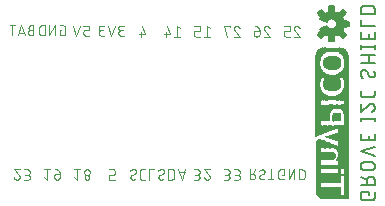
<source format=gbo>
G75*
%MOIN*%
%OFA0B0*%
%FSLAX25Y25*%
%IPPOS*%
%LPD*%
%AMOC8*
5,1,8,0,0,1.08239X$1,22.5*
%
%ADD10C,0.00600*%
%ADD11C,0.00300*%
%ADD12R,0.00028X0.27104*%
%ADD13R,0.00028X0.15540*%
%ADD14R,0.00028X0.00868*%
%ADD15R,0.00028X0.27384*%
%ADD16R,0.00028X0.16772*%
%ADD17R,0.00028X0.27496*%
%ADD18R,0.00028X0.16996*%
%ADD19R,0.00028X0.27580*%
%ADD20R,0.00028X0.17164*%
%ADD21R,0.00028X0.27664*%
%ADD22R,0.00028X0.17304*%
%ADD23R,0.00028X0.27720*%
%ADD24R,0.00028X0.17444*%
%ADD25R,0.00028X0.27804*%
%ADD26R,0.00028X0.17556*%
%ADD27R,0.00028X0.27860*%
%ADD28R,0.00028X0.17668*%
%ADD29R,0.00028X0.27916*%
%ADD30R,0.00028X0.17752*%
%ADD31R,0.00028X0.27944*%
%ADD32R,0.00028X0.17836*%
%ADD33R,0.00028X0.28000*%
%ADD34R,0.00028X0.17948*%
%ADD35R,0.00028X0.28028*%
%ADD36R,0.00028X0.18032*%
%ADD37R,0.00028X0.28084*%
%ADD38R,0.00028X0.18060*%
%ADD39R,0.00028X0.28084*%
%ADD40R,0.00028X0.18144*%
%ADD41R,0.00028X0.28140*%
%ADD42R,0.00028X0.18200*%
%ADD43R,0.00028X0.28168*%
%ADD44R,0.00028X0.18284*%
%ADD45R,0.00028X0.28196*%
%ADD46R,0.00028X0.18340*%
%ADD47R,0.00028X0.18396*%
%ADD48R,0.00028X0.28252*%
%ADD49R,0.00028X0.18452*%
%ADD50R,0.00028X0.28280*%
%ADD51R,0.00028X0.18508*%
%ADD52R,0.00028X0.28308*%
%ADD53R,0.00028X0.18564*%
%ADD54R,0.00028X0.28336*%
%ADD55R,0.00028X0.18620*%
%ADD56R,0.00028X0.18648*%
%ADD57R,0.00028X0.28364*%
%ADD58R,0.00028X0.18704*%
%ADD59R,0.00028X0.28364*%
%ADD60R,0.00028X0.18760*%
%ADD61R,0.00028X0.28392*%
%ADD62R,0.00028X0.18788*%
%ADD63R,0.00028X0.18816*%
%ADD64R,0.00028X0.28448*%
%ADD65R,0.00028X0.18872*%
%ADD66R,0.00028X0.28476*%
%ADD67R,0.00028X0.18900*%
%ADD68R,0.00028X0.28448*%
%ADD69R,0.00028X0.18956*%
%ADD70R,0.00028X0.28476*%
%ADD71R,0.00028X0.18984*%
%ADD72R,0.00028X0.28504*%
%ADD73R,0.00028X0.19040*%
%ADD74R,0.00028X0.19068*%
%ADD75R,0.00028X0.28532*%
%ADD76R,0.00028X0.19096*%
%ADD77R,0.00028X0.19152*%
%ADD78R,0.00028X0.28560*%
%ADD79R,0.00028X0.28588*%
%ADD80R,0.00028X0.19208*%
%ADD81R,0.00028X0.28560*%
%ADD82R,0.00028X0.19236*%
%ADD83R,0.00028X0.19264*%
%ADD84R,0.00028X0.19292*%
%ADD85R,0.00028X0.28616*%
%ADD86R,0.00028X0.19320*%
%ADD87R,0.00028X0.19348*%
%ADD88R,0.00028X0.19404*%
%ADD89R,0.00028X0.28644*%
%ADD90R,0.00028X0.19404*%
%ADD91R,0.00028X0.28644*%
%ADD92R,0.00028X0.19432*%
%ADD93R,0.00028X0.19460*%
%ADD94R,0.00028X0.19488*%
%ADD95R,0.00028X0.16352*%
%ADD96R,0.00028X0.06244*%
%ADD97R,0.00028X0.04200*%
%ADD98R,0.00028X0.19516*%
%ADD99R,0.00028X0.16128*%
%ADD100R,0.00028X0.05740*%
%ADD101R,0.00028X0.04004*%
%ADD102R,0.00028X0.19544*%
%ADD103R,0.00028X0.15932*%
%ADD104R,0.00028X0.05348*%
%ADD105R,0.00028X0.03780*%
%ADD106R,0.00028X0.19572*%
%ADD107R,0.00028X0.15764*%
%ADD108R,0.00028X0.05068*%
%ADD109R,0.00028X0.03696*%
%ADD110R,0.00028X0.03556*%
%ADD111R,0.00028X0.03164*%
%ADD112R,0.00028X0.01512*%
%ADD113R,0.00028X0.02576*%
%ADD114R,0.00028X0.02996*%
%ADD115R,0.00028X0.03136*%
%ADD116R,0.00028X0.05432*%
%ADD117R,0.00028X0.04172*%
%ADD118R,0.00028X0.04816*%
%ADD119R,0.00028X0.03556*%
%ADD120R,0.00028X0.03584*%
%ADD121R,0.00028X0.03024*%
%ADD122R,0.00028X0.04032*%
%ADD123R,0.00028X0.04592*%
%ADD124R,0.00028X0.03472*%
%ADD125R,0.00028X0.03108*%
%ADD126R,0.00028X0.03948*%
%ADD127R,0.00028X0.04396*%
%ADD128R,0.00028X0.03388*%
%ADD129R,0.00028X0.03612*%
%ADD130R,0.00028X0.03864*%
%ADD131R,0.00028X0.03332*%
%ADD132R,0.00028X0.03612*%
%ADD133R,0.00028X0.03164*%
%ADD134R,0.00028X0.01512*%
%ADD135R,0.00028X0.02576*%
%ADD136R,0.00028X0.03024*%
%ADD137R,0.00028X0.03080*%
%ADD138R,0.00028X0.05432*%
%ADD139R,0.00028X0.04032*%
%ADD140R,0.00028X0.03248*%
%ADD141R,0.00028X0.03640*%
%ADD142R,0.00028X0.03080*%
%ADD143R,0.00028X0.03192*%
%ADD144R,0.00028X0.03640*%
%ADD145R,0.00028X0.03724*%
%ADD146R,0.00028X0.03668*%
%ADD147R,0.00028X0.03052*%
%ADD148R,0.00028X0.03500*%
%ADD149R,0.00028X0.02968*%
%ADD150R,0.00028X0.03444*%
%ADD151R,0.00028X0.03220*%
%ADD152R,0.00028X0.02940*%
%ADD153R,0.00028X0.03696*%
%ADD154R,0.00028X0.02968*%
%ADD155R,0.00028X0.03332*%
%ADD156R,0.00028X0.03108*%
%ADD157R,0.00028X0.02884*%
%ADD158R,0.00028X0.03276*%
%ADD159R,0.00028X0.02856*%
%ADD160R,0.00028X0.03248*%
%ADD161R,0.00028X0.02800*%
%ADD162R,0.00028X0.02912*%
%ADD163R,0.00028X0.02828*%
%ADD164R,0.00028X0.02744*%
%ADD165R,0.00028X0.03752*%
%ADD166R,0.00028X0.02716*%
%ADD167R,0.00028X0.02884*%
%ADD168R,0.00028X0.02660*%
%ADD169R,0.00028X0.02688*%
%ADD170R,0.00028X0.03752*%
%ADD171R,0.00028X0.02940*%
%ADD172R,0.00028X0.03052*%
%ADD173R,0.00028X0.02660*%
%ADD174R,0.00028X0.02632*%
%ADD175R,0.00028X0.02604*%
%ADD176R,0.00028X0.03780*%
%ADD177R,0.00028X0.02940*%
%ADD178R,0.00028X0.02548*%
%ADD179R,0.00028X0.02548*%
%ADD180R,0.00028X0.02828*%
%ADD181R,0.00028X0.02912*%
%ADD182R,0.00028X0.02492*%
%ADD183R,0.00028X0.02520*%
%ADD184R,0.00028X0.02856*%
%ADD185R,0.00028X0.02464*%
%ADD186R,0.00028X0.03808*%
%ADD187R,0.00028X0.02828*%
%ADD188R,0.00028X0.02828*%
%ADD189R,0.00028X0.02464*%
%ADD190R,0.00028X0.03808*%
%ADD191R,0.00028X0.02408*%
%ADD192R,0.00028X0.02436*%
%ADD193R,0.00028X0.02772*%
%ADD194R,0.00028X0.02380*%
%ADD195R,0.00028X0.02352*%
%ADD196R,0.00028X0.03836*%
%ADD197R,0.00028X0.02324*%
%ADD198R,0.00028X0.02296*%
%ADD199R,0.00028X0.03836*%
%ADD200R,0.00028X0.02744*%
%ADD201R,0.00028X0.02296*%
%ADD202R,0.00028X0.02268*%
%ADD203R,0.00028X0.02212*%
%ADD204R,0.00028X0.02240*%
%ADD205R,0.00028X0.02184*%
%ADD206R,0.00028X0.02212*%
%ADD207R,0.00028X0.02156*%
%ADD208R,0.00028X0.02128*%
%ADD209R,0.00028X0.02128*%
%ADD210R,0.00028X0.03864*%
%ADD211R,0.00028X0.02436*%
%ADD212R,0.00028X0.02100*%
%ADD213R,0.00028X0.02128*%
%ADD214R,0.00028X0.02100*%
%ADD215R,0.00028X0.02632*%
%ADD216R,0.00028X0.02072*%
%ADD217R,0.00028X0.00728*%
%ADD218R,0.00028X0.02044*%
%ADD219R,0.00028X0.00616*%
%ADD220R,0.00028X0.01148*%
%ADD221R,0.00028X0.02016*%
%ADD222R,0.00028X0.01008*%
%ADD223R,0.00028X0.01428*%
%ADD224R,0.00028X0.01288*%
%ADD225R,0.00028X0.02604*%
%ADD226R,0.00028X0.02688*%
%ADD227R,0.00028X0.01680*%
%ADD228R,0.00028X0.01988*%
%ADD229R,0.00028X0.02576*%
%ADD230R,0.00028X0.01876*%
%ADD231R,0.00028X0.01960*%
%ADD232R,0.00028X0.01680*%
%ADD233R,0.00028X0.01848*%
%ADD234R,0.00028X0.01932*%
%ADD235R,0.00028X0.01904*%
%ADD236R,0.00028X0.02184*%
%ADD237R,0.00028X0.02240*%
%ADD238R,0.00028X0.02520*%
%ADD239R,0.00028X0.02184*%
%ADD240R,0.00028X0.01904*%
%ADD241R,0.00028X0.02352*%
%ADD242R,0.00028X0.01848*%
%ADD243R,0.00028X0.02520*%
%ADD244R,0.00028X0.02156*%
%ADD245R,0.00028X0.01848*%
%ADD246R,0.00028X0.01820*%
%ADD247R,0.00028X0.02492*%
%ADD248R,0.00028X0.01792*%
%ADD249R,0.00028X0.01820*%
%ADD250R,0.00028X0.02464*%
%ADD251R,0.00028X0.03192*%
%ADD252R,0.00028X0.01764*%
%ADD253R,0.00028X0.02464*%
%ADD254R,0.00028X0.02576*%
%ADD255R,0.00028X0.02072*%
%ADD256R,0.00028X0.03304*%
%ADD257R,0.00028X0.01820*%
%ADD258R,0.00028X0.02856*%
%ADD259R,0.00028X0.01736*%
%ADD260R,0.00028X0.01792*%
%ADD261R,0.00028X0.01736*%
%ADD262R,0.00028X0.05264*%
%ADD263R,0.00028X0.01708*%
%ADD264R,0.00028X0.05292*%
%ADD265R,0.00028X0.01988*%
%ADD266R,0.00028X0.05320*%
%ADD267R,0.00028X0.05348*%
%ADD268R,0.00028X0.01652*%
%ADD269R,0.00028X0.02380*%
%ADD270R,0.00028X0.00028*%
%ADD271R,0.00028X0.02492*%
%ADD272R,0.00028X0.01960*%
%ADD273R,0.00028X0.05376*%
%ADD274R,0.00028X0.01624*%
%ADD275R,0.00028X0.00084*%
%ADD276R,0.00028X0.05348*%
%ADD277R,0.00028X0.03360*%
%ADD278R,0.00028X0.01624*%
%ADD279R,0.00028X0.05376*%
%ADD280R,0.00028X0.03416*%
%ADD281R,0.00028X0.01596*%
%ADD282R,0.00028X0.00112*%
%ADD283R,0.00028X0.05376*%
%ADD284R,0.00028X0.05404*%
%ADD285R,0.00028X0.01568*%
%ADD286R,0.00028X0.00140*%
%ADD287R,0.00028X0.01876*%
%ADD288R,0.00028X0.03528*%
%ADD289R,0.00028X0.02324*%
%ADD290R,0.00028X0.00168*%
%ADD291R,0.00028X0.01876*%
%ADD292R,0.00028X0.03584*%
%ADD293R,0.00028X0.01540*%
%ADD294R,0.00028X0.00168*%
%ADD295R,0.00028X0.01540*%
%ADD296R,0.00028X0.00196*%
%ADD297R,0.00028X0.01512*%
%ADD298R,0.00028X0.00224*%
%ADD299R,0.00028X0.05460*%
%ADD300R,0.00028X0.01484*%
%ADD301R,0.00028X0.00252*%
%ADD302R,0.00028X0.02240*%
%ADD303R,0.00028X0.00280*%
%ADD304R,0.00028X0.01792*%
%ADD305R,0.00028X0.05460*%
%ADD306R,0.00028X0.01456*%
%ADD307R,0.00028X0.00280*%
%ADD308R,0.00028X0.05488*%
%ADD309R,0.00028X0.01456*%
%ADD310R,0.00028X0.00336*%
%ADD311R,0.00028X0.01764*%
%ADD312R,0.00028X0.03920*%
%ADD313R,0.00028X0.01428*%
%ADD314R,0.00028X0.00364*%
%ADD315R,0.00028X0.03976*%
%ADD316R,0.00028X0.01400*%
%ADD317R,0.00028X0.02184*%
%ADD318R,0.00028X0.00392*%
%ADD319R,0.00028X0.05488*%
%ADD320R,0.00028X0.03976*%
%ADD321R,0.00028X0.01400*%
%ADD322R,0.00028X0.00392*%
%ADD323R,0.00028X0.00420*%
%ADD324R,0.00028X0.05516*%
%ADD325R,0.00028X0.01372*%
%ADD326R,0.00028X0.00448*%
%ADD327R,0.00028X0.04088*%
%ADD328R,0.00028X0.00476*%
%ADD329R,0.00028X0.04144*%
%ADD330R,0.00028X0.01344*%
%ADD331R,0.00028X0.00504*%
%ADD332R,0.00028X0.00532*%
%ADD333R,0.00028X0.02212*%
%ADD334R,0.00028X0.05516*%
%ADD335R,0.00028X0.04172*%
%ADD336R,0.00028X0.01344*%
%ADD337R,0.00028X0.00532*%
%ADD338R,0.00028X0.01316*%
%ADD339R,0.00028X0.05544*%
%ADD340R,0.00028X0.00588*%
%ADD341R,0.00028X0.04256*%
%ADD342R,0.00028X0.02016*%
%ADD343R,0.00028X0.00644*%
%ADD344R,0.00028X0.02156*%
%ADD345R,0.00028X0.05544*%
%ADD346R,0.00028X0.04312*%
%ADD347R,0.00028X0.01288*%
%ADD348R,0.00028X0.00644*%
%ADD349R,0.00028X0.04312*%
%ADD350R,0.00028X0.01260*%
%ADD351R,0.00028X0.00700*%
%ADD352R,0.00028X0.04368*%
%ADD353R,0.00028X0.00756*%
%ADD354R,0.00028X0.01568*%
%ADD355R,0.00028X0.04424*%
%ADD356R,0.00028X0.01232*%
%ADD357R,0.00028X0.00756*%
%ADD358R,0.00028X0.04424*%
%ADD359R,0.00028X0.01232*%
%ADD360R,0.00028X0.00784*%
%ADD361R,0.00028X0.05572*%
%ADD362R,0.00028X0.00812*%
%ADD363R,0.00028X0.04480*%
%ADD364R,0.00028X0.00840*%
%ADD365R,0.00028X0.01540*%
%ADD366R,0.00028X0.01876*%
%ADD367R,0.00028X0.00868*%
%ADD368R,0.00028X0.02044*%
%ADD369R,0.00028X0.01540*%
%ADD370R,0.00028X0.05572*%
%ADD371R,0.00028X0.04480*%
%ADD372R,0.00028X0.01204*%
%ADD373R,0.00028X0.01204*%
%ADD374R,0.00028X0.00896*%
%ADD375R,0.00028X0.04508*%
%ADD376R,0.00028X0.00924*%
%ADD377R,0.00028X0.04536*%
%ADD378R,0.00028X0.00952*%
%ADD379R,0.00028X0.01176*%
%ADD380R,0.00028X0.04228*%
%ADD381R,0.00028X0.00980*%
%ADD382R,0.00028X0.01820*%
%ADD383R,0.00028X0.01008*%
%ADD384R,0.00028X0.03220*%
%ADD385R,0.00028X0.04564*%
%ADD386R,0.00028X0.01176*%
%ADD387R,0.00028X0.04592*%
%ADD388R,0.00028X0.01036*%
%ADD389R,0.00028X0.01064*%
%ADD390R,0.00028X0.01484*%
%ADD391R,0.00028X0.01092*%
%ADD392R,0.00028X0.01120*%
%ADD393R,0.00028X0.01484*%
%ADD394R,0.00028X0.04620*%
%ADD395R,0.00028X0.01148*%
%ADD396R,0.00028X0.01120*%
%ADD397R,0.00028X0.04620*%
%ADD398R,0.00028X0.04648*%
%ADD399R,0.00028X0.02212*%
%ADD400R,0.00028X0.04648*%
%ADD401R,0.00028X0.01456*%
%ADD402R,0.00028X0.04676*%
%ADD403R,0.00028X0.02548*%
%ADD404R,0.00028X0.01596*%
%ADD405R,0.00028X0.01764*%
%ADD406R,0.00028X0.01456*%
%ADD407R,0.00028X0.04704*%
%ADD408R,0.00028X0.04704*%
%ADD409R,0.00028X0.05600*%
%ADD410R,0.00028X0.02520*%
%ADD411R,0.00028X0.01512*%
%ADD412R,0.00028X0.05600*%
%ADD413R,0.00028X0.01372*%
%ADD414R,0.00028X0.01428*%
%ADD415R,0.00028X0.02156*%
%ADD416R,0.00028X0.01260*%
%ADD417R,0.00028X0.02716*%
%ADD418R,0.00028X0.04564*%
%ADD419R,0.00028X0.02772*%
%ADD420R,0.00028X0.04508*%
%ADD421R,0.00028X0.04452*%
%ADD422R,0.00028X0.02492*%
%ADD423R,0.00028X0.00028*%
%ADD424R,0.00028X0.00112*%
%ADD425R,0.00028X0.01148*%
%ADD426R,0.00028X0.04340*%
%ADD427R,0.00028X0.00196*%
%ADD428R,0.00028X0.01092*%
%ADD429R,0.00028X0.01148*%
%ADD430R,0.00028X0.00392*%
%ADD431R,0.00028X0.00420*%
%ADD432R,0.00028X0.01036*%
%ADD433R,0.00028X0.04200*%
%ADD434R,0.00028X0.01316*%
%ADD435R,0.00028X0.04116*%
%ADD436R,0.00028X0.00700*%
%ADD437R,0.00028X0.01428*%
%ADD438R,0.00028X0.00980*%
%ADD439R,0.00028X0.01708*%
%ADD440R,0.00028X0.01120*%
%ADD441R,0.00028X0.00896*%
%ADD442R,0.00028X0.02800*%
%ADD443R,0.00028X0.05404*%
%ADD444R,0.00028X0.08652*%
%ADD445R,0.00028X0.08848*%
%ADD446R,0.00028X0.08764*%
%ADD447R,0.00028X0.08932*%
%ADD448R,0.00028X0.08876*%
%ADD449R,0.00028X0.09072*%
%ADD450R,0.00028X0.03612*%
%ADD451R,0.00028X0.09016*%
%ADD452R,0.00028X0.09212*%
%ADD453R,0.00028X0.09268*%
%ADD454R,0.00028X0.09464*%
%ADD455R,0.00028X0.19124*%
%ADD456R,0.00028X0.05320*%
%ADD457R,0.00028X0.19124*%
%ADD458R,0.00028X0.05320*%
%ADD459R,0.00028X0.03360*%
%ADD460R,0.00028X0.03304*%
%ADD461R,0.00028X0.05292*%
%ADD462R,0.00028X0.03192*%
%ADD463R,0.00028X0.02884*%
%ADD464R,0.00028X0.01904*%
%ADD465R,0.00028X0.16800*%
%ADD466R,0.00028X0.01176*%
%ADD467R,0.00028X0.14532*%
%ADD468R,0.00028X0.00812*%
%ADD469R,0.00028X0.14504*%
%ADD470R,0.00028X0.00840*%
%ADD471R,0.00028X0.14504*%
%ADD472R,0.00028X0.01652*%
%ADD473R,0.00028X0.02128*%
%ADD474R,0.00028X0.01848*%
%ADD475R,0.00028X0.02268*%
%ADD476R,0.00028X0.02548*%
%ADD477R,0.00028X0.03220*%
%ADD478R,0.00028X0.03248*%
%ADD479R,0.00028X0.03612*%
%ADD480R,0.00028X0.03724*%
%ADD481R,0.00028X0.03920*%
%ADD482R,0.00028X0.04060*%
%ADD483R,0.00028X0.04256*%
%ADD484R,0.00028X0.04284*%
%ADD485R,0.00028X0.08512*%
%ADD486R,0.00028X0.09828*%
%ADD487R,0.00028X0.05096*%
%ADD488R,0.00028X0.08512*%
%ADD489R,0.00028X0.27356*%
%ADD490R,0.00028X0.27608*%
%ADD491R,0.00028X0.08540*%
%ADD492R,0.00028X0.06300*%
%ADD493R,0.00028X0.49840*%
%ADD494R,0.00028X0.49812*%
%ADD495R,0.00028X0.49784*%
%ADD496R,0.00028X0.49756*%
%ADD497R,0.00028X0.49728*%
%ADD498R,0.00028X0.49700*%
%ADD499R,0.00028X0.49672*%
%ADD500R,0.00028X0.49644*%
%ADD501R,0.00028X0.49616*%
%ADD502R,0.00028X0.49588*%
%ADD503R,0.00028X0.49560*%
%ADD504R,0.00028X0.49532*%
%ADD505R,0.00028X0.49504*%
%ADD506R,0.00028X0.49448*%
%ADD507R,0.00028X0.49420*%
%ADD508R,0.00028X0.49392*%
%ADD509R,0.00028X0.49364*%
%ADD510R,0.00028X0.49336*%
%ADD511R,0.00028X0.49308*%
%ADD512R,0.00028X0.49252*%
%ADD513R,0.00028X0.49224*%
%ADD514R,0.00028X0.49196*%
%ADD515R,0.00028X0.49140*%
%ADD516R,0.00028X0.49112*%
%ADD517R,0.00028X0.49056*%
%ADD518R,0.00028X0.49000*%
%ADD519R,0.00028X0.48972*%
%ADD520R,0.00028X0.48916*%
%ADD521R,0.00028X0.48860*%
%ADD522R,0.00028X0.48804*%
%ADD523R,0.00028X0.48748*%
%ADD524R,0.00028X0.48692*%
%ADD525R,0.00028X0.48608*%
%ADD526R,0.00028X0.48524*%
%ADD527R,0.00028X0.48468*%
%ADD528R,0.00028X0.48356*%
%ADD529R,0.00028X0.48244*%
%ADD530R,0.00028X0.48104*%
%ADD531R,0.00028X0.47908*%
%ADD532C,0.00591*%
D10*
X0124700Y0022563D02*
X0124700Y0024163D01*
X0127367Y0024163D01*
X0127367Y0023363D01*
X0128433Y0021496D02*
X0128497Y0021498D01*
X0128562Y0021504D01*
X0128625Y0021513D01*
X0128688Y0021527D01*
X0128750Y0021544D01*
X0128811Y0021565D01*
X0128871Y0021590D01*
X0128929Y0021618D01*
X0128985Y0021650D01*
X0129039Y0021685D01*
X0129091Y0021723D01*
X0129141Y0021764D01*
X0129187Y0021809D01*
X0129232Y0021855D01*
X0129273Y0021905D01*
X0129311Y0021957D01*
X0129346Y0022011D01*
X0129378Y0022067D01*
X0129406Y0022125D01*
X0129431Y0022185D01*
X0129452Y0022246D01*
X0129469Y0022308D01*
X0129483Y0022371D01*
X0129492Y0022434D01*
X0129498Y0022499D01*
X0129500Y0022563D01*
X0129500Y0024163D01*
X0129500Y0026717D02*
X0129500Y0028051D01*
X0129498Y0028123D01*
X0129492Y0028195D01*
X0129482Y0028267D01*
X0129469Y0028338D01*
X0129451Y0028408D01*
X0129430Y0028477D01*
X0129405Y0028544D01*
X0129377Y0028611D01*
X0129345Y0028675D01*
X0129309Y0028738D01*
X0129270Y0028799D01*
X0129228Y0028858D01*
X0129183Y0028914D01*
X0129135Y0028968D01*
X0129084Y0029019D01*
X0129030Y0029067D01*
X0128974Y0029112D01*
X0128915Y0029154D01*
X0128854Y0029193D01*
X0128791Y0029229D01*
X0128727Y0029261D01*
X0128660Y0029289D01*
X0128593Y0029314D01*
X0128524Y0029335D01*
X0128454Y0029353D01*
X0128383Y0029366D01*
X0128311Y0029376D01*
X0128239Y0029382D01*
X0128167Y0029384D01*
X0128095Y0029382D01*
X0128023Y0029376D01*
X0127951Y0029366D01*
X0127880Y0029353D01*
X0127810Y0029335D01*
X0127741Y0029314D01*
X0127674Y0029289D01*
X0127607Y0029261D01*
X0127543Y0029229D01*
X0127480Y0029193D01*
X0127419Y0029154D01*
X0127360Y0029112D01*
X0127304Y0029067D01*
X0127250Y0029019D01*
X0127199Y0028968D01*
X0127151Y0028914D01*
X0127106Y0028858D01*
X0127064Y0028799D01*
X0127025Y0028738D01*
X0126989Y0028675D01*
X0126957Y0028611D01*
X0126929Y0028544D01*
X0126904Y0028477D01*
X0126883Y0028408D01*
X0126865Y0028338D01*
X0126852Y0028267D01*
X0126842Y0028195D01*
X0126836Y0028123D01*
X0126834Y0028051D01*
X0126833Y0028051D02*
X0126833Y0026717D01*
X0124700Y0026717D02*
X0129500Y0026717D01*
X0126833Y0028317D02*
X0124700Y0029384D01*
X0126033Y0031540D02*
X0128167Y0031540D01*
X0128239Y0031542D01*
X0128311Y0031548D01*
X0128383Y0031558D01*
X0128454Y0031571D01*
X0128524Y0031589D01*
X0128593Y0031610D01*
X0128660Y0031635D01*
X0128727Y0031663D01*
X0128791Y0031695D01*
X0128854Y0031731D01*
X0128915Y0031770D01*
X0128974Y0031812D01*
X0129030Y0031857D01*
X0129084Y0031905D01*
X0129135Y0031956D01*
X0129183Y0032010D01*
X0129228Y0032066D01*
X0129270Y0032125D01*
X0129309Y0032186D01*
X0129345Y0032249D01*
X0129377Y0032313D01*
X0129405Y0032380D01*
X0129430Y0032447D01*
X0129451Y0032516D01*
X0129469Y0032586D01*
X0129482Y0032657D01*
X0129492Y0032729D01*
X0129498Y0032801D01*
X0129500Y0032873D01*
X0129498Y0032945D01*
X0129492Y0033017D01*
X0129482Y0033089D01*
X0129469Y0033160D01*
X0129451Y0033230D01*
X0129430Y0033299D01*
X0129405Y0033366D01*
X0129377Y0033433D01*
X0129345Y0033497D01*
X0129309Y0033560D01*
X0129270Y0033621D01*
X0129228Y0033680D01*
X0129183Y0033736D01*
X0129135Y0033790D01*
X0129084Y0033841D01*
X0129030Y0033889D01*
X0128974Y0033934D01*
X0128915Y0033976D01*
X0128854Y0034015D01*
X0128791Y0034051D01*
X0128727Y0034083D01*
X0128660Y0034111D01*
X0128593Y0034136D01*
X0128524Y0034157D01*
X0128454Y0034175D01*
X0128383Y0034188D01*
X0128311Y0034198D01*
X0128239Y0034204D01*
X0128167Y0034206D01*
X0126033Y0034206D01*
X0125961Y0034204D01*
X0125889Y0034198D01*
X0125817Y0034188D01*
X0125746Y0034175D01*
X0125676Y0034157D01*
X0125607Y0034136D01*
X0125540Y0034111D01*
X0125473Y0034083D01*
X0125409Y0034051D01*
X0125346Y0034015D01*
X0125285Y0033976D01*
X0125226Y0033934D01*
X0125170Y0033889D01*
X0125116Y0033841D01*
X0125065Y0033790D01*
X0125017Y0033736D01*
X0124972Y0033680D01*
X0124930Y0033621D01*
X0124891Y0033560D01*
X0124855Y0033497D01*
X0124823Y0033433D01*
X0124795Y0033366D01*
X0124770Y0033299D01*
X0124749Y0033230D01*
X0124731Y0033160D01*
X0124718Y0033089D01*
X0124708Y0033017D01*
X0124702Y0032945D01*
X0124700Y0032873D01*
X0124702Y0032801D01*
X0124708Y0032729D01*
X0124718Y0032657D01*
X0124731Y0032586D01*
X0124749Y0032516D01*
X0124770Y0032447D01*
X0124795Y0032380D01*
X0124823Y0032313D01*
X0124855Y0032249D01*
X0124891Y0032186D01*
X0124930Y0032125D01*
X0124972Y0032066D01*
X0125017Y0032010D01*
X0125065Y0031956D01*
X0125116Y0031905D01*
X0125170Y0031857D01*
X0125226Y0031812D01*
X0125285Y0031770D01*
X0125346Y0031731D01*
X0125409Y0031695D01*
X0125473Y0031663D01*
X0125540Y0031635D01*
X0125607Y0031610D01*
X0125676Y0031589D01*
X0125746Y0031571D01*
X0125817Y0031558D01*
X0125889Y0031548D01*
X0125961Y0031542D01*
X0126033Y0031540D01*
X0129500Y0036133D02*
X0124700Y0037733D01*
X0129500Y0039333D01*
X0129500Y0041433D02*
X0129500Y0043567D01*
X0127367Y0043033D02*
X0127367Y0041433D01*
X0129500Y0041433D02*
X0124700Y0041433D01*
X0124700Y0043567D01*
X0124700Y0047892D02*
X0124700Y0048958D01*
X0124700Y0048425D02*
X0129500Y0048425D01*
X0129500Y0047892D02*
X0129500Y0048958D01*
X0127367Y0053246D02*
X0124700Y0050980D01*
X0124700Y0053646D01*
X0128433Y0050979D02*
X0128506Y0051005D01*
X0128578Y0051034D01*
X0128648Y0051067D01*
X0128717Y0051104D01*
X0128783Y0051143D01*
X0128848Y0051187D01*
X0128910Y0051233D01*
X0128970Y0051282D01*
X0129027Y0051335D01*
X0129081Y0051390D01*
X0129133Y0051448D01*
X0129182Y0051508D01*
X0129227Y0051571D01*
X0129270Y0051636D01*
X0129309Y0051703D01*
X0129345Y0051771D01*
X0129377Y0051842D01*
X0129405Y0051914D01*
X0129430Y0051988D01*
X0129451Y0052062D01*
X0129469Y0052138D01*
X0129482Y0052214D01*
X0129492Y0052291D01*
X0129498Y0052368D01*
X0129500Y0052446D01*
X0129498Y0052513D01*
X0129492Y0052580D01*
X0129483Y0052647D01*
X0129470Y0052713D01*
X0129453Y0052778D01*
X0129433Y0052842D01*
X0129409Y0052905D01*
X0129381Y0052967D01*
X0129350Y0053026D01*
X0129316Y0053084D01*
X0129279Y0053140D01*
X0129238Y0053194D01*
X0129195Y0053246D01*
X0129149Y0053295D01*
X0129100Y0053341D01*
X0129048Y0053384D01*
X0128994Y0053425D01*
X0128938Y0053462D01*
X0128880Y0053496D01*
X0128821Y0053527D01*
X0128759Y0053555D01*
X0128696Y0053579D01*
X0128632Y0053599D01*
X0128567Y0053616D01*
X0128501Y0053629D01*
X0128434Y0053638D01*
X0128367Y0053644D01*
X0128300Y0053646D01*
X0128300Y0053647D02*
X0128230Y0053645D01*
X0128161Y0053639D01*
X0128092Y0053630D01*
X0128024Y0053617D01*
X0127956Y0053600D01*
X0127890Y0053580D01*
X0127824Y0053556D01*
X0127760Y0053529D01*
X0127698Y0053498D01*
X0127637Y0053464D01*
X0127579Y0053426D01*
X0127522Y0053386D01*
X0127468Y0053342D01*
X0127416Y0053296D01*
X0127367Y0053247D01*
X0128433Y0055823D02*
X0125767Y0055823D01*
X0125703Y0055825D01*
X0125638Y0055831D01*
X0125575Y0055840D01*
X0125512Y0055854D01*
X0125450Y0055871D01*
X0125389Y0055892D01*
X0125329Y0055917D01*
X0125271Y0055945D01*
X0125215Y0055977D01*
X0125161Y0056012D01*
X0125109Y0056050D01*
X0125059Y0056091D01*
X0125013Y0056136D01*
X0124968Y0056182D01*
X0124927Y0056232D01*
X0124889Y0056284D01*
X0124854Y0056338D01*
X0124822Y0056394D01*
X0124794Y0056452D01*
X0124769Y0056512D01*
X0124748Y0056573D01*
X0124731Y0056635D01*
X0124717Y0056698D01*
X0124708Y0056761D01*
X0124702Y0056826D01*
X0124700Y0056890D01*
X0124700Y0057956D01*
X0128433Y0055823D02*
X0128497Y0055825D01*
X0128562Y0055831D01*
X0128625Y0055840D01*
X0128688Y0055854D01*
X0128750Y0055871D01*
X0128811Y0055892D01*
X0128871Y0055917D01*
X0128929Y0055945D01*
X0128985Y0055977D01*
X0129039Y0056012D01*
X0129091Y0056050D01*
X0129141Y0056091D01*
X0129187Y0056136D01*
X0129232Y0056182D01*
X0129273Y0056232D01*
X0129311Y0056284D01*
X0129346Y0056338D01*
X0129378Y0056394D01*
X0129406Y0056452D01*
X0129431Y0056512D01*
X0129452Y0056573D01*
X0129469Y0056635D01*
X0129483Y0056698D01*
X0129492Y0056761D01*
X0129498Y0056826D01*
X0129500Y0056890D01*
X0129500Y0057956D01*
X0127500Y0062986D02*
X0126700Y0064453D01*
X0124700Y0063920D02*
X0124702Y0063826D01*
X0124708Y0063733D01*
X0124717Y0063640D01*
X0124731Y0063547D01*
X0124748Y0063455D01*
X0124770Y0063364D01*
X0124795Y0063274D01*
X0124823Y0063185D01*
X0124856Y0063097D01*
X0124892Y0063010D01*
X0124931Y0062926D01*
X0124974Y0062842D01*
X0125021Y0062761D01*
X0125071Y0062682D01*
X0125124Y0062605D01*
X0125180Y0062530D01*
X0125239Y0062457D01*
X0125301Y0062388D01*
X0125367Y0062320D01*
X0126700Y0064453D02*
X0126667Y0064506D01*
X0126631Y0064557D01*
X0126591Y0064605D01*
X0126550Y0064652D01*
X0126505Y0064696D01*
X0126458Y0064737D01*
X0126409Y0064775D01*
X0126358Y0064811D01*
X0126304Y0064843D01*
X0126249Y0064873D01*
X0126193Y0064899D01*
X0126134Y0064922D01*
X0126075Y0064941D01*
X0126015Y0064957D01*
X0125953Y0064970D01*
X0125892Y0064979D01*
X0125829Y0064984D01*
X0125767Y0064986D01*
X0125767Y0064987D02*
X0125703Y0064985D01*
X0125638Y0064979D01*
X0125575Y0064970D01*
X0125512Y0064956D01*
X0125450Y0064939D01*
X0125389Y0064918D01*
X0125329Y0064893D01*
X0125271Y0064865D01*
X0125215Y0064833D01*
X0125161Y0064798D01*
X0125109Y0064760D01*
X0125059Y0064719D01*
X0125013Y0064674D01*
X0124968Y0064628D01*
X0124927Y0064578D01*
X0124889Y0064526D01*
X0124854Y0064472D01*
X0124822Y0064416D01*
X0124794Y0064358D01*
X0124769Y0064298D01*
X0124748Y0064237D01*
X0124731Y0064175D01*
X0124717Y0064112D01*
X0124708Y0064049D01*
X0124702Y0063984D01*
X0124700Y0063920D01*
X0129100Y0064720D02*
X0129150Y0064650D01*
X0129197Y0064578D01*
X0129241Y0064505D01*
X0129281Y0064429D01*
X0129319Y0064352D01*
X0129353Y0064273D01*
X0129383Y0064193D01*
X0129410Y0064112D01*
X0129434Y0064029D01*
X0129454Y0063946D01*
X0129471Y0063862D01*
X0129483Y0063777D01*
X0129493Y0063691D01*
X0129498Y0063606D01*
X0129500Y0063520D01*
X0129498Y0063456D01*
X0129492Y0063391D01*
X0129483Y0063328D01*
X0129469Y0063265D01*
X0129452Y0063203D01*
X0129431Y0063142D01*
X0129406Y0063082D01*
X0129378Y0063024D01*
X0129346Y0062968D01*
X0129311Y0062914D01*
X0129273Y0062862D01*
X0129232Y0062812D01*
X0129187Y0062766D01*
X0129141Y0062721D01*
X0129091Y0062680D01*
X0129039Y0062642D01*
X0128985Y0062607D01*
X0128929Y0062575D01*
X0128871Y0062547D01*
X0128811Y0062522D01*
X0128750Y0062501D01*
X0128688Y0062484D01*
X0128625Y0062470D01*
X0128562Y0062461D01*
X0128497Y0062455D01*
X0128433Y0062453D01*
X0128371Y0062455D01*
X0128308Y0062460D01*
X0128247Y0062469D01*
X0128185Y0062482D01*
X0128125Y0062498D01*
X0128066Y0062517D01*
X0128007Y0062540D01*
X0127951Y0062566D01*
X0127896Y0062596D01*
X0127842Y0062628D01*
X0127791Y0062664D01*
X0127742Y0062702D01*
X0127695Y0062743D01*
X0127650Y0062787D01*
X0127609Y0062834D01*
X0127569Y0062882D01*
X0127533Y0062933D01*
X0127500Y0062986D01*
X0127367Y0067180D02*
X0127367Y0069846D01*
X0129500Y0069846D02*
X0124700Y0069846D01*
X0124700Y0072030D02*
X0124700Y0073096D01*
X0124700Y0072563D02*
X0129500Y0072563D01*
X0129500Y0072030D02*
X0129500Y0073096D01*
X0129500Y0075291D02*
X0124700Y0075291D01*
X0124700Y0077424D01*
X0124700Y0079503D02*
X0124700Y0081636D01*
X0124700Y0079503D02*
X0129500Y0079503D01*
X0129500Y0077424D02*
X0129500Y0075291D01*
X0127367Y0075291D02*
X0127367Y0076891D01*
X0129500Y0083704D02*
X0124700Y0083704D01*
X0124700Y0085037D01*
X0124702Y0085109D01*
X0124708Y0085181D01*
X0124718Y0085253D01*
X0124731Y0085324D01*
X0124749Y0085394D01*
X0124770Y0085463D01*
X0124795Y0085530D01*
X0124823Y0085597D01*
X0124855Y0085661D01*
X0124891Y0085724D01*
X0124930Y0085785D01*
X0124972Y0085844D01*
X0125017Y0085900D01*
X0125065Y0085954D01*
X0125116Y0086005D01*
X0125170Y0086053D01*
X0125226Y0086098D01*
X0125285Y0086140D01*
X0125346Y0086179D01*
X0125409Y0086215D01*
X0125473Y0086247D01*
X0125540Y0086275D01*
X0125607Y0086300D01*
X0125676Y0086321D01*
X0125746Y0086339D01*
X0125817Y0086352D01*
X0125889Y0086362D01*
X0125961Y0086368D01*
X0126033Y0086370D01*
X0128167Y0086370D01*
X0128239Y0086368D01*
X0128311Y0086362D01*
X0128383Y0086352D01*
X0128454Y0086339D01*
X0128524Y0086321D01*
X0128593Y0086300D01*
X0128660Y0086275D01*
X0128727Y0086247D01*
X0128791Y0086215D01*
X0128854Y0086179D01*
X0128915Y0086140D01*
X0128974Y0086098D01*
X0129030Y0086053D01*
X0129084Y0086005D01*
X0129135Y0085954D01*
X0129183Y0085900D01*
X0129228Y0085844D01*
X0129270Y0085785D01*
X0129309Y0085724D01*
X0129345Y0085661D01*
X0129377Y0085597D01*
X0129405Y0085530D01*
X0129430Y0085463D01*
X0129451Y0085394D01*
X0129469Y0085324D01*
X0129482Y0085253D01*
X0129492Y0085181D01*
X0129498Y0085109D01*
X0129500Y0085037D01*
X0129500Y0083704D01*
X0129500Y0067180D02*
X0124700Y0067180D01*
X0124700Y0022563D02*
X0124702Y0022499D01*
X0124708Y0022434D01*
X0124717Y0022371D01*
X0124731Y0022308D01*
X0124748Y0022246D01*
X0124769Y0022185D01*
X0124794Y0022125D01*
X0124822Y0022067D01*
X0124854Y0022011D01*
X0124889Y0021957D01*
X0124927Y0021905D01*
X0124968Y0021855D01*
X0125013Y0021809D01*
X0125059Y0021764D01*
X0125109Y0021723D01*
X0125161Y0021685D01*
X0125215Y0021650D01*
X0125271Y0021618D01*
X0125329Y0021590D01*
X0125389Y0021565D01*
X0125450Y0021544D01*
X0125512Y0021527D01*
X0125575Y0021513D01*
X0125638Y0021504D01*
X0125703Y0021498D01*
X0125767Y0021496D01*
X0128433Y0021496D01*
D11*
X0013704Y0028333D02*
X0012538Y0028333D01*
X0013704Y0028333D02*
X0013760Y0028335D01*
X0013815Y0028341D01*
X0013869Y0028351D01*
X0013923Y0028365D01*
X0013976Y0028382D01*
X0014027Y0028403D01*
X0014077Y0028428D01*
X0014125Y0028457D01*
X0014170Y0028488D01*
X0014213Y0028523D01*
X0014254Y0028561D01*
X0014292Y0028602D01*
X0014327Y0028645D01*
X0014358Y0028690D01*
X0014387Y0028738D01*
X0014412Y0028788D01*
X0014433Y0028839D01*
X0014450Y0028892D01*
X0014464Y0028946D01*
X0014474Y0029000D01*
X0014480Y0029055D01*
X0014482Y0029111D01*
X0014480Y0029167D01*
X0014474Y0029222D01*
X0014464Y0029276D01*
X0014450Y0029330D01*
X0014433Y0029383D01*
X0014412Y0029434D01*
X0014387Y0029484D01*
X0014358Y0029532D01*
X0014327Y0029577D01*
X0014292Y0029620D01*
X0014254Y0029661D01*
X0014213Y0029699D01*
X0014170Y0029734D01*
X0014125Y0029765D01*
X0014077Y0029794D01*
X0014027Y0029819D01*
X0013976Y0029840D01*
X0013923Y0029857D01*
X0013869Y0029871D01*
X0013815Y0029881D01*
X0013760Y0029887D01*
X0013704Y0029889D01*
X0012927Y0029889D01*
X0013510Y0029889D02*
X0013571Y0029891D01*
X0013632Y0029897D01*
X0013692Y0029906D01*
X0013752Y0029920D01*
X0013810Y0029937D01*
X0013868Y0029957D01*
X0013924Y0029982D01*
X0013978Y0030009D01*
X0014031Y0030040D01*
X0014081Y0030075D01*
X0014130Y0030112D01*
X0014175Y0030152D01*
X0014219Y0030196D01*
X0014259Y0030241D01*
X0014296Y0030290D01*
X0014331Y0030340D01*
X0014362Y0030393D01*
X0014389Y0030447D01*
X0014414Y0030503D01*
X0014434Y0030561D01*
X0014451Y0030619D01*
X0014465Y0030679D01*
X0014474Y0030739D01*
X0014480Y0030800D01*
X0014482Y0030861D01*
X0014480Y0030922D01*
X0014474Y0030983D01*
X0014465Y0031043D01*
X0014451Y0031103D01*
X0014434Y0031161D01*
X0014414Y0031219D01*
X0014389Y0031275D01*
X0014362Y0031329D01*
X0014331Y0031382D01*
X0014296Y0031432D01*
X0014259Y0031481D01*
X0014219Y0031526D01*
X0014175Y0031570D01*
X0014130Y0031610D01*
X0014081Y0031647D01*
X0014031Y0031682D01*
X0013978Y0031713D01*
X0013924Y0031740D01*
X0013868Y0031765D01*
X0013810Y0031785D01*
X0013752Y0031802D01*
X0013692Y0031816D01*
X0013632Y0031825D01*
X0013571Y0031831D01*
X0013510Y0031833D01*
X0012538Y0031833D01*
X0011062Y0031833D02*
X0009118Y0031833D01*
X0010771Y0029889D01*
X0010187Y0028333D02*
X0010123Y0028335D01*
X0010059Y0028340D01*
X0009995Y0028349D01*
X0009932Y0028362D01*
X0009870Y0028379D01*
X0009809Y0028398D01*
X0009749Y0028422D01*
X0009691Y0028448D01*
X0009634Y0028478D01*
X0009579Y0028512D01*
X0009526Y0028548D01*
X0009475Y0028587D01*
X0009427Y0028629D01*
X0009380Y0028674D01*
X0009337Y0028721D01*
X0009296Y0028771D01*
X0009259Y0028823D01*
X0009224Y0028877D01*
X0009192Y0028933D01*
X0009164Y0028991D01*
X0009139Y0029050D01*
X0009118Y0029111D01*
X0010770Y0029889D02*
X0010811Y0029847D01*
X0010850Y0029803D01*
X0010885Y0029756D01*
X0010918Y0029708D01*
X0010948Y0029657D01*
X0010974Y0029605D01*
X0010997Y0029551D01*
X0011017Y0029496D01*
X0011033Y0029440D01*
X0011046Y0029383D01*
X0011055Y0029325D01*
X0011060Y0029267D01*
X0011062Y0029208D01*
X0011060Y0029151D01*
X0011055Y0029094D01*
X0011045Y0029037D01*
X0011032Y0028982D01*
X0011016Y0028927D01*
X0010995Y0028873D01*
X0010972Y0028821D01*
X0010945Y0028771D01*
X0010915Y0028722D01*
X0010881Y0028675D01*
X0010845Y0028631D01*
X0010806Y0028589D01*
X0010764Y0028550D01*
X0010720Y0028514D01*
X0010673Y0028480D01*
X0010625Y0028450D01*
X0010574Y0028423D01*
X0010522Y0028400D01*
X0010468Y0028379D01*
X0010413Y0028363D01*
X0010358Y0028350D01*
X0010301Y0028340D01*
X0010244Y0028335D01*
X0010187Y0028333D01*
X0019118Y0029111D02*
X0020090Y0028333D01*
X0020090Y0031833D01*
X0019118Y0031833D02*
X0021062Y0031833D01*
X0022927Y0031834D02*
X0023003Y0031832D01*
X0023080Y0031827D01*
X0023155Y0031817D01*
X0023231Y0031804D01*
X0023305Y0031787D01*
X0023379Y0031767D01*
X0023451Y0031743D01*
X0023522Y0031716D01*
X0023592Y0031685D01*
X0023660Y0031650D01*
X0023727Y0031613D01*
X0023791Y0031572D01*
X0023854Y0031528D01*
X0023914Y0031481D01*
X0023972Y0031431D01*
X0024027Y0031378D01*
X0024080Y0031323D01*
X0024130Y0031265D01*
X0024177Y0031205D01*
X0024221Y0031142D01*
X0024262Y0031078D01*
X0024299Y0031011D01*
X0024334Y0030943D01*
X0024365Y0030873D01*
X0024392Y0030802D01*
X0024416Y0030730D01*
X0024436Y0030656D01*
X0024453Y0030582D01*
X0024466Y0030506D01*
X0024476Y0030431D01*
X0024481Y0030354D01*
X0024483Y0030278D01*
X0024482Y0030278D02*
X0024482Y0029305D01*
X0024480Y0029244D01*
X0024474Y0029183D01*
X0024465Y0029123D01*
X0024451Y0029063D01*
X0024434Y0029005D01*
X0024414Y0028947D01*
X0024389Y0028891D01*
X0024362Y0028837D01*
X0024331Y0028784D01*
X0024296Y0028734D01*
X0024259Y0028685D01*
X0024219Y0028640D01*
X0024175Y0028596D01*
X0024130Y0028556D01*
X0024081Y0028519D01*
X0024031Y0028484D01*
X0023978Y0028453D01*
X0023924Y0028426D01*
X0023868Y0028401D01*
X0023810Y0028381D01*
X0023752Y0028364D01*
X0023692Y0028350D01*
X0023632Y0028341D01*
X0023571Y0028335D01*
X0023510Y0028333D01*
X0023449Y0028335D01*
X0023388Y0028341D01*
X0023328Y0028350D01*
X0023268Y0028364D01*
X0023210Y0028381D01*
X0023152Y0028401D01*
X0023096Y0028426D01*
X0023042Y0028453D01*
X0022989Y0028484D01*
X0022939Y0028519D01*
X0022890Y0028556D01*
X0022845Y0028596D01*
X0022801Y0028640D01*
X0022761Y0028685D01*
X0022724Y0028734D01*
X0022689Y0028784D01*
X0022658Y0028837D01*
X0022631Y0028891D01*
X0022606Y0028947D01*
X0022586Y0029005D01*
X0022569Y0029063D01*
X0022555Y0029123D01*
X0022546Y0029183D01*
X0022540Y0029244D01*
X0022538Y0029305D01*
X0022538Y0029500D01*
X0022540Y0029556D01*
X0022546Y0029611D01*
X0022556Y0029665D01*
X0022570Y0029719D01*
X0022587Y0029772D01*
X0022608Y0029823D01*
X0022633Y0029873D01*
X0022662Y0029921D01*
X0022693Y0029966D01*
X0022728Y0030009D01*
X0022766Y0030050D01*
X0022807Y0030088D01*
X0022850Y0030123D01*
X0022895Y0030154D01*
X0022943Y0030183D01*
X0022993Y0030208D01*
X0023044Y0030229D01*
X0023097Y0030246D01*
X0023151Y0030260D01*
X0023205Y0030270D01*
X0023260Y0030276D01*
X0023316Y0030278D01*
X0024482Y0030278D01*
X0029118Y0029111D02*
X0030090Y0028333D01*
X0030090Y0031833D01*
X0029118Y0031833D02*
X0031062Y0031833D01*
X0032538Y0030861D02*
X0032540Y0030922D01*
X0032546Y0030983D01*
X0032555Y0031043D01*
X0032569Y0031103D01*
X0032586Y0031161D01*
X0032606Y0031219D01*
X0032631Y0031275D01*
X0032658Y0031329D01*
X0032689Y0031382D01*
X0032724Y0031432D01*
X0032761Y0031481D01*
X0032801Y0031526D01*
X0032845Y0031570D01*
X0032890Y0031610D01*
X0032939Y0031647D01*
X0032989Y0031682D01*
X0033042Y0031713D01*
X0033096Y0031740D01*
X0033152Y0031765D01*
X0033210Y0031785D01*
X0033268Y0031802D01*
X0033328Y0031816D01*
X0033388Y0031825D01*
X0033449Y0031831D01*
X0033510Y0031833D01*
X0033571Y0031831D01*
X0033632Y0031825D01*
X0033692Y0031816D01*
X0033752Y0031802D01*
X0033810Y0031785D01*
X0033868Y0031765D01*
X0033924Y0031740D01*
X0033978Y0031713D01*
X0034031Y0031682D01*
X0034081Y0031647D01*
X0034130Y0031610D01*
X0034175Y0031570D01*
X0034219Y0031526D01*
X0034259Y0031481D01*
X0034296Y0031432D01*
X0034331Y0031382D01*
X0034362Y0031329D01*
X0034389Y0031275D01*
X0034414Y0031219D01*
X0034434Y0031161D01*
X0034451Y0031103D01*
X0034465Y0031043D01*
X0034474Y0030983D01*
X0034480Y0030922D01*
X0034482Y0030861D01*
X0034480Y0030800D01*
X0034474Y0030739D01*
X0034465Y0030679D01*
X0034451Y0030619D01*
X0034434Y0030561D01*
X0034414Y0030503D01*
X0034389Y0030447D01*
X0034362Y0030393D01*
X0034331Y0030340D01*
X0034296Y0030290D01*
X0034259Y0030241D01*
X0034219Y0030196D01*
X0034175Y0030152D01*
X0034130Y0030112D01*
X0034081Y0030075D01*
X0034031Y0030040D01*
X0033978Y0030009D01*
X0033924Y0029982D01*
X0033868Y0029957D01*
X0033810Y0029937D01*
X0033752Y0029920D01*
X0033692Y0029906D01*
X0033632Y0029897D01*
X0033571Y0029891D01*
X0033510Y0029889D01*
X0033449Y0029891D01*
X0033388Y0029897D01*
X0033328Y0029906D01*
X0033268Y0029920D01*
X0033210Y0029937D01*
X0033152Y0029957D01*
X0033096Y0029982D01*
X0033042Y0030009D01*
X0032989Y0030040D01*
X0032939Y0030075D01*
X0032890Y0030112D01*
X0032845Y0030152D01*
X0032801Y0030196D01*
X0032761Y0030241D01*
X0032724Y0030290D01*
X0032689Y0030340D01*
X0032658Y0030393D01*
X0032631Y0030447D01*
X0032606Y0030503D01*
X0032586Y0030561D01*
X0032569Y0030619D01*
X0032555Y0030679D01*
X0032546Y0030739D01*
X0032540Y0030800D01*
X0032538Y0030861D01*
X0032732Y0029111D02*
X0032734Y0029167D01*
X0032740Y0029222D01*
X0032750Y0029276D01*
X0032764Y0029330D01*
X0032781Y0029383D01*
X0032802Y0029434D01*
X0032827Y0029484D01*
X0032856Y0029532D01*
X0032887Y0029577D01*
X0032922Y0029620D01*
X0032960Y0029661D01*
X0033001Y0029699D01*
X0033044Y0029734D01*
X0033089Y0029765D01*
X0033137Y0029794D01*
X0033187Y0029819D01*
X0033238Y0029840D01*
X0033291Y0029857D01*
X0033345Y0029871D01*
X0033399Y0029881D01*
X0033454Y0029887D01*
X0033510Y0029889D01*
X0033566Y0029887D01*
X0033621Y0029881D01*
X0033675Y0029871D01*
X0033729Y0029857D01*
X0033782Y0029840D01*
X0033833Y0029819D01*
X0033883Y0029794D01*
X0033931Y0029765D01*
X0033976Y0029734D01*
X0034019Y0029699D01*
X0034060Y0029661D01*
X0034098Y0029620D01*
X0034133Y0029577D01*
X0034164Y0029532D01*
X0034193Y0029484D01*
X0034218Y0029434D01*
X0034239Y0029383D01*
X0034256Y0029330D01*
X0034270Y0029276D01*
X0034280Y0029222D01*
X0034286Y0029167D01*
X0034288Y0029111D01*
X0034286Y0029055D01*
X0034280Y0029000D01*
X0034270Y0028946D01*
X0034256Y0028892D01*
X0034239Y0028839D01*
X0034218Y0028788D01*
X0034193Y0028738D01*
X0034164Y0028690D01*
X0034133Y0028645D01*
X0034098Y0028602D01*
X0034060Y0028561D01*
X0034019Y0028523D01*
X0033976Y0028488D01*
X0033931Y0028457D01*
X0033883Y0028428D01*
X0033833Y0028403D01*
X0033782Y0028382D01*
X0033729Y0028365D01*
X0033675Y0028351D01*
X0033621Y0028341D01*
X0033566Y0028335D01*
X0033510Y0028333D01*
X0033454Y0028335D01*
X0033399Y0028341D01*
X0033345Y0028351D01*
X0033291Y0028365D01*
X0033238Y0028382D01*
X0033187Y0028403D01*
X0033137Y0028428D01*
X0033089Y0028457D01*
X0033044Y0028488D01*
X0033001Y0028523D01*
X0032960Y0028561D01*
X0032922Y0028602D01*
X0032887Y0028645D01*
X0032856Y0028690D01*
X0032827Y0028738D01*
X0032802Y0028788D01*
X0032781Y0028839D01*
X0032764Y0028892D01*
X0032750Y0028946D01*
X0032740Y0029000D01*
X0032734Y0029055D01*
X0032732Y0029111D01*
X0040828Y0029889D02*
X0040828Y0028333D01*
X0042772Y0028333D01*
X0041994Y0029889D02*
X0040828Y0029889D01*
X0041994Y0029888D02*
X0042050Y0029890D01*
X0042105Y0029896D01*
X0042159Y0029906D01*
X0042213Y0029920D01*
X0042266Y0029937D01*
X0042317Y0029958D01*
X0042367Y0029983D01*
X0042415Y0030012D01*
X0042460Y0030043D01*
X0042503Y0030078D01*
X0042544Y0030116D01*
X0042582Y0030157D01*
X0042617Y0030200D01*
X0042648Y0030245D01*
X0042677Y0030293D01*
X0042702Y0030343D01*
X0042723Y0030394D01*
X0042740Y0030447D01*
X0042754Y0030501D01*
X0042764Y0030555D01*
X0042770Y0030610D01*
X0042772Y0030666D01*
X0042772Y0031055D01*
X0042770Y0031111D01*
X0042764Y0031166D01*
X0042754Y0031220D01*
X0042740Y0031274D01*
X0042723Y0031327D01*
X0042702Y0031378D01*
X0042677Y0031428D01*
X0042648Y0031476D01*
X0042617Y0031521D01*
X0042582Y0031564D01*
X0042544Y0031605D01*
X0042503Y0031643D01*
X0042460Y0031678D01*
X0042415Y0031710D01*
X0042367Y0031738D01*
X0042317Y0031763D01*
X0042266Y0031784D01*
X0042213Y0031801D01*
X0042159Y0031815D01*
X0042105Y0031825D01*
X0042050Y0031831D01*
X0041994Y0031833D01*
X0040828Y0031833D01*
X0048370Y0029791D02*
X0049439Y0030375D01*
X0049051Y0031833D02*
X0048975Y0031831D01*
X0048899Y0031826D01*
X0048823Y0031817D01*
X0048747Y0031805D01*
X0048673Y0031789D01*
X0048599Y0031770D01*
X0048526Y0031747D01*
X0048454Y0031721D01*
X0048384Y0031692D01*
X0048315Y0031659D01*
X0048248Y0031623D01*
X0048182Y0031584D01*
X0048118Y0031543D01*
X0048056Y0031498D01*
X0047997Y0031450D01*
X0047939Y0031400D01*
X0047884Y0031347D01*
X0049439Y0030374D02*
X0049485Y0030404D01*
X0049529Y0030436D01*
X0049571Y0030472D01*
X0049610Y0030510D01*
X0049646Y0030551D01*
X0049680Y0030594D01*
X0049710Y0030640D01*
X0049737Y0030687D01*
X0049761Y0030736D01*
X0049781Y0030787D01*
X0049798Y0030839D01*
X0049811Y0030892D01*
X0049820Y0030946D01*
X0049826Y0031000D01*
X0049828Y0031055D01*
X0049829Y0031055D02*
X0049827Y0031108D01*
X0049822Y0031161D01*
X0049813Y0031213D01*
X0049800Y0031265D01*
X0049784Y0031316D01*
X0049765Y0031365D01*
X0049742Y0031413D01*
X0049716Y0031459D01*
X0049687Y0031504D01*
X0049655Y0031546D01*
X0049620Y0031586D01*
X0049582Y0031624D01*
X0049542Y0031659D01*
X0049500Y0031691D01*
X0049455Y0031720D01*
X0049409Y0031746D01*
X0049361Y0031769D01*
X0049312Y0031788D01*
X0049261Y0031804D01*
X0049209Y0031817D01*
X0049157Y0031826D01*
X0049104Y0031831D01*
X0049051Y0031833D01*
X0049634Y0028625D02*
X0049575Y0028583D01*
X0049514Y0028544D01*
X0049452Y0028508D01*
X0049387Y0028475D01*
X0049321Y0028446D01*
X0049254Y0028420D01*
X0049186Y0028397D01*
X0049116Y0028377D01*
X0049046Y0028361D01*
X0048975Y0028349D01*
X0048903Y0028340D01*
X0048831Y0028335D01*
X0048759Y0028333D01*
X0048703Y0028335D01*
X0048648Y0028341D01*
X0048594Y0028351D01*
X0048540Y0028365D01*
X0048487Y0028382D01*
X0048436Y0028403D01*
X0048386Y0028428D01*
X0048338Y0028457D01*
X0048293Y0028488D01*
X0048250Y0028523D01*
X0048209Y0028561D01*
X0048171Y0028602D01*
X0048136Y0028645D01*
X0048105Y0028690D01*
X0048076Y0028738D01*
X0048051Y0028788D01*
X0048030Y0028839D01*
X0048013Y0028892D01*
X0047999Y0028946D01*
X0047989Y0029000D01*
X0047983Y0029055D01*
X0047981Y0029111D01*
X0047983Y0029166D01*
X0047989Y0029220D01*
X0047998Y0029274D01*
X0048011Y0029327D01*
X0048028Y0029379D01*
X0048048Y0029430D01*
X0048072Y0029479D01*
X0048099Y0029526D01*
X0048129Y0029572D01*
X0048163Y0029615D01*
X0048199Y0029656D01*
X0048238Y0029694D01*
X0048280Y0029730D01*
X0048324Y0029762D01*
X0048370Y0029792D01*
X0051180Y0029111D02*
X0051180Y0031055D01*
X0051182Y0031111D01*
X0051188Y0031166D01*
X0051198Y0031220D01*
X0051212Y0031274D01*
X0051229Y0031327D01*
X0051250Y0031378D01*
X0051275Y0031428D01*
X0051304Y0031476D01*
X0051335Y0031521D01*
X0051370Y0031564D01*
X0051408Y0031605D01*
X0051449Y0031643D01*
X0051492Y0031678D01*
X0051537Y0031709D01*
X0051585Y0031738D01*
X0051635Y0031763D01*
X0051686Y0031784D01*
X0051739Y0031801D01*
X0051793Y0031815D01*
X0051847Y0031825D01*
X0051902Y0031831D01*
X0051958Y0031833D01*
X0052736Y0031833D01*
X0054161Y0031833D02*
X0055716Y0031833D01*
X0054161Y0031833D02*
X0054161Y0028333D01*
X0052736Y0028333D02*
X0051958Y0028333D01*
X0051902Y0028335D01*
X0051847Y0028341D01*
X0051793Y0028351D01*
X0051739Y0028365D01*
X0051686Y0028382D01*
X0051635Y0028403D01*
X0051585Y0028428D01*
X0051537Y0028457D01*
X0051492Y0028488D01*
X0051449Y0028523D01*
X0051408Y0028561D01*
X0051370Y0028602D01*
X0051335Y0028645D01*
X0051304Y0028690D01*
X0051275Y0028738D01*
X0051250Y0028788D01*
X0051229Y0028839D01*
X0051212Y0028892D01*
X0051198Y0028946D01*
X0051188Y0029000D01*
X0051182Y0029055D01*
X0051180Y0029111D01*
X0057740Y0029791D02*
X0058809Y0030375D01*
X0058420Y0031833D02*
X0058344Y0031831D01*
X0058268Y0031826D01*
X0058192Y0031817D01*
X0058116Y0031805D01*
X0058042Y0031789D01*
X0057968Y0031770D01*
X0057895Y0031747D01*
X0057823Y0031721D01*
X0057753Y0031692D01*
X0057684Y0031659D01*
X0057617Y0031623D01*
X0057551Y0031584D01*
X0057487Y0031543D01*
X0057425Y0031498D01*
X0057366Y0031450D01*
X0057308Y0031400D01*
X0057253Y0031347D01*
X0058809Y0030374D02*
X0058855Y0030404D01*
X0058899Y0030436D01*
X0058941Y0030472D01*
X0058980Y0030510D01*
X0059016Y0030551D01*
X0059050Y0030594D01*
X0059080Y0030640D01*
X0059107Y0030687D01*
X0059131Y0030736D01*
X0059151Y0030787D01*
X0059168Y0030839D01*
X0059181Y0030892D01*
X0059190Y0030946D01*
X0059196Y0031000D01*
X0059198Y0031055D01*
X0059196Y0031108D01*
X0059191Y0031161D01*
X0059182Y0031213D01*
X0059169Y0031265D01*
X0059153Y0031316D01*
X0059134Y0031365D01*
X0059111Y0031413D01*
X0059085Y0031459D01*
X0059056Y0031504D01*
X0059024Y0031546D01*
X0058989Y0031586D01*
X0058951Y0031624D01*
X0058911Y0031659D01*
X0058869Y0031691D01*
X0058824Y0031720D01*
X0058778Y0031746D01*
X0058730Y0031769D01*
X0058681Y0031788D01*
X0058630Y0031804D01*
X0058578Y0031817D01*
X0058526Y0031826D01*
X0058473Y0031831D01*
X0058420Y0031833D01*
X0060674Y0031833D02*
X0061646Y0031833D01*
X0061707Y0031831D01*
X0061768Y0031825D01*
X0061828Y0031816D01*
X0061888Y0031802D01*
X0061946Y0031785D01*
X0062004Y0031765D01*
X0062060Y0031740D01*
X0062114Y0031713D01*
X0062167Y0031682D01*
X0062217Y0031647D01*
X0062266Y0031610D01*
X0062311Y0031570D01*
X0062355Y0031526D01*
X0062395Y0031481D01*
X0062432Y0031432D01*
X0062467Y0031382D01*
X0062498Y0031329D01*
X0062525Y0031275D01*
X0062550Y0031219D01*
X0062570Y0031161D01*
X0062587Y0031103D01*
X0062601Y0031043D01*
X0062610Y0030983D01*
X0062616Y0030922D01*
X0062618Y0030861D01*
X0062618Y0029305D01*
X0062616Y0029244D01*
X0062610Y0029183D01*
X0062601Y0029123D01*
X0062587Y0029063D01*
X0062570Y0029005D01*
X0062550Y0028947D01*
X0062525Y0028891D01*
X0062498Y0028837D01*
X0062467Y0028784D01*
X0062432Y0028734D01*
X0062395Y0028685D01*
X0062355Y0028640D01*
X0062311Y0028596D01*
X0062266Y0028556D01*
X0062217Y0028519D01*
X0062167Y0028484D01*
X0062114Y0028453D01*
X0062060Y0028426D01*
X0062004Y0028401D01*
X0061946Y0028381D01*
X0061888Y0028364D01*
X0061828Y0028350D01*
X0061768Y0028341D01*
X0061707Y0028335D01*
X0061646Y0028333D01*
X0060674Y0028333D01*
X0060674Y0031833D01*
X0059004Y0028625D02*
X0058945Y0028583D01*
X0058884Y0028544D01*
X0058822Y0028508D01*
X0058757Y0028475D01*
X0058691Y0028446D01*
X0058624Y0028420D01*
X0058556Y0028397D01*
X0058486Y0028377D01*
X0058416Y0028361D01*
X0058345Y0028349D01*
X0058273Y0028340D01*
X0058201Y0028335D01*
X0058129Y0028333D01*
X0058073Y0028335D01*
X0058018Y0028341D01*
X0057964Y0028351D01*
X0057910Y0028365D01*
X0057857Y0028382D01*
X0057806Y0028403D01*
X0057756Y0028428D01*
X0057708Y0028457D01*
X0057663Y0028488D01*
X0057620Y0028523D01*
X0057579Y0028561D01*
X0057541Y0028602D01*
X0057506Y0028645D01*
X0057475Y0028690D01*
X0057446Y0028738D01*
X0057421Y0028788D01*
X0057400Y0028839D01*
X0057383Y0028892D01*
X0057369Y0028946D01*
X0057359Y0029000D01*
X0057353Y0029055D01*
X0057351Y0029111D01*
X0057353Y0029166D01*
X0057359Y0029220D01*
X0057368Y0029274D01*
X0057381Y0029327D01*
X0057398Y0029379D01*
X0057418Y0029430D01*
X0057442Y0029479D01*
X0057469Y0029526D01*
X0057499Y0029572D01*
X0057533Y0029615D01*
X0057569Y0029656D01*
X0057608Y0029694D01*
X0057650Y0029730D01*
X0057694Y0029762D01*
X0057740Y0029792D01*
X0064013Y0031833D02*
X0065180Y0028333D01*
X0066346Y0031833D01*
X0066055Y0030958D02*
X0064305Y0030958D01*
X0069118Y0031833D02*
X0070090Y0031833D01*
X0070151Y0031831D01*
X0070212Y0031825D01*
X0070272Y0031816D01*
X0070332Y0031802D01*
X0070390Y0031785D01*
X0070448Y0031765D01*
X0070504Y0031740D01*
X0070558Y0031713D01*
X0070611Y0031682D01*
X0070661Y0031647D01*
X0070710Y0031610D01*
X0070755Y0031570D01*
X0070799Y0031526D01*
X0070839Y0031481D01*
X0070876Y0031432D01*
X0070911Y0031382D01*
X0070942Y0031329D01*
X0070969Y0031275D01*
X0070994Y0031219D01*
X0071014Y0031161D01*
X0071031Y0031103D01*
X0071045Y0031043D01*
X0071054Y0030983D01*
X0071060Y0030922D01*
X0071062Y0030861D01*
X0071060Y0030800D01*
X0071054Y0030739D01*
X0071045Y0030679D01*
X0071031Y0030619D01*
X0071014Y0030561D01*
X0070994Y0030503D01*
X0070969Y0030447D01*
X0070942Y0030393D01*
X0070911Y0030340D01*
X0070876Y0030290D01*
X0070839Y0030241D01*
X0070799Y0030196D01*
X0070755Y0030152D01*
X0070710Y0030112D01*
X0070661Y0030075D01*
X0070611Y0030040D01*
X0070558Y0030009D01*
X0070504Y0029982D01*
X0070448Y0029957D01*
X0070390Y0029937D01*
X0070332Y0029920D01*
X0070272Y0029906D01*
X0070212Y0029897D01*
X0070151Y0029891D01*
X0070090Y0029889D01*
X0070284Y0029889D02*
X0069507Y0029889D01*
X0070284Y0029889D02*
X0070340Y0029887D01*
X0070395Y0029881D01*
X0070449Y0029871D01*
X0070503Y0029857D01*
X0070556Y0029840D01*
X0070607Y0029819D01*
X0070657Y0029794D01*
X0070705Y0029765D01*
X0070750Y0029734D01*
X0070793Y0029699D01*
X0070834Y0029661D01*
X0070872Y0029620D01*
X0070907Y0029577D01*
X0070938Y0029532D01*
X0070967Y0029484D01*
X0070992Y0029434D01*
X0071013Y0029383D01*
X0071030Y0029330D01*
X0071044Y0029276D01*
X0071054Y0029222D01*
X0071060Y0029167D01*
X0071062Y0029111D01*
X0071060Y0029055D01*
X0071054Y0029000D01*
X0071044Y0028946D01*
X0071030Y0028892D01*
X0071013Y0028839D01*
X0070992Y0028788D01*
X0070967Y0028738D01*
X0070938Y0028690D01*
X0070907Y0028645D01*
X0070872Y0028602D01*
X0070834Y0028561D01*
X0070793Y0028523D01*
X0070750Y0028488D01*
X0070705Y0028457D01*
X0070657Y0028428D01*
X0070607Y0028403D01*
X0070556Y0028382D01*
X0070503Y0028365D01*
X0070449Y0028351D01*
X0070395Y0028341D01*
X0070340Y0028335D01*
X0070284Y0028333D01*
X0069118Y0028333D01*
X0074190Y0029889D02*
X0074231Y0029847D01*
X0074270Y0029803D01*
X0074305Y0029756D01*
X0074338Y0029708D01*
X0074368Y0029657D01*
X0074394Y0029605D01*
X0074417Y0029551D01*
X0074437Y0029496D01*
X0074453Y0029440D01*
X0074466Y0029383D01*
X0074475Y0029325D01*
X0074480Y0029267D01*
X0074482Y0029208D01*
X0074191Y0029889D02*
X0072538Y0031833D01*
X0074482Y0031833D01*
X0079118Y0031833D02*
X0080090Y0031833D01*
X0080151Y0031831D01*
X0080212Y0031825D01*
X0080272Y0031816D01*
X0080332Y0031802D01*
X0080390Y0031785D01*
X0080448Y0031765D01*
X0080504Y0031740D01*
X0080558Y0031713D01*
X0080611Y0031682D01*
X0080661Y0031647D01*
X0080710Y0031610D01*
X0080755Y0031570D01*
X0080799Y0031526D01*
X0080839Y0031481D01*
X0080876Y0031432D01*
X0080911Y0031382D01*
X0080942Y0031329D01*
X0080969Y0031275D01*
X0080994Y0031219D01*
X0081014Y0031161D01*
X0081031Y0031103D01*
X0081045Y0031043D01*
X0081054Y0030983D01*
X0081060Y0030922D01*
X0081062Y0030861D01*
X0081060Y0030800D01*
X0081054Y0030739D01*
X0081045Y0030679D01*
X0081031Y0030619D01*
X0081014Y0030561D01*
X0080994Y0030503D01*
X0080969Y0030447D01*
X0080942Y0030393D01*
X0080911Y0030340D01*
X0080876Y0030290D01*
X0080839Y0030241D01*
X0080799Y0030196D01*
X0080755Y0030152D01*
X0080710Y0030112D01*
X0080661Y0030075D01*
X0080611Y0030040D01*
X0080558Y0030009D01*
X0080504Y0029982D01*
X0080448Y0029957D01*
X0080390Y0029937D01*
X0080332Y0029920D01*
X0080272Y0029906D01*
X0080212Y0029897D01*
X0080151Y0029891D01*
X0080090Y0029889D01*
X0080284Y0029889D02*
X0079507Y0029889D01*
X0080284Y0029889D02*
X0080340Y0029887D01*
X0080395Y0029881D01*
X0080449Y0029871D01*
X0080503Y0029857D01*
X0080556Y0029840D01*
X0080607Y0029819D01*
X0080657Y0029794D01*
X0080705Y0029765D01*
X0080750Y0029734D01*
X0080793Y0029699D01*
X0080834Y0029661D01*
X0080872Y0029620D01*
X0080907Y0029577D01*
X0080938Y0029532D01*
X0080967Y0029484D01*
X0080992Y0029434D01*
X0081013Y0029383D01*
X0081030Y0029330D01*
X0081044Y0029276D01*
X0081054Y0029222D01*
X0081060Y0029167D01*
X0081062Y0029111D01*
X0081060Y0029055D01*
X0081054Y0029000D01*
X0081044Y0028946D01*
X0081030Y0028892D01*
X0081013Y0028839D01*
X0080992Y0028788D01*
X0080967Y0028738D01*
X0080938Y0028690D01*
X0080907Y0028645D01*
X0080872Y0028602D01*
X0080834Y0028561D01*
X0080793Y0028523D01*
X0080750Y0028488D01*
X0080705Y0028457D01*
X0080657Y0028428D01*
X0080607Y0028403D01*
X0080556Y0028382D01*
X0080503Y0028365D01*
X0080449Y0028351D01*
X0080395Y0028341D01*
X0080340Y0028335D01*
X0080284Y0028333D01*
X0079118Y0028333D01*
X0082538Y0028333D02*
X0083704Y0028333D01*
X0083760Y0028335D01*
X0083815Y0028341D01*
X0083869Y0028351D01*
X0083923Y0028365D01*
X0083976Y0028382D01*
X0084027Y0028403D01*
X0084077Y0028428D01*
X0084125Y0028457D01*
X0084170Y0028488D01*
X0084213Y0028523D01*
X0084254Y0028561D01*
X0084292Y0028602D01*
X0084327Y0028645D01*
X0084358Y0028690D01*
X0084387Y0028738D01*
X0084412Y0028788D01*
X0084433Y0028839D01*
X0084450Y0028892D01*
X0084464Y0028946D01*
X0084474Y0029000D01*
X0084480Y0029055D01*
X0084482Y0029111D01*
X0084480Y0029167D01*
X0084474Y0029222D01*
X0084464Y0029276D01*
X0084450Y0029330D01*
X0084433Y0029383D01*
X0084412Y0029434D01*
X0084387Y0029484D01*
X0084358Y0029532D01*
X0084327Y0029577D01*
X0084292Y0029620D01*
X0084254Y0029661D01*
X0084213Y0029699D01*
X0084170Y0029734D01*
X0084125Y0029765D01*
X0084077Y0029794D01*
X0084027Y0029819D01*
X0083976Y0029840D01*
X0083923Y0029857D01*
X0083869Y0029871D01*
X0083815Y0029881D01*
X0083760Y0029887D01*
X0083704Y0029889D01*
X0082927Y0029889D01*
X0083510Y0029889D02*
X0083571Y0029891D01*
X0083632Y0029897D01*
X0083692Y0029906D01*
X0083752Y0029920D01*
X0083810Y0029937D01*
X0083868Y0029957D01*
X0083924Y0029982D01*
X0083978Y0030009D01*
X0084031Y0030040D01*
X0084081Y0030075D01*
X0084130Y0030112D01*
X0084175Y0030152D01*
X0084219Y0030196D01*
X0084259Y0030241D01*
X0084296Y0030290D01*
X0084331Y0030340D01*
X0084362Y0030393D01*
X0084389Y0030447D01*
X0084414Y0030503D01*
X0084434Y0030561D01*
X0084451Y0030619D01*
X0084465Y0030679D01*
X0084474Y0030739D01*
X0084480Y0030800D01*
X0084482Y0030861D01*
X0084480Y0030922D01*
X0084474Y0030983D01*
X0084465Y0031043D01*
X0084451Y0031103D01*
X0084434Y0031161D01*
X0084414Y0031219D01*
X0084389Y0031275D01*
X0084362Y0031329D01*
X0084331Y0031382D01*
X0084296Y0031432D01*
X0084259Y0031481D01*
X0084219Y0031526D01*
X0084175Y0031570D01*
X0084130Y0031610D01*
X0084081Y0031647D01*
X0084031Y0031682D01*
X0083978Y0031713D01*
X0083924Y0031740D01*
X0083868Y0031765D01*
X0083810Y0031785D01*
X0083752Y0031802D01*
X0083692Y0031816D01*
X0083632Y0031825D01*
X0083571Y0031831D01*
X0083510Y0031833D01*
X0082538Y0031833D01*
X0087770Y0031733D02*
X0087770Y0028433D01*
X0088687Y0028433D01*
X0088746Y0028435D01*
X0088804Y0028441D01*
X0088862Y0028450D01*
X0088920Y0028463D01*
X0088976Y0028480D01*
X0089031Y0028500D01*
X0089085Y0028524D01*
X0089137Y0028551D01*
X0089187Y0028581D01*
X0089235Y0028615D01*
X0089281Y0028652D01*
X0089325Y0028691D01*
X0089366Y0028734D01*
X0089404Y0028778D01*
X0089439Y0028825D01*
X0089471Y0028875D01*
X0089500Y0028926D01*
X0089526Y0028979D01*
X0089548Y0029033D01*
X0089566Y0029089D01*
X0089581Y0029146D01*
X0089592Y0029204D01*
X0089600Y0029262D01*
X0089604Y0029321D01*
X0089604Y0029379D01*
X0089600Y0029438D01*
X0089592Y0029496D01*
X0089581Y0029554D01*
X0089566Y0029611D01*
X0089548Y0029667D01*
X0089526Y0029721D01*
X0089500Y0029774D01*
X0089471Y0029825D01*
X0089439Y0029875D01*
X0089404Y0029922D01*
X0089366Y0029966D01*
X0089325Y0030009D01*
X0089281Y0030048D01*
X0089235Y0030085D01*
X0089187Y0030119D01*
X0089137Y0030149D01*
X0089085Y0030176D01*
X0089031Y0030200D01*
X0088976Y0030220D01*
X0088920Y0030237D01*
X0088862Y0030250D01*
X0088804Y0030259D01*
X0088746Y0030265D01*
X0088687Y0030267D01*
X0088687Y0030266D02*
X0087770Y0030266D01*
X0088870Y0030266D02*
X0089603Y0031733D01*
X0092347Y0030358D02*
X0092391Y0030386D01*
X0092432Y0030416D01*
X0092471Y0030450D01*
X0092508Y0030486D01*
X0092543Y0030525D01*
X0092574Y0030565D01*
X0092603Y0030608D01*
X0092628Y0030653D01*
X0092651Y0030699D01*
X0092670Y0030747D01*
X0092686Y0030796D01*
X0092698Y0030846D01*
X0092707Y0030897D01*
X0092712Y0030948D01*
X0092714Y0031000D01*
X0092712Y0031052D01*
X0092707Y0031104D01*
X0092697Y0031156D01*
X0092684Y0031207D01*
X0092668Y0031256D01*
X0092648Y0031304D01*
X0092624Y0031351D01*
X0092598Y0031396D01*
X0092568Y0031439D01*
X0092535Y0031480D01*
X0092499Y0031518D01*
X0092461Y0031554D01*
X0092420Y0031587D01*
X0092377Y0031617D01*
X0092332Y0031643D01*
X0092285Y0031667D01*
X0092237Y0031687D01*
X0092188Y0031703D01*
X0092137Y0031716D01*
X0092085Y0031726D01*
X0092033Y0031731D01*
X0091981Y0031733D01*
X0094713Y0031733D02*
X0094713Y0028433D01*
X0093797Y0028433D02*
X0095630Y0028433D01*
X0097327Y0029166D02*
X0097327Y0031000D01*
X0097328Y0031000D02*
X0097330Y0031052D01*
X0097335Y0031104D01*
X0097345Y0031156D01*
X0097358Y0031207D01*
X0097374Y0031256D01*
X0097394Y0031305D01*
X0097418Y0031351D01*
X0097444Y0031396D01*
X0097474Y0031439D01*
X0097507Y0031480D01*
X0097543Y0031518D01*
X0097581Y0031554D01*
X0097622Y0031587D01*
X0097665Y0031617D01*
X0097710Y0031643D01*
X0097757Y0031667D01*
X0097805Y0031687D01*
X0097854Y0031703D01*
X0097905Y0031716D01*
X0097957Y0031726D01*
X0098009Y0031731D01*
X0098061Y0031733D01*
X0099161Y0031733D01*
X0099161Y0029900D01*
X0098611Y0029900D01*
X0097328Y0029166D02*
X0097330Y0029114D01*
X0097335Y0029062D01*
X0097345Y0029010D01*
X0097358Y0028959D01*
X0097374Y0028910D01*
X0097394Y0028862D01*
X0097418Y0028815D01*
X0097444Y0028770D01*
X0097474Y0028727D01*
X0097507Y0028686D01*
X0097543Y0028648D01*
X0097581Y0028612D01*
X0097622Y0028579D01*
X0097665Y0028549D01*
X0097710Y0028523D01*
X0097756Y0028499D01*
X0097805Y0028479D01*
X0097854Y0028463D01*
X0097905Y0028450D01*
X0097957Y0028440D01*
X0098009Y0028435D01*
X0098061Y0028433D01*
X0099161Y0028433D01*
X0100783Y0028433D02*
X0102617Y0031733D01*
X0102617Y0028433D01*
X0104239Y0028433D02*
X0105156Y0028433D01*
X0104239Y0028433D02*
X0104239Y0031733D01*
X0105156Y0031733D01*
X0105214Y0031731D01*
X0105271Y0031726D01*
X0105328Y0031717D01*
X0105384Y0031704D01*
X0105439Y0031688D01*
X0105494Y0031669D01*
X0105546Y0031646D01*
X0105598Y0031620D01*
X0105647Y0031590D01*
X0105695Y0031558D01*
X0105741Y0031523D01*
X0105784Y0031484D01*
X0105824Y0031444D01*
X0105863Y0031401D01*
X0105898Y0031355D01*
X0105930Y0031307D01*
X0105960Y0031258D01*
X0105986Y0031206D01*
X0106009Y0031154D01*
X0106028Y0031099D01*
X0106044Y0031044D01*
X0106057Y0030988D01*
X0106066Y0030931D01*
X0106071Y0030874D01*
X0106073Y0030816D01*
X0106073Y0029350D01*
X0106071Y0029292D01*
X0106066Y0029235D01*
X0106057Y0029178D01*
X0106044Y0029122D01*
X0106028Y0029067D01*
X0106009Y0029012D01*
X0105986Y0028960D01*
X0105960Y0028908D01*
X0105930Y0028859D01*
X0105898Y0028811D01*
X0105863Y0028765D01*
X0105824Y0028722D01*
X0105784Y0028682D01*
X0105741Y0028643D01*
X0105695Y0028608D01*
X0105647Y0028576D01*
X0105598Y0028546D01*
X0105546Y0028520D01*
X0105494Y0028497D01*
X0105439Y0028478D01*
X0105384Y0028462D01*
X0105328Y0028449D01*
X0105271Y0028440D01*
X0105214Y0028435D01*
X0105156Y0028433D01*
X0100783Y0028433D02*
X0100783Y0031733D01*
X0092347Y0030358D02*
X0091339Y0029808D01*
X0091706Y0028433D02*
X0091780Y0028435D01*
X0091853Y0028441D01*
X0091926Y0028451D01*
X0091999Y0028465D01*
X0092070Y0028482D01*
X0092141Y0028504D01*
X0092210Y0028529D01*
X0092278Y0028558D01*
X0092344Y0028590D01*
X0092409Y0028626D01*
X0092471Y0028665D01*
X0092531Y0028708D01*
X0091339Y0029808D02*
X0091295Y0029780D01*
X0091254Y0029750D01*
X0091215Y0029716D01*
X0091178Y0029680D01*
X0091143Y0029641D01*
X0091112Y0029601D01*
X0091083Y0029558D01*
X0091058Y0029513D01*
X0091035Y0029467D01*
X0091016Y0029419D01*
X0091000Y0029370D01*
X0090988Y0029320D01*
X0090979Y0029269D01*
X0090974Y0029218D01*
X0090972Y0029166D01*
X0090973Y0029166D02*
X0090975Y0029114D01*
X0090980Y0029062D01*
X0090990Y0029010D01*
X0091003Y0028959D01*
X0091019Y0028910D01*
X0091039Y0028862D01*
X0091063Y0028815D01*
X0091089Y0028770D01*
X0091119Y0028727D01*
X0091152Y0028686D01*
X0091188Y0028648D01*
X0091226Y0028612D01*
X0091267Y0028579D01*
X0091310Y0028549D01*
X0091355Y0028523D01*
X0091402Y0028499D01*
X0091450Y0028479D01*
X0091499Y0028463D01*
X0091550Y0028450D01*
X0091602Y0028440D01*
X0091654Y0028435D01*
X0091706Y0028433D01*
X0090881Y0031275D02*
X0090936Y0031328D01*
X0090994Y0031378D01*
X0091054Y0031425D01*
X0091116Y0031469D01*
X0091181Y0031510D01*
X0091247Y0031548D01*
X0091315Y0031583D01*
X0091385Y0031614D01*
X0091456Y0031641D01*
X0091529Y0031666D01*
X0091603Y0031686D01*
X0091677Y0031703D01*
X0091753Y0031716D01*
X0091828Y0031725D01*
X0091905Y0031731D01*
X0091981Y0031733D01*
X0073607Y0028333D02*
X0073543Y0028335D01*
X0073479Y0028340D01*
X0073415Y0028349D01*
X0073352Y0028362D01*
X0073290Y0028379D01*
X0073229Y0028398D01*
X0073169Y0028422D01*
X0073111Y0028448D01*
X0073054Y0028478D01*
X0072999Y0028512D01*
X0072946Y0028548D01*
X0072895Y0028587D01*
X0072847Y0028629D01*
X0072800Y0028674D01*
X0072757Y0028721D01*
X0072716Y0028771D01*
X0072679Y0028823D01*
X0072644Y0028877D01*
X0072612Y0028933D01*
X0072584Y0028991D01*
X0072559Y0029050D01*
X0072538Y0029111D01*
X0073607Y0028333D02*
X0073664Y0028335D01*
X0073721Y0028340D01*
X0073778Y0028350D01*
X0073833Y0028363D01*
X0073888Y0028379D01*
X0073942Y0028400D01*
X0073994Y0028423D01*
X0074045Y0028450D01*
X0074093Y0028480D01*
X0074140Y0028514D01*
X0074184Y0028550D01*
X0074226Y0028589D01*
X0074265Y0028631D01*
X0074301Y0028675D01*
X0074335Y0028722D01*
X0074365Y0028771D01*
X0074392Y0028821D01*
X0074415Y0028873D01*
X0074436Y0028927D01*
X0074452Y0028982D01*
X0074465Y0029037D01*
X0074475Y0029094D01*
X0074480Y0029151D01*
X0074482Y0029208D01*
X0074482Y0076033D02*
X0072538Y0076033D01*
X0073510Y0076033D02*
X0073510Y0079533D01*
X0074482Y0078755D01*
X0071062Y0077978D02*
X0071062Y0079533D01*
X0069118Y0079533D01*
X0069896Y0077978D02*
X0071062Y0077978D01*
X0069896Y0077978D02*
X0069840Y0077976D01*
X0069785Y0077970D01*
X0069731Y0077960D01*
X0069677Y0077946D01*
X0069624Y0077929D01*
X0069573Y0077908D01*
X0069523Y0077883D01*
X0069475Y0077854D01*
X0069430Y0077823D01*
X0069387Y0077788D01*
X0069346Y0077750D01*
X0069308Y0077709D01*
X0069273Y0077666D01*
X0069242Y0077621D01*
X0069213Y0077573D01*
X0069188Y0077523D01*
X0069167Y0077472D01*
X0069150Y0077419D01*
X0069136Y0077365D01*
X0069126Y0077311D01*
X0069120Y0077256D01*
X0069118Y0077200D01*
X0069118Y0076811D01*
X0069120Y0076755D01*
X0069126Y0076700D01*
X0069136Y0076646D01*
X0069150Y0076592D01*
X0069167Y0076539D01*
X0069188Y0076488D01*
X0069213Y0076438D01*
X0069242Y0076390D01*
X0069273Y0076345D01*
X0069308Y0076302D01*
X0069346Y0076261D01*
X0069387Y0076223D01*
X0069430Y0076188D01*
X0069475Y0076157D01*
X0069523Y0076128D01*
X0069573Y0076103D01*
X0069624Y0076082D01*
X0069677Y0076065D01*
X0069731Y0076051D01*
X0069785Y0076041D01*
X0069840Y0076035D01*
X0069896Y0076033D01*
X0071062Y0076033D01*
X0064482Y0076033D02*
X0062538Y0076033D01*
X0063510Y0076033D02*
X0063510Y0079533D01*
X0064482Y0078755D01*
X0061062Y0076811D02*
X0059118Y0076811D01*
X0059701Y0077589D02*
X0059701Y0076033D01*
X0061062Y0076811D02*
X0060284Y0079533D01*
X0052772Y0076811D02*
X0050828Y0076811D01*
X0051411Y0077589D02*
X0051411Y0076033D01*
X0052772Y0076811D02*
X0051994Y0079533D01*
X0045757Y0079633D02*
X0044657Y0079633D01*
X0044605Y0079631D01*
X0044553Y0079626D01*
X0044501Y0079616D01*
X0044450Y0079603D01*
X0044401Y0079587D01*
X0044353Y0079567D01*
X0044306Y0079543D01*
X0044261Y0079517D01*
X0044218Y0079487D01*
X0044177Y0079454D01*
X0044139Y0079418D01*
X0044103Y0079380D01*
X0044070Y0079339D01*
X0044040Y0079296D01*
X0044014Y0079251D01*
X0043990Y0079204D01*
X0043970Y0079156D01*
X0043954Y0079107D01*
X0043941Y0079056D01*
X0043931Y0079004D01*
X0043926Y0078952D01*
X0043924Y0078900D01*
X0043926Y0078848D01*
X0043931Y0078796D01*
X0043941Y0078744D01*
X0043954Y0078693D01*
X0043970Y0078644D01*
X0043990Y0078596D01*
X0044014Y0078549D01*
X0044040Y0078504D01*
X0044070Y0078461D01*
X0044103Y0078420D01*
X0044139Y0078382D01*
X0044177Y0078346D01*
X0044218Y0078313D01*
X0044261Y0078283D01*
X0044306Y0078257D01*
X0044353Y0078233D01*
X0044401Y0078213D01*
X0044450Y0078197D01*
X0044501Y0078184D01*
X0044553Y0078174D01*
X0044605Y0078169D01*
X0044657Y0078167D01*
X0044657Y0078166D02*
X0045390Y0078166D01*
X0044840Y0078167D02*
X0044781Y0078165D01*
X0044723Y0078159D01*
X0044665Y0078150D01*
X0044607Y0078137D01*
X0044551Y0078120D01*
X0044496Y0078100D01*
X0044442Y0078076D01*
X0044390Y0078049D01*
X0044340Y0078019D01*
X0044292Y0077985D01*
X0044246Y0077948D01*
X0044202Y0077909D01*
X0044161Y0077866D01*
X0044123Y0077822D01*
X0044088Y0077775D01*
X0044056Y0077725D01*
X0044027Y0077674D01*
X0044001Y0077621D01*
X0043979Y0077567D01*
X0043961Y0077511D01*
X0043946Y0077454D01*
X0043935Y0077396D01*
X0043927Y0077338D01*
X0043923Y0077279D01*
X0043923Y0077221D01*
X0043927Y0077162D01*
X0043935Y0077104D01*
X0043946Y0077046D01*
X0043961Y0076989D01*
X0043979Y0076933D01*
X0044001Y0076879D01*
X0044027Y0076826D01*
X0044056Y0076775D01*
X0044088Y0076725D01*
X0044123Y0076678D01*
X0044161Y0076634D01*
X0044202Y0076591D01*
X0044246Y0076552D01*
X0044292Y0076515D01*
X0044340Y0076481D01*
X0044390Y0076451D01*
X0044442Y0076424D01*
X0044496Y0076400D01*
X0044551Y0076380D01*
X0044607Y0076363D01*
X0044665Y0076350D01*
X0044723Y0076341D01*
X0044781Y0076335D01*
X0044840Y0076333D01*
X0045757Y0076333D01*
X0041600Y0076333D02*
X0040500Y0079633D01*
X0039277Y0079633D02*
X0038177Y0079633D01*
X0038125Y0079631D01*
X0038073Y0079626D01*
X0038021Y0079616D01*
X0037970Y0079603D01*
X0037921Y0079587D01*
X0037873Y0079567D01*
X0037826Y0079543D01*
X0037781Y0079517D01*
X0037738Y0079487D01*
X0037697Y0079454D01*
X0037659Y0079418D01*
X0037623Y0079380D01*
X0037590Y0079339D01*
X0037560Y0079296D01*
X0037534Y0079251D01*
X0037510Y0079204D01*
X0037490Y0079156D01*
X0037474Y0079107D01*
X0037461Y0079056D01*
X0037451Y0079004D01*
X0037446Y0078952D01*
X0037444Y0078900D01*
X0037446Y0078848D01*
X0037451Y0078796D01*
X0037461Y0078744D01*
X0037474Y0078693D01*
X0037490Y0078644D01*
X0037510Y0078596D01*
X0037534Y0078549D01*
X0037560Y0078504D01*
X0037590Y0078461D01*
X0037623Y0078420D01*
X0037659Y0078382D01*
X0037697Y0078346D01*
X0037738Y0078313D01*
X0037781Y0078283D01*
X0037826Y0078257D01*
X0037873Y0078233D01*
X0037921Y0078213D01*
X0037970Y0078197D01*
X0038021Y0078184D01*
X0038073Y0078174D01*
X0038125Y0078169D01*
X0038177Y0078167D01*
X0038177Y0078166D02*
X0038910Y0078166D01*
X0038360Y0078167D02*
X0038301Y0078165D01*
X0038243Y0078159D01*
X0038185Y0078150D01*
X0038127Y0078137D01*
X0038071Y0078120D01*
X0038016Y0078100D01*
X0037962Y0078076D01*
X0037910Y0078049D01*
X0037860Y0078019D01*
X0037812Y0077985D01*
X0037766Y0077948D01*
X0037722Y0077909D01*
X0037681Y0077866D01*
X0037643Y0077822D01*
X0037608Y0077775D01*
X0037576Y0077725D01*
X0037547Y0077674D01*
X0037521Y0077621D01*
X0037499Y0077567D01*
X0037481Y0077511D01*
X0037466Y0077454D01*
X0037455Y0077396D01*
X0037447Y0077338D01*
X0037443Y0077279D01*
X0037443Y0077221D01*
X0037447Y0077162D01*
X0037455Y0077104D01*
X0037466Y0077046D01*
X0037481Y0076989D01*
X0037499Y0076933D01*
X0037521Y0076879D01*
X0037547Y0076826D01*
X0037576Y0076775D01*
X0037608Y0076725D01*
X0037643Y0076678D01*
X0037681Y0076634D01*
X0037722Y0076591D01*
X0037766Y0076552D01*
X0037812Y0076515D01*
X0037860Y0076481D01*
X0037910Y0076451D01*
X0037962Y0076424D01*
X0038016Y0076400D01*
X0038071Y0076380D01*
X0038127Y0076363D01*
X0038185Y0076350D01*
X0038243Y0076341D01*
X0038301Y0076335D01*
X0038360Y0076333D01*
X0039277Y0076333D01*
X0041600Y0076333D02*
X0042700Y0079633D01*
X0034128Y0079633D02*
X0034128Y0078166D01*
X0033028Y0078166D01*
X0032976Y0078164D01*
X0032924Y0078159D01*
X0032872Y0078149D01*
X0032821Y0078136D01*
X0032772Y0078120D01*
X0032724Y0078100D01*
X0032677Y0078076D01*
X0032632Y0078050D01*
X0032589Y0078020D01*
X0032548Y0077987D01*
X0032510Y0077951D01*
X0032474Y0077913D01*
X0032441Y0077872D01*
X0032411Y0077829D01*
X0032385Y0077784D01*
X0032361Y0077738D01*
X0032341Y0077689D01*
X0032325Y0077640D01*
X0032312Y0077589D01*
X0032302Y0077537D01*
X0032297Y0077485D01*
X0032295Y0077433D01*
X0032295Y0077066D01*
X0032297Y0077014D01*
X0032302Y0076962D01*
X0032312Y0076910D01*
X0032325Y0076859D01*
X0032341Y0076810D01*
X0032361Y0076762D01*
X0032385Y0076715D01*
X0032411Y0076670D01*
X0032441Y0076627D01*
X0032474Y0076586D01*
X0032510Y0076548D01*
X0032548Y0076512D01*
X0032589Y0076479D01*
X0032632Y0076449D01*
X0032677Y0076423D01*
X0032724Y0076399D01*
X0032772Y0076379D01*
X0032821Y0076363D01*
X0032872Y0076350D01*
X0032924Y0076340D01*
X0032976Y0076335D01*
X0033028Y0076333D01*
X0034128Y0076333D01*
X0029972Y0076333D02*
X0028872Y0079633D01*
X0031072Y0079633D02*
X0029972Y0076333D01*
X0026273Y0077166D02*
X0026273Y0079000D01*
X0026272Y0079000D02*
X0026270Y0079052D01*
X0026265Y0079104D01*
X0026255Y0079156D01*
X0026242Y0079207D01*
X0026226Y0079256D01*
X0026206Y0079304D01*
X0026182Y0079351D01*
X0026156Y0079396D01*
X0026126Y0079439D01*
X0026093Y0079480D01*
X0026057Y0079518D01*
X0026019Y0079554D01*
X0025978Y0079587D01*
X0025935Y0079617D01*
X0025890Y0079643D01*
X0025844Y0079667D01*
X0025795Y0079687D01*
X0025746Y0079703D01*
X0025695Y0079716D01*
X0025643Y0079726D01*
X0025591Y0079731D01*
X0025539Y0079733D01*
X0024439Y0079733D01*
X0024439Y0078266D02*
X0024439Y0076433D01*
X0025539Y0076433D01*
X0025591Y0076435D01*
X0025643Y0076440D01*
X0025695Y0076450D01*
X0025746Y0076463D01*
X0025795Y0076479D01*
X0025844Y0076499D01*
X0025890Y0076523D01*
X0025935Y0076549D01*
X0025978Y0076579D01*
X0026019Y0076612D01*
X0026057Y0076648D01*
X0026093Y0076686D01*
X0026126Y0076727D01*
X0026156Y0076770D01*
X0026182Y0076815D01*
X0026206Y0076862D01*
X0026226Y0076910D01*
X0026242Y0076959D01*
X0026255Y0077010D01*
X0026265Y0077062D01*
X0026270Y0077114D01*
X0026272Y0077166D01*
X0024989Y0078266D02*
X0024439Y0078266D01*
X0022817Y0079733D02*
X0020983Y0076433D01*
X0020983Y0079733D01*
X0019361Y0079733D02*
X0018444Y0079733D01*
X0018384Y0079731D01*
X0018324Y0079725D01*
X0018265Y0079715D01*
X0018207Y0079702D01*
X0018149Y0079684D01*
X0018093Y0079663D01*
X0018038Y0079638D01*
X0017986Y0079610D01*
X0017935Y0079578D01*
X0017886Y0079544D01*
X0017839Y0079505D01*
X0017796Y0079464D01*
X0017755Y0079421D01*
X0017716Y0079374D01*
X0017682Y0079325D01*
X0017650Y0079275D01*
X0017622Y0079222D01*
X0017597Y0079167D01*
X0017576Y0079111D01*
X0017558Y0079053D01*
X0017545Y0078995D01*
X0017535Y0078936D01*
X0017529Y0078876D01*
X0017527Y0078816D01*
X0017527Y0077350D01*
X0017529Y0077292D01*
X0017534Y0077235D01*
X0017543Y0077178D01*
X0017556Y0077122D01*
X0017572Y0077067D01*
X0017591Y0077012D01*
X0017614Y0076960D01*
X0017640Y0076908D01*
X0017670Y0076859D01*
X0017702Y0076811D01*
X0017737Y0076765D01*
X0017776Y0076722D01*
X0017816Y0076682D01*
X0017859Y0076643D01*
X0017905Y0076608D01*
X0017953Y0076576D01*
X0018002Y0076546D01*
X0018054Y0076520D01*
X0018106Y0076497D01*
X0018161Y0076478D01*
X0018216Y0076462D01*
X0018272Y0076449D01*
X0018329Y0076440D01*
X0018386Y0076435D01*
X0018444Y0076433D01*
X0019361Y0076433D01*
X0019361Y0079733D01*
X0022817Y0079733D02*
X0022817Y0076433D01*
X0015670Y0076433D02*
X0015670Y0079733D01*
X0014753Y0079733D01*
X0014701Y0079731D01*
X0014649Y0079726D01*
X0014597Y0079716D01*
X0014546Y0079703D01*
X0014497Y0079687D01*
X0014449Y0079667D01*
X0014402Y0079643D01*
X0014357Y0079617D01*
X0014314Y0079587D01*
X0014273Y0079554D01*
X0014235Y0079518D01*
X0014199Y0079480D01*
X0014166Y0079439D01*
X0014136Y0079396D01*
X0014110Y0079351D01*
X0014086Y0079304D01*
X0014066Y0079256D01*
X0014050Y0079207D01*
X0014037Y0079156D01*
X0014027Y0079104D01*
X0014022Y0079052D01*
X0014020Y0079000D01*
X0014022Y0078948D01*
X0014027Y0078896D01*
X0014037Y0078844D01*
X0014050Y0078793D01*
X0014066Y0078744D01*
X0014086Y0078696D01*
X0014110Y0078649D01*
X0014136Y0078604D01*
X0014166Y0078561D01*
X0014199Y0078520D01*
X0014235Y0078482D01*
X0014273Y0078446D01*
X0014314Y0078413D01*
X0014357Y0078383D01*
X0014402Y0078357D01*
X0014449Y0078333D01*
X0014497Y0078313D01*
X0014546Y0078297D01*
X0014597Y0078284D01*
X0014649Y0078274D01*
X0014701Y0078269D01*
X0014753Y0078267D01*
X0014753Y0078266D02*
X0015670Y0078266D01*
X0014753Y0078267D02*
X0014694Y0078265D01*
X0014636Y0078259D01*
X0014578Y0078250D01*
X0014520Y0078237D01*
X0014464Y0078220D01*
X0014409Y0078200D01*
X0014355Y0078176D01*
X0014303Y0078149D01*
X0014253Y0078119D01*
X0014205Y0078085D01*
X0014159Y0078048D01*
X0014115Y0078009D01*
X0014074Y0077966D01*
X0014036Y0077922D01*
X0014001Y0077875D01*
X0013969Y0077825D01*
X0013940Y0077774D01*
X0013914Y0077721D01*
X0013892Y0077667D01*
X0013874Y0077611D01*
X0013859Y0077554D01*
X0013848Y0077496D01*
X0013840Y0077438D01*
X0013836Y0077379D01*
X0013836Y0077321D01*
X0013840Y0077262D01*
X0013848Y0077204D01*
X0013859Y0077146D01*
X0013874Y0077089D01*
X0013892Y0077033D01*
X0013914Y0076979D01*
X0013940Y0076926D01*
X0013969Y0076875D01*
X0014001Y0076825D01*
X0014036Y0076778D01*
X0014074Y0076734D01*
X0014115Y0076691D01*
X0014159Y0076652D01*
X0014205Y0076615D01*
X0014253Y0076581D01*
X0014303Y0076551D01*
X0014355Y0076524D01*
X0014409Y0076500D01*
X0014464Y0076480D01*
X0014520Y0076463D01*
X0014578Y0076450D01*
X0014636Y0076441D01*
X0014694Y0076435D01*
X0014753Y0076433D01*
X0015670Y0076433D01*
X0012770Y0076433D02*
X0011670Y0079733D01*
X0010570Y0076433D01*
X0010845Y0077258D02*
X0012495Y0077258D01*
X0009563Y0079733D02*
X0007730Y0079733D01*
X0008647Y0079733D02*
X0008647Y0076433D01*
X0032295Y0079633D02*
X0034128Y0079633D01*
X0079118Y0079533D02*
X0080090Y0076033D01*
X0082538Y0076033D02*
X0084482Y0076033D01*
X0082829Y0077978D01*
X0083413Y0079533D02*
X0083477Y0079531D01*
X0083541Y0079526D01*
X0083605Y0079517D01*
X0083668Y0079504D01*
X0083730Y0079487D01*
X0083791Y0079468D01*
X0083851Y0079444D01*
X0083909Y0079418D01*
X0083966Y0079388D01*
X0084021Y0079354D01*
X0084074Y0079318D01*
X0084125Y0079279D01*
X0084173Y0079237D01*
X0084220Y0079192D01*
X0084263Y0079145D01*
X0084304Y0079095D01*
X0084341Y0079043D01*
X0084376Y0078989D01*
X0084408Y0078933D01*
X0084436Y0078875D01*
X0084461Y0078816D01*
X0084482Y0078755D01*
X0082830Y0077977D02*
X0082789Y0078019D01*
X0082750Y0078063D01*
X0082715Y0078110D01*
X0082682Y0078158D01*
X0082652Y0078209D01*
X0082626Y0078261D01*
X0082603Y0078315D01*
X0082583Y0078370D01*
X0082567Y0078426D01*
X0082554Y0078483D01*
X0082545Y0078541D01*
X0082540Y0078599D01*
X0082538Y0078658D01*
X0082540Y0078715D01*
X0082545Y0078772D01*
X0082555Y0078829D01*
X0082568Y0078884D01*
X0082584Y0078939D01*
X0082605Y0078993D01*
X0082628Y0079045D01*
X0082655Y0079096D01*
X0082685Y0079144D01*
X0082719Y0079191D01*
X0082755Y0079235D01*
X0082794Y0079277D01*
X0082836Y0079316D01*
X0082880Y0079352D01*
X0082927Y0079386D01*
X0082976Y0079416D01*
X0083026Y0079443D01*
X0083078Y0079466D01*
X0083132Y0079487D01*
X0083187Y0079503D01*
X0083242Y0079516D01*
X0083299Y0079526D01*
X0083356Y0079531D01*
X0083413Y0079533D01*
X0081062Y0079533D02*
X0079118Y0079533D01*
X0081062Y0079533D02*
X0081062Y0079144D01*
X0089118Y0077200D02*
X0089118Y0077005D01*
X0089118Y0077200D02*
X0089120Y0077256D01*
X0089126Y0077311D01*
X0089136Y0077365D01*
X0089150Y0077419D01*
X0089167Y0077472D01*
X0089188Y0077523D01*
X0089213Y0077573D01*
X0089242Y0077621D01*
X0089273Y0077666D01*
X0089308Y0077709D01*
X0089346Y0077750D01*
X0089387Y0077788D01*
X0089430Y0077823D01*
X0089475Y0077854D01*
X0089523Y0077883D01*
X0089573Y0077908D01*
X0089624Y0077929D01*
X0089677Y0077946D01*
X0089731Y0077960D01*
X0089785Y0077970D01*
X0089840Y0077976D01*
X0089896Y0077978D01*
X0091062Y0077978D01*
X0091062Y0077005D01*
X0091060Y0076944D01*
X0091054Y0076883D01*
X0091045Y0076823D01*
X0091031Y0076763D01*
X0091014Y0076705D01*
X0090994Y0076647D01*
X0090969Y0076591D01*
X0090942Y0076537D01*
X0090911Y0076484D01*
X0090876Y0076434D01*
X0090839Y0076385D01*
X0090799Y0076340D01*
X0090755Y0076296D01*
X0090710Y0076256D01*
X0090661Y0076219D01*
X0090611Y0076184D01*
X0090558Y0076153D01*
X0090504Y0076126D01*
X0090448Y0076101D01*
X0090390Y0076081D01*
X0090332Y0076064D01*
X0090272Y0076050D01*
X0090212Y0076041D01*
X0090151Y0076035D01*
X0090090Y0076033D01*
X0090029Y0076035D01*
X0089968Y0076041D01*
X0089908Y0076050D01*
X0089848Y0076064D01*
X0089790Y0076081D01*
X0089732Y0076101D01*
X0089676Y0076126D01*
X0089622Y0076153D01*
X0089569Y0076184D01*
X0089519Y0076219D01*
X0089470Y0076256D01*
X0089425Y0076296D01*
X0089381Y0076340D01*
X0089341Y0076385D01*
X0089304Y0076434D01*
X0089269Y0076484D01*
X0089238Y0076537D01*
X0089211Y0076591D01*
X0089186Y0076647D01*
X0089166Y0076705D01*
X0089149Y0076763D01*
X0089135Y0076823D01*
X0089126Y0076883D01*
X0089120Y0076944D01*
X0089118Y0077005D01*
X0091063Y0077978D02*
X0091061Y0078057D01*
X0091055Y0078135D01*
X0091045Y0078214D01*
X0091031Y0078291D01*
X0091013Y0078368D01*
X0090992Y0078444D01*
X0090966Y0078518D01*
X0090937Y0078592D01*
X0090904Y0078663D01*
X0090867Y0078733D01*
X0090827Y0078801D01*
X0090784Y0078867D01*
X0090737Y0078930D01*
X0090688Y0078992D01*
X0090635Y0079050D01*
X0090579Y0079106D01*
X0090521Y0079159D01*
X0090459Y0079208D01*
X0090396Y0079255D01*
X0090330Y0079298D01*
X0090262Y0079338D01*
X0090192Y0079375D01*
X0090121Y0079408D01*
X0090047Y0079437D01*
X0089973Y0079463D01*
X0089897Y0079484D01*
X0089820Y0079502D01*
X0089743Y0079516D01*
X0089664Y0079526D01*
X0089586Y0079532D01*
X0089507Y0079534D01*
X0092829Y0077978D02*
X0094482Y0076033D01*
X0092538Y0076033D01*
X0094482Y0078755D02*
X0094461Y0078816D01*
X0094436Y0078875D01*
X0094408Y0078933D01*
X0094376Y0078989D01*
X0094341Y0079043D01*
X0094304Y0079095D01*
X0094263Y0079145D01*
X0094220Y0079192D01*
X0094173Y0079237D01*
X0094125Y0079279D01*
X0094074Y0079318D01*
X0094021Y0079354D01*
X0093966Y0079388D01*
X0093909Y0079418D01*
X0093851Y0079444D01*
X0093791Y0079468D01*
X0093730Y0079487D01*
X0093668Y0079504D01*
X0093605Y0079517D01*
X0093541Y0079526D01*
X0093477Y0079531D01*
X0093413Y0079533D01*
X0093356Y0079531D01*
X0093299Y0079526D01*
X0093242Y0079516D01*
X0093187Y0079503D01*
X0093132Y0079487D01*
X0093078Y0079466D01*
X0093026Y0079443D01*
X0092976Y0079416D01*
X0092927Y0079386D01*
X0092880Y0079352D01*
X0092836Y0079316D01*
X0092794Y0079277D01*
X0092755Y0079235D01*
X0092719Y0079191D01*
X0092685Y0079144D01*
X0092655Y0079096D01*
X0092628Y0079045D01*
X0092605Y0078993D01*
X0092584Y0078939D01*
X0092568Y0078884D01*
X0092555Y0078829D01*
X0092545Y0078772D01*
X0092540Y0078715D01*
X0092538Y0078658D01*
X0092540Y0078599D01*
X0092545Y0078541D01*
X0092554Y0078483D01*
X0092567Y0078426D01*
X0092583Y0078370D01*
X0092603Y0078315D01*
X0092626Y0078261D01*
X0092652Y0078209D01*
X0092682Y0078158D01*
X0092715Y0078110D01*
X0092750Y0078063D01*
X0092789Y0078019D01*
X0092830Y0077977D01*
X0099118Y0077200D02*
X0099118Y0076811D01*
X0099120Y0076755D01*
X0099126Y0076700D01*
X0099136Y0076646D01*
X0099150Y0076592D01*
X0099167Y0076539D01*
X0099188Y0076488D01*
X0099213Y0076438D01*
X0099242Y0076390D01*
X0099273Y0076345D01*
X0099308Y0076302D01*
X0099346Y0076261D01*
X0099387Y0076223D01*
X0099430Y0076188D01*
X0099475Y0076157D01*
X0099523Y0076128D01*
X0099573Y0076103D01*
X0099624Y0076082D01*
X0099677Y0076065D01*
X0099731Y0076051D01*
X0099785Y0076041D01*
X0099840Y0076035D01*
X0099896Y0076033D01*
X0101062Y0076033D01*
X0102538Y0076033D02*
X0104482Y0076033D01*
X0102829Y0077978D01*
X0103413Y0079533D02*
X0103477Y0079531D01*
X0103541Y0079526D01*
X0103605Y0079517D01*
X0103668Y0079504D01*
X0103730Y0079487D01*
X0103791Y0079468D01*
X0103851Y0079444D01*
X0103909Y0079418D01*
X0103966Y0079388D01*
X0104021Y0079354D01*
X0104074Y0079318D01*
X0104125Y0079279D01*
X0104173Y0079237D01*
X0104220Y0079192D01*
X0104263Y0079145D01*
X0104304Y0079095D01*
X0104341Y0079043D01*
X0104376Y0078989D01*
X0104408Y0078933D01*
X0104436Y0078875D01*
X0104461Y0078816D01*
X0104482Y0078755D01*
X0102830Y0077977D02*
X0102789Y0078019D01*
X0102750Y0078063D01*
X0102715Y0078110D01*
X0102682Y0078158D01*
X0102652Y0078209D01*
X0102626Y0078261D01*
X0102603Y0078315D01*
X0102583Y0078370D01*
X0102567Y0078426D01*
X0102554Y0078483D01*
X0102545Y0078541D01*
X0102540Y0078599D01*
X0102538Y0078658D01*
X0102540Y0078715D01*
X0102545Y0078772D01*
X0102555Y0078829D01*
X0102568Y0078884D01*
X0102584Y0078939D01*
X0102605Y0078993D01*
X0102628Y0079045D01*
X0102655Y0079096D01*
X0102685Y0079144D01*
X0102719Y0079191D01*
X0102755Y0079235D01*
X0102794Y0079277D01*
X0102836Y0079316D01*
X0102880Y0079352D01*
X0102927Y0079386D01*
X0102976Y0079416D01*
X0103026Y0079443D01*
X0103078Y0079466D01*
X0103132Y0079487D01*
X0103187Y0079503D01*
X0103242Y0079516D01*
X0103299Y0079526D01*
X0103356Y0079531D01*
X0103413Y0079533D01*
X0101062Y0079533D02*
X0099118Y0079533D01*
X0101062Y0079533D02*
X0101062Y0077978D01*
X0099896Y0077978D01*
X0099840Y0077976D01*
X0099785Y0077970D01*
X0099731Y0077960D01*
X0099677Y0077946D01*
X0099624Y0077929D01*
X0099573Y0077908D01*
X0099523Y0077883D01*
X0099475Y0077854D01*
X0099430Y0077823D01*
X0099387Y0077788D01*
X0099346Y0077750D01*
X0099308Y0077709D01*
X0099273Y0077666D01*
X0099242Y0077621D01*
X0099213Y0077573D01*
X0099188Y0077523D01*
X0099167Y0077472D01*
X0099150Y0077419D01*
X0099136Y0077365D01*
X0099126Y0077311D01*
X0099120Y0077256D01*
X0099118Y0077200D01*
D12*
X0110008Y0056217D03*
D13*
X0110036Y0031955D03*
D14*
X0117232Y0035007D03*
X0110036Y0040215D03*
X0114376Y0042539D03*
X0117400Y0045983D03*
D15*
X0110036Y0056357D03*
D16*
X0110064Y0032403D03*
D17*
X0110064Y0056441D03*
D18*
X0110092Y0032403D03*
D19*
X0110092Y0056511D03*
D20*
X0110120Y0032403D03*
D21*
X0110120Y0056553D03*
D22*
X0110148Y0032389D03*
D23*
X0110148Y0056609D03*
D24*
X0110176Y0032375D03*
D25*
X0110176Y0056651D03*
D26*
X0110204Y0032375D03*
D27*
X0119528Y0045787D03*
X0110204Y0056707D03*
D28*
X0110232Y0032347D03*
D29*
X0110232Y0056735D03*
D30*
X0110260Y0032333D03*
D31*
X0110260Y0056777D03*
D32*
X0110288Y0032319D03*
D33*
X0110288Y0056805D03*
D34*
X0110316Y0032319D03*
D35*
X0110316Y0056847D03*
D36*
X0110344Y0032305D03*
D37*
X0110344Y0056875D03*
D38*
X0110372Y0032291D03*
D39*
X0110372Y0056903D03*
D40*
X0110400Y0032277D03*
D41*
X0110400Y0056931D03*
D42*
X0110428Y0032277D03*
D43*
X0110428Y0056973D03*
D44*
X0110456Y0032263D03*
D45*
X0110456Y0056987D03*
X0110484Y0057015D03*
D46*
X0110484Y0032263D03*
D47*
X0110512Y0032235D03*
D48*
X0110512Y0057043D03*
D49*
X0110540Y0032235D03*
D50*
X0110540Y0057057D03*
D51*
X0110568Y0032235D03*
D52*
X0110568Y0057099D03*
D53*
X0110596Y0032207D03*
D54*
X0110596Y0057113D03*
X0110624Y0057141D03*
D55*
X0110624Y0032207D03*
D56*
X0110652Y0032193D03*
D57*
X0110652Y0057155D03*
D58*
X0110680Y0032193D03*
D59*
X0110680Y0057183D03*
D60*
X0110708Y0032193D03*
D61*
X0110708Y0057197D03*
X0110736Y0057225D03*
D62*
X0110736Y0032179D03*
D63*
X0110764Y0032165D03*
D64*
X0110764Y0057253D03*
D65*
X0110792Y0032165D03*
D66*
X0110792Y0057267D03*
D67*
X0110820Y0032151D03*
D68*
X0110820Y0057281D03*
D69*
X0110848Y0032151D03*
D70*
X0110848Y0057295D03*
D71*
X0110876Y0032137D03*
D72*
X0110876Y0057309D03*
X0110904Y0057337D03*
D73*
X0110904Y0032137D03*
D74*
X0110932Y0032123D03*
D75*
X0110932Y0057351D03*
X0110960Y0057379D03*
D76*
X0118240Y0036869D03*
X0110960Y0032109D03*
D77*
X0110988Y0032109D03*
X0111016Y0032109D03*
D78*
X0110988Y0057393D03*
D79*
X0111016Y0057407D03*
X0111072Y0057435D03*
X0111100Y0057463D03*
D80*
X0111044Y0032109D03*
D81*
X0111044Y0057421D03*
D82*
X0111072Y0032095D03*
D83*
X0111100Y0032081D03*
D84*
X0111128Y0032095D03*
D85*
X0111128Y0057477D03*
X0111156Y0057477D03*
X0111184Y0057505D03*
D86*
X0111156Y0032081D03*
D87*
X0111184Y0032067D03*
D88*
X0111212Y0032067D03*
D89*
X0111212Y0057519D03*
D90*
X0111240Y0032067D03*
D91*
X0111240Y0057519D03*
X0111268Y0057547D03*
X0111296Y0057547D03*
D92*
X0111268Y0032053D03*
D93*
X0111296Y0032067D03*
D94*
X0111324Y0032053D03*
D95*
X0111324Y0051429D03*
D96*
X0111324Y0063651D03*
D97*
X0111520Y0063693D03*
X0113872Y0067249D03*
X0113900Y0067249D03*
X0116952Y0067249D03*
X0111324Y0069797D03*
D98*
X0111352Y0032039D03*
D99*
X0111352Y0051317D03*
D100*
X0111352Y0063679D03*
X0119500Y0063707D03*
D101*
X0111352Y0069923D03*
D102*
X0111380Y0032053D03*
D103*
X0111380Y0051219D03*
D104*
X0111380Y0063679D03*
D105*
X0111380Y0070035D03*
X0111548Y0056679D03*
D106*
X0111408Y0032039D03*
D107*
X0111408Y0051163D03*
D108*
X0111408Y0063679D03*
D109*
X0113396Y0067249D03*
X0117456Y0067249D03*
X0111408Y0070105D03*
X0111576Y0056637D03*
X0111716Y0023961D03*
X0111772Y0023961D03*
D110*
X0111436Y0024031D03*
D111*
X0111436Y0028875D03*
X0111464Y0028875D03*
X0111492Y0028875D03*
X0111520Y0028875D03*
X0111576Y0028875D03*
X0111604Y0028875D03*
X0111632Y0028875D03*
X0111660Y0028875D03*
X0111688Y0028875D03*
X0111716Y0028875D03*
X0111772Y0028875D03*
X0111800Y0028875D03*
X0111828Y0028875D03*
X0111856Y0028875D03*
X0111884Y0028875D03*
X0111940Y0028875D03*
X0111968Y0028875D03*
X0111996Y0028875D03*
X0112024Y0028875D03*
X0112052Y0028875D03*
X0112108Y0028875D03*
X0112136Y0028875D03*
X0112164Y0028875D03*
X0112192Y0028875D03*
X0112220Y0028875D03*
X0112276Y0028875D03*
X0112304Y0028875D03*
X0112332Y0028875D03*
X0112360Y0028875D03*
X0112388Y0028875D03*
X0112416Y0028875D03*
X0112472Y0028875D03*
X0112500Y0028875D03*
X0112528Y0028875D03*
X0112556Y0028875D03*
X0112584Y0028875D03*
X0112640Y0028875D03*
X0112668Y0028875D03*
X0112696Y0028875D03*
X0112724Y0028875D03*
X0112752Y0028875D03*
X0112808Y0028875D03*
X0112836Y0028875D03*
X0112864Y0028875D03*
X0112892Y0028875D03*
X0112920Y0028875D03*
X0112976Y0028875D03*
X0113004Y0028875D03*
X0113032Y0028875D03*
X0113060Y0028875D03*
X0113088Y0028875D03*
X0113116Y0028875D03*
X0113172Y0028875D03*
X0113200Y0028875D03*
X0113228Y0028875D03*
X0113256Y0028875D03*
X0113284Y0028875D03*
X0113340Y0028875D03*
X0113368Y0028875D03*
X0113396Y0028875D03*
X0113424Y0028875D03*
X0113452Y0028875D03*
X0113508Y0028875D03*
X0113536Y0028875D03*
X0113564Y0028875D03*
X0113592Y0028875D03*
X0113620Y0028875D03*
X0113676Y0028875D03*
X0113704Y0028875D03*
X0113732Y0028875D03*
X0113760Y0028875D03*
X0113788Y0028875D03*
X0113816Y0028875D03*
X0113872Y0028875D03*
X0113900Y0028875D03*
X0113928Y0028875D03*
X0113956Y0028875D03*
X0113984Y0028875D03*
X0114040Y0028875D03*
X0114068Y0028875D03*
X0114096Y0028875D03*
X0114124Y0028875D03*
X0114152Y0028875D03*
X0114208Y0028875D03*
X0114236Y0028875D03*
X0114264Y0028875D03*
X0114292Y0028875D03*
X0114320Y0028875D03*
X0114376Y0028875D03*
X0114404Y0028875D03*
X0114432Y0028875D03*
X0114460Y0028875D03*
X0114488Y0028875D03*
X0114516Y0028875D03*
X0114572Y0028875D03*
X0114600Y0028875D03*
X0114628Y0028875D03*
X0114656Y0028875D03*
X0114684Y0028875D03*
X0114740Y0028875D03*
X0114768Y0028875D03*
X0114796Y0028875D03*
X0114824Y0028875D03*
X0114852Y0028875D03*
X0114908Y0028875D03*
X0114936Y0028875D03*
X0114964Y0028875D03*
X0114992Y0028875D03*
X0115020Y0028875D03*
X0115076Y0028875D03*
X0115104Y0028875D03*
X0115132Y0028875D03*
X0115160Y0028875D03*
X0115188Y0028875D03*
X0115216Y0028875D03*
X0115272Y0028875D03*
X0115300Y0028875D03*
X0115328Y0028875D03*
X0115356Y0028875D03*
X0115384Y0028875D03*
X0115440Y0028875D03*
X0115468Y0028875D03*
X0115496Y0028875D03*
X0115524Y0028875D03*
X0115552Y0028875D03*
X0115608Y0028875D03*
X0115636Y0028875D03*
X0115664Y0028875D03*
X0115692Y0028875D03*
X0115720Y0028875D03*
X0115776Y0028875D03*
X0115804Y0028875D03*
X0115832Y0028875D03*
X0115860Y0028875D03*
X0115888Y0028875D03*
X0115916Y0028875D03*
X0115972Y0028875D03*
X0116000Y0028875D03*
X0116028Y0028875D03*
X0116056Y0028875D03*
X0116084Y0028875D03*
X0116140Y0028875D03*
X0116168Y0028875D03*
X0116196Y0028875D03*
X0116224Y0028875D03*
X0116252Y0028875D03*
X0116308Y0028875D03*
X0116336Y0028875D03*
X0116364Y0028875D03*
X0116392Y0028875D03*
X0116420Y0028875D03*
X0116476Y0028875D03*
X0116504Y0028875D03*
X0116532Y0028875D03*
X0116560Y0028875D03*
X0116588Y0028875D03*
X0116616Y0028875D03*
X0116672Y0028875D03*
X0116700Y0028875D03*
X0116728Y0028875D03*
X0116756Y0028875D03*
X0116784Y0028875D03*
X0116840Y0028875D03*
X0116868Y0028875D03*
X0116896Y0028875D03*
X0116924Y0028875D03*
X0116952Y0028875D03*
X0117008Y0028875D03*
X0117036Y0028875D03*
X0117064Y0028875D03*
X0117092Y0028875D03*
X0117120Y0028875D03*
X0117176Y0028875D03*
X0117204Y0028875D03*
X0117232Y0028875D03*
X0117260Y0028875D03*
X0117288Y0028875D03*
X0117316Y0028875D03*
X0117372Y0028875D03*
X0117400Y0028875D03*
D112*
X0117400Y0032641D03*
X0117372Y0032641D03*
X0117316Y0032641D03*
X0117288Y0032641D03*
X0117260Y0032641D03*
X0117232Y0032641D03*
X0117204Y0032641D03*
X0117176Y0032641D03*
X0117120Y0032641D03*
X0117092Y0032641D03*
X0117064Y0032641D03*
X0117036Y0032641D03*
X0117008Y0032641D03*
X0116952Y0032641D03*
X0116924Y0032641D03*
X0116896Y0032641D03*
X0116868Y0032641D03*
X0116840Y0032641D03*
X0116784Y0032641D03*
X0116756Y0032641D03*
X0116728Y0032641D03*
X0116700Y0032641D03*
X0116672Y0032641D03*
X0116616Y0032641D03*
X0116588Y0032641D03*
X0116560Y0032641D03*
X0116532Y0032641D03*
X0116504Y0032641D03*
X0116476Y0032641D03*
X0116420Y0032641D03*
X0116392Y0032641D03*
X0116364Y0032641D03*
X0116336Y0032641D03*
X0116308Y0032641D03*
X0116252Y0032641D03*
X0116224Y0032641D03*
X0116196Y0032641D03*
X0116168Y0032641D03*
X0116140Y0032641D03*
X0116084Y0032641D03*
X0116056Y0032641D03*
X0116028Y0032641D03*
X0116000Y0032641D03*
X0115972Y0032641D03*
X0115916Y0032641D03*
X0115888Y0032641D03*
X0115860Y0032641D03*
X0115832Y0032641D03*
X0115804Y0032641D03*
X0115776Y0032641D03*
X0115720Y0032641D03*
X0115692Y0032641D03*
X0115664Y0032641D03*
X0115636Y0032641D03*
X0115608Y0032641D03*
X0115552Y0032641D03*
X0115524Y0032641D03*
X0115496Y0032641D03*
X0115468Y0032641D03*
X0115440Y0032641D03*
X0115384Y0032641D03*
X0115356Y0032641D03*
X0115328Y0032641D03*
X0115300Y0032641D03*
X0115272Y0032641D03*
X0115216Y0032641D03*
X0115188Y0032641D03*
X0115160Y0032641D03*
X0115132Y0032641D03*
X0115104Y0032641D03*
X0115076Y0032641D03*
X0115020Y0032641D03*
X0114992Y0032641D03*
X0114964Y0032641D03*
X0114936Y0032641D03*
X0114908Y0032641D03*
X0114852Y0032641D03*
X0114824Y0032641D03*
X0114796Y0032641D03*
X0114768Y0032641D03*
X0114740Y0032641D03*
X0114684Y0032641D03*
X0114656Y0032641D03*
X0114628Y0032641D03*
X0114600Y0032641D03*
X0114572Y0032641D03*
X0114516Y0032641D03*
X0114488Y0032641D03*
X0114460Y0032641D03*
X0114432Y0032641D03*
X0114404Y0032641D03*
X0114376Y0032641D03*
X0114320Y0032641D03*
X0114292Y0032641D03*
X0114264Y0032641D03*
X0114236Y0032641D03*
X0114208Y0032641D03*
X0114152Y0032641D03*
X0114124Y0032641D03*
X0114096Y0032641D03*
X0114068Y0032641D03*
X0114040Y0032641D03*
X0113984Y0032641D03*
X0113956Y0032641D03*
X0113928Y0032641D03*
X0113900Y0032641D03*
X0113872Y0032641D03*
X0113816Y0032641D03*
X0113788Y0032641D03*
X0113760Y0032641D03*
X0113732Y0032641D03*
X0113704Y0032641D03*
X0113676Y0032641D03*
X0113620Y0032641D03*
X0113592Y0032641D03*
X0113564Y0032641D03*
X0113536Y0032641D03*
X0113508Y0032641D03*
X0113452Y0032641D03*
X0113424Y0032641D03*
X0113396Y0032641D03*
X0113368Y0032641D03*
X0113340Y0032641D03*
X0113284Y0032641D03*
X0113256Y0032641D03*
X0113228Y0032641D03*
X0113200Y0032641D03*
X0113172Y0032641D03*
X0113116Y0032641D03*
X0113088Y0032641D03*
X0113060Y0032641D03*
X0113032Y0032641D03*
X0113004Y0032641D03*
X0112976Y0032641D03*
X0112920Y0032641D03*
X0112892Y0032641D03*
X0112864Y0032641D03*
X0112836Y0032641D03*
X0112808Y0032641D03*
X0112752Y0032641D03*
X0112724Y0032641D03*
X0112696Y0032641D03*
X0112668Y0032641D03*
X0112640Y0032641D03*
X0112584Y0032641D03*
X0112556Y0032641D03*
X0112528Y0032641D03*
X0112500Y0032641D03*
X0112472Y0032641D03*
X0112416Y0032641D03*
X0112388Y0032641D03*
X0112360Y0032641D03*
X0112332Y0032641D03*
X0112304Y0032641D03*
X0112276Y0032641D03*
X0112220Y0032641D03*
X0112192Y0032641D03*
X0112164Y0032641D03*
X0112136Y0032641D03*
X0112108Y0032641D03*
X0112052Y0032641D03*
X0112024Y0032641D03*
X0111996Y0032641D03*
X0111968Y0032641D03*
X0111940Y0032641D03*
X0111884Y0032641D03*
X0111856Y0032641D03*
X0111828Y0032641D03*
X0111800Y0032641D03*
X0111772Y0032641D03*
X0111716Y0032641D03*
X0111688Y0032641D03*
X0111660Y0032641D03*
X0111632Y0032641D03*
X0111604Y0032641D03*
X0111576Y0032641D03*
X0111520Y0032641D03*
X0111492Y0032641D03*
X0111464Y0032641D03*
X0111436Y0032641D03*
X0117232Y0038773D03*
X0116392Y0055545D03*
X0116364Y0055545D03*
X0116336Y0055545D03*
X0116308Y0055545D03*
X0116252Y0055545D03*
X0114628Y0055545D03*
X0114600Y0055545D03*
X0114572Y0055545D03*
X0114516Y0055545D03*
X0114488Y0055545D03*
X0114460Y0055545D03*
D113*
X0112304Y0056077D03*
X0118492Y0056077D03*
X0111968Y0063609D03*
X0118016Y0067249D03*
X0114992Y0036113D03*
X0114964Y0036113D03*
X0114936Y0036113D03*
X0114908Y0036113D03*
X0114852Y0036113D03*
X0114824Y0036113D03*
X0114796Y0036113D03*
X0114768Y0036113D03*
X0114740Y0036113D03*
X0114684Y0036113D03*
X0114656Y0036113D03*
X0114628Y0036113D03*
X0114600Y0036113D03*
X0114572Y0036113D03*
X0114516Y0036113D03*
X0114488Y0036113D03*
X0114460Y0036113D03*
X0114432Y0036113D03*
X0114404Y0036113D03*
X0114376Y0036113D03*
X0114320Y0036113D03*
X0114292Y0036113D03*
X0114264Y0036113D03*
X0114236Y0036113D03*
X0114208Y0036113D03*
X0114152Y0036113D03*
X0114124Y0036113D03*
X0114096Y0036113D03*
X0114068Y0036113D03*
X0114040Y0036113D03*
X0113984Y0036113D03*
X0113956Y0036113D03*
X0113928Y0036113D03*
X0113900Y0036113D03*
X0113872Y0036113D03*
X0113816Y0036113D03*
X0113788Y0036113D03*
X0113760Y0036113D03*
X0113732Y0036113D03*
X0113704Y0036113D03*
X0113676Y0036113D03*
X0113620Y0036113D03*
X0113592Y0036113D03*
X0113564Y0036113D03*
X0113536Y0036113D03*
X0113508Y0036113D03*
X0113452Y0036113D03*
X0113424Y0036113D03*
X0113396Y0036113D03*
X0113368Y0036113D03*
X0113340Y0036113D03*
X0113284Y0036113D03*
X0113256Y0036113D03*
X0113228Y0036113D03*
X0113200Y0036113D03*
X0113172Y0036113D03*
X0113116Y0036113D03*
X0113088Y0036113D03*
X0113060Y0036113D03*
X0113032Y0036113D03*
X0113004Y0036113D03*
X0112976Y0036113D03*
X0112920Y0036113D03*
X0112892Y0036113D03*
X0112864Y0036113D03*
X0112836Y0036113D03*
X0112808Y0036113D03*
X0112752Y0036113D03*
X0112724Y0036113D03*
X0112696Y0036113D03*
X0112668Y0036113D03*
X0112640Y0036113D03*
X0112584Y0036113D03*
X0112556Y0036113D03*
X0112528Y0036113D03*
X0112500Y0036113D03*
X0112472Y0036113D03*
X0112416Y0036113D03*
X0112388Y0036113D03*
X0112360Y0036113D03*
X0112332Y0036113D03*
X0112304Y0036113D03*
X0112276Y0036113D03*
X0112220Y0036113D03*
X0112192Y0036113D03*
X0112164Y0036113D03*
X0112136Y0036113D03*
X0112108Y0036113D03*
X0112052Y0036113D03*
X0112024Y0036113D03*
X0111996Y0036113D03*
X0111968Y0036113D03*
X0111940Y0036113D03*
X0111884Y0036113D03*
X0111856Y0036113D03*
X0111828Y0036113D03*
X0111800Y0036113D03*
X0111772Y0036113D03*
X0111716Y0036113D03*
X0111688Y0036113D03*
X0111660Y0036113D03*
X0111632Y0036113D03*
X0111604Y0036113D03*
X0111576Y0036113D03*
X0111520Y0036113D03*
X0111492Y0036113D03*
X0111464Y0036113D03*
X0111436Y0036113D03*
D114*
X0111436Y0040327D03*
X0111632Y0040327D03*
X0111660Y0040327D03*
X0117372Y0042511D03*
X0111828Y0044919D03*
X0111800Y0044919D03*
X0111772Y0044919D03*
X0112864Y0060347D03*
X0111772Y0063707D03*
X0119220Y0070483D03*
D115*
X0117792Y0067249D03*
X0113060Y0067249D03*
X0119108Y0063693D03*
X0118940Y0056357D03*
X0111856Y0056357D03*
X0111464Y0044849D03*
X0111436Y0044849D03*
D116*
X0111436Y0050589D03*
X0111464Y0050589D03*
X0111492Y0050589D03*
X0111520Y0050589D03*
X0111576Y0050589D03*
X0111604Y0050589D03*
X0111632Y0050589D03*
X0111660Y0050589D03*
X0111688Y0050589D03*
X0111716Y0050589D03*
X0111772Y0050589D03*
X0111800Y0050589D03*
X0111828Y0050589D03*
X0111856Y0050589D03*
X0111884Y0050589D03*
X0111940Y0050589D03*
X0111968Y0050589D03*
X0111996Y0050589D03*
X0112024Y0050589D03*
X0112052Y0050589D03*
X0112108Y0050589D03*
X0112136Y0050589D03*
X0112164Y0050589D03*
X0112192Y0050589D03*
X0112220Y0050589D03*
X0112276Y0050589D03*
X0112304Y0050589D03*
X0112332Y0050589D03*
X0112360Y0050589D03*
X0112388Y0050589D03*
X0112416Y0050589D03*
X0112472Y0050589D03*
X0112500Y0050589D03*
X0112528Y0050589D03*
X0112556Y0050589D03*
X0112584Y0050589D03*
X0112640Y0050589D03*
X0112668Y0050589D03*
X0112696Y0050589D03*
X0112724Y0050589D03*
X0112752Y0050589D03*
X0112808Y0050589D03*
X0112836Y0050589D03*
X0112864Y0050589D03*
X0112892Y0050589D03*
X0112920Y0050589D03*
X0112976Y0050589D03*
X0113004Y0050589D03*
X0113032Y0050589D03*
X0113060Y0050589D03*
X0113088Y0050589D03*
X0113116Y0050589D03*
X0113172Y0050589D03*
X0113200Y0050589D03*
X0113228Y0050589D03*
X0113256Y0050589D03*
X0113284Y0050589D03*
X0113340Y0050589D03*
X0113368Y0050589D03*
X0113396Y0050589D03*
X0113424Y0050589D03*
X0113452Y0050589D03*
X0113508Y0050589D03*
X0113536Y0050589D03*
X0113564Y0050589D03*
X0113592Y0050589D03*
X0113620Y0050589D03*
X0113676Y0050589D03*
X0113704Y0050589D03*
X0113732Y0050589D03*
X0113760Y0050589D03*
X0113788Y0050589D03*
X0113816Y0050589D03*
X0113872Y0050589D03*
X0113900Y0050589D03*
X0113928Y0050589D03*
X0113956Y0050589D03*
X0113984Y0050589D03*
X0114040Y0050589D03*
X0114068Y0050589D03*
X0114096Y0050589D03*
X0114124Y0050589D03*
X0114152Y0050589D03*
X0114208Y0050589D03*
X0114236Y0050589D03*
X0114264Y0050589D03*
X0114292Y0050589D03*
X0114320Y0050589D03*
X0114376Y0050589D03*
X0114404Y0050589D03*
X0114432Y0050589D03*
X0113452Y0060977D03*
X0113396Y0061005D03*
X0113368Y0061033D03*
X0117204Y0060893D03*
X0117260Y0060921D03*
X0117288Y0060949D03*
X0117316Y0060949D03*
D117*
X0111436Y0056847D03*
D118*
X0111436Y0063693D03*
X0119416Y0063693D03*
D119*
X0111436Y0070175D03*
D120*
X0117540Y0067249D03*
X0111632Y0056581D03*
X0119416Y0051513D03*
X0111492Y0024017D03*
X0111464Y0024017D03*
D121*
X0111464Y0040341D03*
X0111492Y0040341D03*
X0111520Y0040341D03*
X0111576Y0040341D03*
X0111604Y0040341D03*
X0117400Y0042497D03*
X0111716Y0044905D03*
X0111940Y0056301D03*
X0118856Y0056301D03*
X0113004Y0067249D03*
X0111660Y0070553D03*
D122*
X0113676Y0067249D03*
X0113704Y0067249D03*
X0117176Y0067249D03*
X0119360Y0056805D03*
X0111464Y0056805D03*
D123*
X0111464Y0063693D03*
X0119388Y0063693D03*
D124*
X0117596Y0067249D03*
X0113256Y0067249D03*
X0111464Y0070245D03*
X0119136Y0056525D03*
D125*
X0117876Y0060291D03*
X0112892Y0060347D03*
X0111884Y0056343D03*
X0111520Y0044863D03*
X0111492Y0044863D03*
X0117428Y0042511D03*
X0119276Y0070399D03*
X0111604Y0070483D03*
D126*
X0111492Y0056763D03*
X0119332Y0056763D03*
D127*
X0111492Y0063707D03*
X0116672Y0067235D03*
D128*
X0119388Y0070203D03*
X0111492Y0070287D03*
X0112976Y0060375D03*
X0117792Y0060319D03*
X0111716Y0056483D03*
X0114516Y0051611D03*
D129*
X0111632Y0063707D03*
X0113340Y0067235D03*
X0111520Y0024003D03*
D130*
X0112388Y0023877D03*
X0112416Y0023877D03*
X0112472Y0023877D03*
X0112500Y0023877D03*
X0112528Y0023877D03*
X0112556Y0023877D03*
X0112584Y0023877D03*
X0112640Y0023877D03*
X0112668Y0023877D03*
X0112696Y0023877D03*
X0112724Y0023877D03*
X0112752Y0023877D03*
X0112808Y0023877D03*
X0112836Y0023877D03*
X0112864Y0023877D03*
X0112892Y0023877D03*
X0112920Y0023877D03*
X0112976Y0023877D03*
X0113004Y0023877D03*
X0113032Y0023877D03*
X0113060Y0023877D03*
X0113088Y0023877D03*
X0113116Y0023877D03*
X0113172Y0023877D03*
X0113200Y0023877D03*
X0113228Y0023877D03*
X0113256Y0023877D03*
X0113284Y0023877D03*
X0113340Y0023877D03*
X0113368Y0023877D03*
X0113396Y0023877D03*
X0113424Y0023877D03*
X0113452Y0023877D03*
X0113508Y0023877D03*
X0113536Y0023877D03*
X0113564Y0023877D03*
X0113592Y0023877D03*
X0113620Y0023877D03*
X0113676Y0023877D03*
X0113704Y0023877D03*
X0113732Y0023877D03*
X0113760Y0023877D03*
X0113788Y0023877D03*
X0113816Y0023877D03*
X0113872Y0023877D03*
X0113900Y0023877D03*
X0113928Y0023877D03*
X0113956Y0023877D03*
X0113984Y0023877D03*
X0114040Y0023877D03*
X0114068Y0023877D03*
X0114096Y0023877D03*
X0114124Y0023877D03*
X0114152Y0023877D03*
X0114208Y0023877D03*
X0114236Y0023877D03*
X0114264Y0023877D03*
X0114292Y0023877D03*
X0114320Y0023877D03*
X0114376Y0023877D03*
X0114404Y0023877D03*
X0114432Y0023877D03*
X0114460Y0023877D03*
X0114488Y0023877D03*
X0114516Y0023877D03*
X0114572Y0023877D03*
X0114600Y0023877D03*
X0114628Y0023877D03*
X0114656Y0023877D03*
X0114684Y0023877D03*
X0114740Y0023877D03*
X0114768Y0023877D03*
X0114796Y0023877D03*
X0114824Y0023877D03*
X0114852Y0023877D03*
X0114908Y0023877D03*
X0114936Y0023877D03*
X0114964Y0023877D03*
X0114992Y0023877D03*
X0115020Y0023877D03*
X0115076Y0023877D03*
X0115104Y0023877D03*
X0115132Y0023877D03*
X0115160Y0023877D03*
X0115188Y0023877D03*
X0115216Y0023877D03*
X0115272Y0023877D03*
X0115300Y0023877D03*
X0115328Y0023877D03*
X0115356Y0023877D03*
X0115384Y0023877D03*
X0115440Y0023877D03*
X0115468Y0023877D03*
X0115496Y0023877D03*
X0115524Y0023877D03*
X0115552Y0023877D03*
X0115608Y0023877D03*
X0115636Y0023877D03*
X0115664Y0023877D03*
X0115692Y0023877D03*
X0115720Y0023877D03*
X0115776Y0023877D03*
X0115804Y0023877D03*
X0115832Y0023877D03*
X0115860Y0023877D03*
X0115888Y0023877D03*
X0115916Y0023877D03*
X0115972Y0023877D03*
X0116000Y0023877D03*
X0116028Y0023877D03*
X0116056Y0023877D03*
X0116084Y0023877D03*
X0116140Y0023877D03*
X0116168Y0023877D03*
X0116196Y0023877D03*
X0116224Y0023877D03*
X0116252Y0023877D03*
X0116308Y0023877D03*
X0116336Y0023877D03*
X0116364Y0023877D03*
X0116392Y0023877D03*
X0116420Y0023877D03*
X0116476Y0023877D03*
X0116504Y0023877D03*
X0116532Y0023877D03*
X0116560Y0023877D03*
X0116588Y0023877D03*
X0116616Y0023877D03*
X0116672Y0023877D03*
X0116700Y0023877D03*
X0116728Y0023877D03*
X0116756Y0023877D03*
X0116784Y0023877D03*
X0116840Y0023877D03*
X0116868Y0023877D03*
X0116896Y0023877D03*
X0116924Y0023877D03*
X0116952Y0023877D03*
X0117008Y0023877D03*
X0117036Y0023877D03*
X0117064Y0023877D03*
X0117092Y0023877D03*
X0117120Y0023877D03*
X0117176Y0023877D03*
X0117204Y0023877D03*
X0117232Y0023877D03*
X0117260Y0023877D03*
X0117288Y0023877D03*
X0117316Y0023877D03*
X0117372Y0023877D03*
X0117400Y0023877D03*
X0117428Y0023877D03*
X0117456Y0023877D03*
X0117484Y0023877D03*
X0117540Y0023877D03*
X0117568Y0023877D03*
X0117596Y0023877D03*
X0117624Y0023877D03*
X0117652Y0023877D03*
X0117708Y0023877D03*
X0117736Y0023877D03*
X0117764Y0023877D03*
X0117792Y0023877D03*
X0117820Y0023877D03*
X0117876Y0023877D03*
X0117904Y0023877D03*
X0117932Y0023877D03*
X0117960Y0023877D03*
X0117988Y0023877D03*
X0118016Y0023877D03*
X0118072Y0023877D03*
X0118100Y0023877D03*
X0118128Y0023877D03*
X0118156Y0023877D03*
X0118184Y0023877D03*
X0119304Y0056721D03*
X0111520Y0056721D03*
X0111576Y0063693D03*
X0113536Y0067249D03*
X0117316Y0067249D03*
D131*
X0119360Y0070259D03*
X0111520Y0070343D03*
X0111688Y0063707D03*
X0119052Y0056455D03*
X0119388Y0051639D03*
D132*
X0111548Y0024003D03*
D133*
X0111548Y0028875D03*
X0111744Y0028875D03*
X0111912Y0028875D03*
X0112080Y0028875D03*
X0112248Y0028875D03*
X0112444Y0028875D03*
X0112612Y0028875D03*
X0112780Y0028875D03*
X0112948Y0028875D03*
X0113144Y0028875D03*
X0113312Y0028875D03*
X0113480Y0028875D03*
X0113648Y0028875D03*
X0113844Y0028875D03*
X0114012Y0028875D03*
X0114180Y0028875D03*
X0114348Y0028875D03*
X0114544Y0028875D03*
X0114712Y0028875D03*
X0114880Y0028875D03*
X0115048Y0028875D03*
X0115244Y0028875D03*
X0115412Y0028875D03*
X0115580Y0028875D03*
X0115748Y0028875D03*
X0115944Y0028875D03*
X0116112Y0028875D03*
X0116280Y0028875D03*
X0116448Y0028875D03*
X0116644Y0028875D03*
X0116812Y0028875D03*
X0116980Y0028875D03*
X0117148Y0028875D03*
X0117344Y0028875D03*
D134*
X0117344Y0032641D03*
X0117148Y0032641D03*
X0116980Y0032641D03*
X0116812Y0032641D03*
X0116644Y0032641D03*
X0116448Y0032641D03*
X0116280Y0032641D03*
X0116112Y0032641D03*
X0115944Y0032641D03*
X0115748Y0032641D03*
X0115580Y0032641D03*
X0115412Y0032641D03*
X0115244Y0032641D03*
X0115048Y0032641D03*
X0114880Y0032641D03*
X0114712Y0032641D03*
X0114544Y0032641D03*
X0114348Y0032641D03*
X0114180Y0032641D03*
X0114012Y0032641D03*
X0113844Y0032641D03*
X0113648Y0032641D03*
X0113480Y0032641D03*
X0113312Y0032641D03*
X0113144Y0032641D03*
X0112948Y0032641D03*
X0112780Y0032641D03*
X0112612Y0032641D03*
X0112444Y0032641D03*
X0112248Y0032641D03*
X0112080Y0032641D03*
X0111912Y0032641D03*
X0111744Y0032641D03*
X0111548Y0032641D03*
X0116280Y0036281D03*
X0115580Y0052549D03*
X0118380Y0052549D03*
X0116280Y0055545D03*
X0114544Y0055545D03*
X0112612Y0067249D03*
D135*
X0112612Y0036113D03*
X0112780Y0036113D03*
X0112948Y0036113D03*
X0113144Y0036113D03*
X0113312Y0036113D03*
X0113480Y0036113D03*
X0113648Y0036113D03*
X0113844Y0036113D03*
X0114012Y0036113D03*
X0114180Y0036113D03*
X0114348Y0036113D03*
X0114544Y0036113D03*
X0114712Y0036113D03*
X0114880Y0036113D03*
X0112444Y0036113D03*
X0112248Y0036113D03*
X0112080Y0036113D03*
X0111912Y0036113D03*
X0111744Y0036113D03*
X0111548Y0036113D03*
D136*
X0111548Y0040341D03*
X0111744Y0044905D03*
X0119080Y0063693D03*
X0117848Y0067249D03*
D137*
X0118912Y0056329D03*
X0111548Y0044877D03*
D138*
X0111548Y0050589D03*
X0111744Y0050589D03*
X0111912Y0050589D03*
X0112080Y0050589D03*
X0112248Y0050589D03*
X0112444Y0050589D03*
X0112612Y0050589D03*
X0112780Y0050589D03*
X0112948Y0050589D03*
X0113144Y0050589D03*
X0113312Y0050589D03*
X0113480Y0050589D03*
X0113648Y0050589D03*
X0113844Y0050589D03*
X0114012Y0050589D03*
X0114180Y0050589D03*
X0114348Y0050589D03*
X0113312Y0061061D03*
D139*
X0111548Y0063693D03*
X0117148Y0067249D03*
D140*
X0111548Y0070385D03*
D141*
X0113368Y0067249D03*
X0117484Y0067249D03*
X0119220Y0063693D03*
X0114488Y0051485D03*
X0111604Y0023989D03*
X0111576Y0023989D03*
D142*
X0111576Y0044877D03*
X0111604Y0044877D03*
X0113032Y0067249D03*
X0117820Y0067249D03*
X0111632Y0070525D03*
D143*
X0111576Y0070441D03*
X0113088Y0067249D03*
X0117764Y0067249D03*
X0119304Y0070357D03*
X0118968Y0056385D03*
X0111828Y0056385D03*
X0119360Y0051709D03*
X0117428Y0028889D03*
D144*
X0111604Y0056609D03*
D145*
X0111604Y0063707D03*
X0119472Y0069979D03*
X0111828Y0023947D03*
X0111800Y0023947D03*
D146*
X0111688Y0023975D03*
X0111660Y0023975D03*
X0111632Y0023975D03*
X0119220Y0056623D03*
D147*
X0118884Y0056315D03*
X0117904Y0060291D03*
X0119332Y0051779D03*
X0114572Y0051779D03*
X0111688Y0044891D03*
X0111660Y0044891D03*
X0111632Y0044891D03*
D148*
X0111660Y0056539D03*
X0111660Y0063707D03*
X0119192Y0063707D03*
X0119416Y0070147D03*
D149*
X0119192Y0070525D03*
X0111688Y0070581D03*
X0117932Y0060277D03*
X0118828Y0056273D03*
X0111968Y0056273D03*
X0111884Y0044933D03*
X0111856Y0044933D03*
X0111716Y0040313D03*
X0111688Y0040313D03*
D150*
X0111688Y0056511D03*
D151*
X0111716Y0063707D03*
D152*
X0111800Y0063707D03*
X0119052Y0063707D03*
X0111716Y0070623D03*
X0114600Y0051835D03*
X0111968Y0044947D03*
X0111940Y0044947D03*
X0117288Y0042511D03*
X0117316Y0042511D03*
X0111800Y0040299D03*
X0111772Y0040299D03*
D153*
X0111744Y0023961D03*
D154*
X0111744Y0040313D03*
X0117344Y0042497D03*
D155*
X0111744Y0056455D03*
D156*
X0111744Y0063707D03*
D157*
X0111744Y0070651D03*
X0112080Y0044975D03*
X0111912Y0040271D03*
D158*
X0111772Y0056427D03*
X0119024Y0056427D03*
D159*
X0117176Y0042497D03*
X0111996Y0040257D03*
X0111968Y0040257D03*
X0111772Y0070693D03*
D160*
X0113116Y0067249D03*
X0117736Y0067249D03*
X0111800Y0056413D03*
D161*
X0112108Y0056189D03*
X0118688Y0056189D03*
X0117456Y0049273D03*
X0117428Y0049273D03*
X0117400Y0049273D03*
X0117372Y0049273D03*
X0116560Y0049273D03*
X0116532Y0049273D03*
X0116504Y0049273D03*
X0112332Y0045017D03*
X0112304Y0045017D03*
X0117092Y0042497D03*
X0112136Y0040229D03*
X0112108Y0040229D03*
X0112920Y0067249D03*
X0117932Y0067249D03*
X0119108Y0070637D03*
X0111800Y0070721D03*
D162*
X0111996Y0044961D03*
X0112024Y0044961D03*
X0112052Y0044961D03*
X0117260Y0042497D03*
X0111856Y0040285D03*
X0111828Y0040285D03*
D163*
X0112220Y0045003D03*
X0112276Y0045003D03*
X0116588Y0049287D03*
X0116616Y0049287D03*
X0116672Y0049287D03*
X0116700Y0049287D03*
X0116728Y0049287D03*
X0116756Y0049287D03*
X0116784Y0049287D03*
X0117176Y0049287D03*
X0117204Y0049287D03*
X0117232Y0049287D03*
X0117260Y0049287D03*
X0117288Y0049287D03*
X0117316Y0049287D03*
X0119276Y0051891D03*
X0118716Y0056203D03*
X0119024Y0063707D03*
X0111828Y0063707D03*
D164*
X0117960Y0067249D03*
X0119052Y0070693D03*
X0111856Y0070777D03*
X0111828Y0070749D03*
X0118996Y0063693D03*
X0118632Y0056161D03*
X0114656Y0051933D03*
X0116336Y0049245D03*
X0116364Y0049245D03*
X0117540Y0049245D03*
X0117568Y0049245D03*
X0117596Y0049245D03*
X0112500Y0045045D03*
X0112472Y0045045D03*
X0117008Y0042497D03*
X0112276Y0040201D03*
D165*
X0111940Y0023933D03*
X0111884Y0023933D03*
X0111856Y0023933D03*
X0113424Y0067249D03*
X0113452Y0067249D03*
X0117400Y0067249D03*
X0117428Y0067249D03*
D166*
X0111856Y0063707D03*
X0112164Y0056147D03*
X0118604Y0056147D03*
X0117652Y0049231D03*
X0117624Y0049231D03*
X0116308Y0049231D03*
X0112556Y0045059D03*
X0112528Y0045059D03*
X0116952Y0042511D03*
X0112360Y0040187D03*
X0112332Y0040187D03*
X0112304Y0040187D03*
D167*
X0111940Y0040271D03*
X0111884Y0040271D03*
X0117204Y0042511D03*
X0117232Y0042511D03*
X0112108Y0044975D03*
X0112836Y0060319D03*
D168*
X0118016Y0060263D03*
X0111884Y0063679D03*
X0112220Y0056119D03*
X0114684Y0051975D03*
X0116168Y0049203D03*
X0116196Y0049203D03*
X0117736Y0049203D03*
X0112724Y0045087D03*
X0112696Y0045087D03*
X0112668Y0045087D03*
X0116896Y0042511D03*
X0116924Y0042511D03*
X0112472Y0040159D03*
X0118996Y0070763D03*
D169*
X0119024Y0070721D03*
X0112892Y0067249D03*
X0111884Y0070805D03*
X0112192Y0056133D03*
X0118576Y0056133D03*
X0117708Y0049217D03*
X0116252Y0049217D03*
X0116224Y0049217D03*
X0112640Y0045073D03*
X0112584Y0045073D03*
X0112416Y0040173D03*
X0112388Y0040173D03*
D170*
X0111912Y0023933D03*
X0119248Y0063693D03*
D171*
X0111912Y0044947D03*
D172*
X0111912Y0056315D03*
X0119248Y0070455D03*
D173*
X0111912Y0063651D03*
X0112780Y0060291D03*
X0118548Y0056119D03*
X0112444Y0040159D03*
D174*
X0112780Y0045101D03*
X0112248Y0056105D03*
X0111912Y0070833D03*
D175*
X0111940Y0070847D03*
X0111968Y0070875D03*
X0118940Y0070819D03*
X0111940Y0063623D03*
X0112276Y0056091D03*
X0118520Y0056091D03*
X0117820Y0049175D03*
X0116084Y0049175D03*
X0112864Y0045115D03*
X0112836Y0045115D03*
X0112808Y0045115D03*
X0116840Y0042511D03*
X0112584Y0040131D03*
D176*
X0112052Y0023919D03*
X0112024Y0023919D03*
X0111996Y0023919D03*
X0111968Y0023919D03*
X0119276Y0056679D03*
D177*
X0118800Y0056259D03*
X0111996Y0056259D03*
X0117876Y0067263D03*
D178*
X0111996Y0063595D03*
X0112332Y0056063D03*
X0118464Y0056063D03*
X0115188Y0036127D03*
X0115160Y0036127D03*
X0115132Y0036127D03*
X0115104Y0036127D03*
X0115076Y0036127D03*
X0115020Y0036127D03*
D179*
X0112752Y0040103D03*
X0112724Y0040103D03*
X0116728Y0042511D03*
X0116756Y0042511D03*
X0113004Y0045143D03*
X0112976Y0045143D03*
X0116000Y0049147D03*
X0116028Y0049147D03*
X0117876Y0049147D03*
X0118940Y0063707D03*
X0111996Y0070903D03*
D180*
X0117120Y0042511D03*
X0112052Y0040243D03*
X0112024Y0040243D03*
D181*
X0119304Y0051849D03*
X0118772Y0056245D03*
X0112024Y0056245D03*
X0112976Y0067249D03*
D182*
X0112024Y0063567D03*
X0112388Y0056035D03*
X0118408Y0056035D03*
X0119164Y0052059D03*
X0117932Y0049119D03*
X0113116Y0045171D03*
X0115328Y0036127D03*
X0115356Y0036127D03*
X0115384Y0036127D03*
X0115440Y0036127D03*
X0115468Y0036127D03*
X0115496Y0036127D03*
D183*
X0115300Y0036113D03*
X0115272Y0036113D03*
X0115216Y0036113D03*
X0114740Y0052045D03*
X0112360Y0056049D03*
X0112752Y0060277D03*
X0118436Y0056049D03*
X0112836Y0067249D03*
X0112024Y0070917D03*
X0112052Y0070945D03*
D184*
X0119136Y0070609D03*
X0117960Y0060277D03*
X0112052Y0056217D03*
X0114628Y0051877D03*
X0116840Y0049301D03*
X0116868Y0049301D03*
X0116896Y0049301D03*
X0116924Y0049301D03*
X0116952Y0049301D03*
X0117008Y0049301D03*
X0117036Y0049301D03*
X0117064Y0049301D03*
X0117092Y0049301D03*
X0117120Y0049301D03*
X0112192Y0044989D03*
X0112164Y0044989D03*
X0112136Y0044989D03*
D185*
X0113172Y0045185D03*
X0113200Y0045185D03*
X0113228Y0045185D03*
X0117960Y0049105D03*
X0118352Y0056021D03*
X0112416Y0056021D03*
X0112052Y0063553D03*
X0112808Y0067249D03*
X0118828Y0070917D03*
D186*
X0117344Y0067249D03*
X0113480Y0067249D03*
X0112080Y0023905D03*
D187*
X0112080Y0040243D03*
X0117148Y0042511D03*
D188*
X0112248Y0045003D03*
X0116644Y0049287D03*
X0116812Y0049287D03*
X0112080Y0056203D03*
D189*
X0118380Y0056021D03*
X0115944Y0049105D03*
X0118912Y0063693D03*
X0118044Y0067249D03*
X0112080Y0063525D03*
X0112080Y0070973D03*
D190*
X0117372Y0067249D03*
X0112164Y0023905D03*
X0112136Y0023905D03*
X0112108Y0023905D03*
D191*
X0115664Y0036141D03*
X0113088Y0040033D03*
X0113060Y0040033D03*
X0113340Y0045213D03*
X0113368Y0045213D03*
X0115888Y0049077D03*
X0118016Y0049077D03*
X0118296Y0055993D03*
X0112500Y0055993D03*
X0112472Y0055993D03*
X0112108Y0063497D03*
X0118884Y0063693D03*
X0112136Y0071001D03*
D192*
X0112108Y0070987D03*
X0118772Y0070959D03*
X0118800Y0070931D03*
X0118072Y0060235D03*
X0118324Y0056007D03*
X0119136Y0052087D03*
X0114768Y0052087D03*
X0115916Y0049091D03*
X0117988Y0049091D03*
X0113284Y0045199D03*
X0113256Y0045199D03*
X0116560Y0042511D03*
X0116588Y0042511D03*
X0116616Y0042511D03*
X0113032Y0040047D03*
X0113004Y0040047D03*
X0112976Y0040047D03*
X0115524Y0036127D03*
X0115552Y0036127D03*
X0115608Y0036127D03*
X0115636Y0036127D03*
D193*
X0112220Y0040215D03*
X0112192Y0040215D03*
X0112164Y0040215D03*
X0117036Y0042511D03*
X0117064Y0042511D03*
X0112416Y0045031D03*
X0112388Y0045031D03*
X0112360Y0045031D03*
X0116392Y0049259D03*
X0116420Y0049259D03*
X0116476Y0049259D03*
X0117484Y0049259D03*
X0118660Y0056175D03*
X0117988Y0060263D03*
X0112808Y0060319D03*
X0112136Y0056175D03*
D194*
X0112528Y0055979D03*
X0112724Y0060263D03*
X0112136Y0063483D03*
X0118856Y0063679D03*
X0118072Y0067263D03*
X0118268Y0055979D03*
X0119108Y0052115D03*
X0114796Y0052115D03*
X0115860Y0049063D03*
X0113452Y0045227D03*
X0113424Y0045227D03*
X0113396Y0045227D03*
X0116476Y0042511D03*
X0116504Y0042511D03*
X0116532Y0042511D03*
X0113172Y0040019D03*
X0113116Y0040019D03*
X0115692Y0036127D03*
D195*
X0115720Y0036141D03*
X0113228Y0040005D03*
X0113200Y0040005D03*
X0113508Y0045241D03*
X0113536Y0045241D03*
X0115832Y0049049D03*
X0118240Y0055965D03*
X0112556Y0055965D03*
X0112164Y0063469D03*
X0118828Y0063637D03*
X0118716Y0071001D03*
X0112192Y0071057D03*
X0112164Y0071029D03*
D196*
X0113508Y0067235D03*
X0112360Y0023891D03*
X0112332Y0023891D03*
X0112304Y0023891D03*
X0112276Y0023891D03*
X0112220Y0023891D03*
X0112192Y0023891D03*
X0118240Y0023863D03*
D197*
X0115776Y0036155D03*
X0113284Y0039991D03*
X0113256Y0039991D03*
X0116392Y0042511D03*
X0116420Y0042511D03*
X0113592Y0045255D03*
X0113564Y0045255D03*
X0118072Y0049035D03*
X0114824Y0052143D03*
X0112584Y0055951D03*
X0118100Y0060235D03*
X0118772Y0063595D03*
X0118800Y0063623D03*
X0112192Y0063455D03*
X0112220Y0071071D03*
X0118660Y0071043D03*
X0118688Y0071015D03*
D198*
X0118632Y0071057D03*
X0112220Y0063441D03*
X0118156Y0055937D03*
X0118184Y0055937D03*
X0118100Y0049021D03*
X0115804Y0049021D03*
X0113676Y0045269D03*
X0113620Y0045269D03*
X0113368Y0039977D03*
X0113340Y0039977D03*
D199*
X0112248Y0023891D03*
D200*
X0112248Y0040201D03*
X0112444Y0045045D03*
X0119248Y0051933D03*
D201*
X0112612Y0055937D03*
X0112248Y0063413D03*
X0112248Y0071085D03*
X0113648Y0045269D03*
D202*
X0113704Y0045283D03*
X0113732Y0045283D03*
X0113760Y0045283D03*
X0116336Y0042511D03*
X0116364Y0042511D03*
X0113452Y0039963D03*
X0113424Y0039963D03*
X0113396Y0039963D03*
X0115804Y0036155D03*
X0115832Y0036155D03*
X0115776Y0049007D03*
X0114852Y0052171D03*
X0119052Y0052171D03*
X0118128Y0055923D03*
X0112668Y0055923D03*
X0112640Y0055923D03*
X0112276Y0063399D03*
X0118100Y0067263D03*
X0118604Y0071071D03*
X0112276Y0071099D03*
D203*
X0112360Y0071155D03*
X0112304Y0063371D03*
X0118632Y0063483D03*
X0118660Y0063511D03*
X0113900Y0045311D03*
X0113872Y0045311D03*
X0116252Y0042511D03*
X0113564Y0039935D03*
X0113536Y0039935D03*
D204*
X0112696Y0055909D03*
X0118100Y0055909D03*
X0112304Y0071113D03*
D205*
X0112388Y0071169D03*
X0112332Y0063357D03*
X0118604Y0063469D03*
X0118128Y0060221D03*
X0118156Y0048965D03*
X0113956Y0045325D03*
X0113928Y0045325D03*
X0116224Y0042525D03*
X0113620Y0039921D03*
X0113592Y0039921D03*
X0115888Y0036169D03*
D206*
X0119024Y0052199D03*
X0118072Y0055895D03*
X0112724Y0055895D03*
X0112696Y0060263D03*
X0112332Y0071127D03*
X0118520Y0071127D03*
D207*
X0112416Y0071183D03*
X0112360Y0063343D03*
X0116168Y0042511D03*
X0116196Y0042511D03*
X0113704Y0039907D03*
X0113676Y0039907D03*
X0115916Y0036183D03*
D208*
X0113788Y0039893D03*
X0113760Y0039893D03*
X0113732Y0039893D03*
X0112388Y0063329D03*
D209*
X0112416Y0063301D03*
X0112724Y0067249D03*
X0118436Y0071169D03*
X0118464Y0071169D03*
X0118576Y0063441D03*
X0117932Y0055853D03*
X0112864Y0055853D03*
X0112836Y0055853D03*
X0114936Y0052241D03*
X0118968Y0052241D03*
X0115720Y0048937D03*
X0114124Y0045353D03*
X0114096Y0045353D03*
X0114068Y0045353D03*
D210*
X0114012Y0023877D03*
X0114180Y0023877D03*
X0114348Y0023877D03*
X0114544Y0023877D03*
X0114712Y0023877D03*
X0114880Y0023877D03*
X0115048Y0023877D03*
X0115244Y0023877D03*
X0115412Y0023877D03*
X0115580Y0023877D03*
X0115748Y0023877D03*
X0115944Y0023877D03*
X0116112Y0023877D03*
X0116280Y0023877D03*
X0116448Y0023877D03*
X0116644Y0023877D03*
X0116812Y0023877D03*
X0116980Y0023877D03*
X0117148Y0023877D03*
X0117344Y0023877D03*
X0117512Y0023877D03*
X0117680Y0023877D03*
X0117848Y0023877D03*
X0118044Y0023877D03*
X0118212Y0023877D03*
X0113844Y0023877D03*
X0113648Y0023877D03*
X0113480Y0023877D03*
X0113312Y0023877D03*
X0113144Y0023877D03*
X0112948Y0023877D03*
X0112780Y0023877D03*
X0112612Y0023877D03*
X0112444Y0023877D03*
D211*
X0115580Y0036127D03*
X0113312Y0045199D03*
X0112444Y0056007D03*
D212*
X0112444Y0063287D03*
X0114180Y0045367D03*
X0116112Y0042511D03*
X0113844Y0039879D03*
D213*
X0112444Y0071197D03*
D214*
X0112472Y0071211D03*
X0118408Y0071183D03*
X0118520Y0063399D03*
X0118492Y0063371D03*
X0112472Y0063287D03*
X0112892Y0055839D03*
X0117904Y0055839D03*
X0114964Y0052255D03*
X0118184Y0048923D03*
X0114152Y0045367D03*
X0116084Y0042511D03*
X0116140Y0042511D03*
X0113816Y0039879D03*
X0115972Y0036183D03*
D215*
X0112556Y0040145D03*
X0112528Y0040145D03*
X0112500Y0040145D03*
X0116868Y0042497D03*
X0112752Y0045101D03*
X0116140Y0049189D03*
X0117764Y0049189D03*
X0117792Y0049189D03*
X0119220Y0051989D03*
X0118968Y0063693D03*
X0117988Y0067249D03*
X0112864Y0067249D03*
X0118968Y0070777D03*
D216*
X0118352Y0071225D03*
X0118156Y0067249D03*
X0118464Y0063357D03*
X0112500Y0063273D03*
X0112668Y0060249D03*
X0112920Y0055825D03*
X0117876Y0055825D03*
X0118940Y0052269D03*
X0115692Y0048909D03*
X0114264Y0045381D03*
X0114236Y0045381D03*
X0114208Y0045381D03*
X0113928Y0039865D03*
X0113900Y0039865D03*
X0113872Y0039865D03*
X0116000Y0036197D03*
X0112500Y0071225D03*
D217*
X0112528Y0060165D03*
X0118324Y0060165D03*
X0114152Y0042525D03*
X0117176Y0034965D03*
D218*
X0113984Y0039851D03*
X0113956Y0039851D03*
X0116028Y0042511D03*
X0116056Y0042511D03*
X0114320Y0045395D03*
X0114292Y0045395D03*
X0114992Y0052283D03*
X0112976Y0055811D03*
X0117792Y0055811D03*
X0117820Y0055811D03*
X0118156Y0060207D03*
X0118352Y0063287D03*
X0118408Y0063315D03*
X0118436Y0063343D03*
X0112528Y0063259D03*
X0112528Y0071239D03*
X0112556Y0071239D03*
X0118324Y0071239D03*
D219*
X0112528Y0067249D03*
X0117092Y0034909D03*
D220*
X0116700Y0045843D03*
X0116672Y0045843D03*
X0112556Y0060179D03*
X0114684Y0071687D03*
X0114740Y0071687D03*
X0114768Y0071687D03*
X0114796Y0071687D03*
X0114824Y0071687D03*
X0114852Y0071687D03*
X0114908Y0071687D03*
X0115972Y0071687D03*
X0116000Y0071687D03*
X0116028Y0071687D03*
X0116056Y0071687D03*
X0116084Y0071687D03*
X0116140Y0071687D03*
X0116168Y0071687D03*
D221*
X0118296Y0071253D03*
X0112584Y0071253D03*
X0112696Y0067249D03*
X0112556Y0063245D03*
X0112584Y0063217D03*
X0118296Y0063245D03*
X0118324Y0063273D03*
X0117764Y0055797D03*
X0113032Y0055797D03*
X0113004Y0055797D03*
X0115020Y0052297D03*
X0114404Y0045409D03*
X0114376Y0045409D03*
X0116000Y0042525D03*
X0114068Y0039837D03*
X0114040Y0039837D03*
X0116028Y0036197D03*
D222*
X0114572Y0042525D03*
X0117036Y0045913D03*
X0117064Y0045913D03*
X0112556Y0067249D03*
D223*
X0112584Y0060207D03*
X0115720Y0052591D03*
X0118240Y0052591D03*
X0115972Y0045703D03*
X0115916Y0045703D03*
X0117120Y0038871D03*
X0116308Y0036295D03*
D224*
X0116896Y0039025D03*
X0116840Y0039053D03*
X0116784Y0039081D03*
X0116028Y0039389D03*
X0115972Y0039417D03*
X0115916Y0039417D03*
X0114992Y0042525D03*
X0114964Y0042525D03*
X0114936Y0042525D03*
X0116308Y0045773D03*
X0116336Y0045773D03*
X0116084Y0052661D03*
X0116056Y0052661D03*
X0116028Y0052661D03*
X0117904Y0052661D03*
X0117932Y0052661D03*
X0117960Y0052661D03*
X0112584Y0067249D03*
X0113984Y0071617D03*
X0114040Y0071617D03*
X0116840Y0071617D03*
X0116868Y0071617D03*
X0116896Y0071617D03*
D225*
X0114712Y0052003D03*
X0116112Y0049175D03*
X0116812Y0042511D03*
X0112612Y0040131D03*
D226*
X0112612Y0045073D03*
X0117680Y0049217D03*
D227*
X0115244Y0045577D03*
X0114880Y0039669D03*
X0117344Y0038661D03*
X0116980Y0055629D03*
X0113844Y0055629D03*
X0112612Y0060221D03*
D228*
X0112612Y0063203D03*
X0112612Y0071267D03*
X0115944Y0042511D03*
D229*
X0116784Y0042497D03*
X0112920Y0045129D03*
X0112892Y0045129D03*
X0116056Y0049161D03*
X0119192Y0052017D03*
X0112696Y0040117D03*
X0112668Y0040117D03*
X0112640Y0040117D03*
D230*
X0114376Y0039767D03*
X0114404Y0039767D03*
X0115776Y0042511D03*
X0115804Y0042511D03*
X0114796Y0045479D03*
X0114768Y0045479D03*
X0114740Y0045479D03*
X0118268Y0048811D03*
X0118772Y0052367D03*
X0115132Y0052367D03*
X0112640Y0060235D03*
X0112808Y0063119D03*
X0117820Y0062979D03*
X0117876Y0063007D03*
X0117904Y0063035D03*
X0117932Y0063035D03*
X0118184Y0060207D03*
X0118128Y0071323D03*
X0118100Y0071323D03*
X0112752Y0071323D03*
D231*
X0112640Y0071281D03*
X0112640Y0063189D03*
X0112668Y0063189D03*
X0118156Y0063161D03*
X0118240Y0063217D03*
X0117652Y0055769D03*
X0113116Y0055769D03*
X0118856Y0052325D03*
X0118240Y0048853D03*
X0114572Y0045437D03*
X0114516Y0045437D03*
X0115916Y0042525D03*
X0114152Y0039809D03*
D232*
X0114824Y0039669D03*
X0114852Y0039669D03*
X0115496Y0042525D03*
X0115524Y0042525D03*
X0115300Y0045577D03*
X0115272Y0045577D03*
X0115328Y0052465D03*
X0115356Y0052465D03*
X0118576Y0052465D03*
X0117064Y0055629D03*
X0117036Y0055629D03*
X0117008Y0055629D03*
X0113816Y0055629D03*
X0113788Y0055629D03*
X0113760Y0055629D03*
X0112640Y0067249D03*
X0113032Y0071421D03*
X0113060Y0071421D03*
X0117792Y0071421D03*
X0117820Y0071421D03*
D233*
X0112668Y0067249D03*
X0112836Y0063105D03*
X0112864Y0063105D03*
X0113340Y0055713D03*
X0113368Y0055713D03*
X0117428Y0055713D03*
X0117456Y0055713D03*
X0115160Y0052381D03*
X0117428Y0038577D03*
D234*
X0114264Y0039795D03*
X0114236Y0039795D03*
X0114208Y0039795D03*
X0115860Y0042511D03*
X0115888Y0042511D03*
X0114628Y0045451D03*
X0114600Y0045451D03*
X0115076Y0052339D03*
X0118828Y0052339D03*
X0117624Y0055755D03*
X0117596Y0055755D03*
X0113200Y0055755D03*
X0113172Y0055755D03*
X0118072Y0063119D03*
X0118128Y0063147D03*
X0118184Y0063175D03*
X0112696Y0063175D03*
X0112668Y0071295D03*
X0118184Y0071295D03*
X0116084Y0036211D03*
D235*
X0114320Y0039781D03*
X0114292Y0039781D03*
X0115832Y0042525D03*
X0114684Y0045465D03*
X0114656Y0045465D03*
X0115636Y0048825D03*
X0115104Y0052353D03*
X0118800Y0052353D03*
X0117568Y0055741D03*
X0117540Y0055741D03*
X0113256Y0055741D03*
X0113228Y0055741D03*
X0112752Y0063133D03*
X0112724Y0063161D03*
X0117960Y0063049D03*
X0118100Y0063133D03*
X0118184Y0067249D03*
X0118156Y0071309D03*
X0112724Y0071309D03*
X0112696Y0071309D03*
D236*
X0118128Y0067249D03*
X0118016Y0055881D03*
X0112752Y0055881D03*
X0114908Y0052213D03*
X0118996Y0052213D03*
D237*
X0118128Y0048993D03*
X0113816Y0045297D03*
X0113788Y0045297D03*
X0116308Y0042525D03*
X0113508Y0039949D03*
X0115860Y0036169D03*
X0118688Y0063525D03*
X0118716Y0063553D03*
X0112752Y0067249D03*
X0118576Y0071085D03*
D238*
X0112780Y0040089D03*
D239*
X0112780Y0055881D03*
D240*
X0112780Y0063133D03*
X0118044Y0063105D03*
X0114712Y0045465D03*
X0116112Y0036225D03*
D241*
X0115748Y0036141D03*
X0113480Y0045241D03*
X0112780Y0067249D03*
D242*
X0112780Y0071337D03*
X0117848Y0062993D03*
X0115748Y0042525D03*
D243*
X0116700Y0042497D03*
X0112836Y0040089D03*
X0112808Y0040089D03*
X0113032Y0045157D03*
X0113060Y0045157D03*
X0113088Y0045157D03*
X0115972Y0049133D03*
X0117904Y0049133D03*
X0118884Y0070861D03*
X0118856Y0070889D03*
D244*
X0118492Y0071155D03*
X0117988Y0055867D03*
X0117960Y0055867D03*
X0112808Y0055867D03*
X0113984Y0045339D03*
X0114040Y0045339D03*
D245*
X0114824Y0045493D03*
X0114852Y0045493D03*
X0114460Y0039753D03*
X0114432Y0039753D03*
X0117792Y0062965D03*
X0118072Y0071337D03*
X0112808Y0071337D03*
D246*
X0112836Y0071351D03*
X0118016Y0071351D03*
X0114936Y0045507D03*
X0114908Y0045507D03*
X0115720Y0042511D03*
X0114516Y0039739D03*
X0114488Y0039739D03*
X0116140Y0036239D03*
D247*
X0112892Y0040075D03*
X0112864Y0040075D03*
X0116672Y0042511D03*
D248*
X0115692Y0042525D03*
X0115664Y0042525D03*
X0114600Y0039725D03*
X0114572Y0039725D03*
X0112892Y0071365D03*
X0112864Y0071365D03*
X0117988Y0071365D03*
D249*
X0112892Y0063091D03*
X0112920Y0063063D03*
X0113396Y0055699D03*
X0113424Y0055699D03*
X0113452Y0055699D03*
X0117372Y0055699D03*
X0117400Y0055699D03*
X0115188Y0052395D03*
D250*
X0112920Y0040061D03*
D251*
X0112920Y0060361D03*
D252*
X0112920Y0071379D03*
X0117932Y0071379D03*
X0117960Y0071379D03*
X0115636Y0042511D03*
X0114684Y0039711D03*
X0114656Y0039711D03*
X0114628Y0039711D03*
D253*
X0112948Y0040061D03*
D254*
X0112948Y0045129D03*
X0117848Y0049161D03*
D255*
X0117848Y0055825D03*
X0112948Y0055825D03*
X0118380Y0071197D03*
D256*
X0113144Y0067249D03*
X0112948Y0060361D03*
D257*
X0112948Y0063063D03*
D258*
X0112948Y0067249D03*
X0118744Y0056217D03*
X0117148Y0049301D03*
X0116980Y0049301D03*
D259*
X0113648Y0055657D03*
X0118212Y0060193D03*
X0112948Y0071393D03*
X0115580Y0042525D03*
X0114712Y0039697D03*
D260*
X0114964Y0045521D03*
X0114992Y0045521D03*
X0115608Y0048769D03*
X0115216Y0052409D03*
X0118716Y0052409D03*
X0117316Y0055685D03*
X0117288Y0055685D03*
X0113508Y0055685D03*
X0112976Y0063049D03*
D261*
X0113620Y0055657D03*
X0117176Y0055657D03*
X0117204Y0055657D03*
X0118660Y0052437D03*
X0115272Y0052437D03*
X0118296Y0048741D03*
X0115160Y0045549D03*
X0115132Y0045549D03*
X0115104Y0045549D03*
X0115608Y0042525D03*
X0114740Y0039697D03*
X0116196Y0036253D03*
X0117904Y0071393D03*
X0112976Y0071393D03*
D262*
X0113004Y0061285D03*
D263*
X0113676Y0055643D03*
X0113704Y0055643D03*
X0113732Y0055643D03*
X0117092Y0055643D03*
X0117120Y0055643D03*
X0118604Y0052451D03*
X0118632Y0052451D03*
X0115300Y0052451D03*
X0115216Y0045563D03*
X0115188Y0045563D03*
X0115552Y0042511D03*
X0114796Y0039683D03*
X0114768Y0039683D03*
X0117372Y0038619D03*
X0117876Y0071407D03*
X0113004Y0071407D03*
D264*
X0113032Y0061271D03*
D265*
X0118268Y0063231D03*
X0117736Y0055783D03*
X0117708Y0055783D03*
X0113088Y0055783D03*
X0113060Y0055783D03*
X0118884Y0052311D03*
X0115664Y0048867D03*
X0114488Y0045423D03*
X0114460Y0045423D03*
X0114432Y0045423D03*
X0115972Y0042511D03*
X0114124Y0039823D03*
X0114096Y0039823D03*
X0116056Y0036211D03*
X0118240Y0071267D03*
X0118268Y0071267D03*
D266*
X0117708Y0061201D03*
X0113060Y0061229D03*
D267*
X0113088Y0061215D03*
X0113116Y0061187D03*
X0117540Y0061075D03*
X0117568Y0061103D03*
D268*
X0116952Y0055615D03*
X0116924Y0055615D03*
X0116896Y0055615D03*
X0113928Y0055615D03*
X0113900Y0055615D03*
X0113872Y0055615D03*
X0115384Y0052479D03*
X0115384Y0045591D03*
X0115356Y0045591D03*
X0115328Y0045591D03*
X0115468Y0042511D03*
X0114936Y0039655D03*
X0114908Y0039655D03*
X0116224Y0036267D03*
X0117764Y0071435D03*
X0113116Y0071435D03*
X0113088Y0071435D03*
D269*
X0118744Y0070987D03*
X0118044Y0049063D03*
X0113144Y0040019D03*
D270*
X0113144Y0042567D03*
D271*
X0113144Y0045171D03*
X0115412Y0036127D03*
D272*
X0114180Y0039809D03*
X0114544Y0045437D03*
X0115048Y0052325D03*
X0113144Y0055769D03*
X0117680Y0055769D03*
X0118212Y0063189D03*
X0118212Y0071281D03*
D273*
X0117512Y0061061D03*
X0113144Y0061173D03*
D274*
X0114012Y0055601D03*
X0116812Y0055601D03*
X0115412Y0052493D03*
X0115580Y0048685D03*
X0115412Y0045605D03*
X0115412Y0042525D03*
X0113144Y0071449D03*
D275*
X0113172Y0042567D03*
X0113200Y0042567D03*
X0116728Y0034727D03*
D276*
X0117624Y0061131D03*
X0117652Y0061159D03*
X0113172Y0061159D03*
D277*
X0119164Y0063693D03*
X0113172Y0067249D03*
D278*
X0113172Y0071449D03*
X0117708Y0071449D03*
X0117736Y0071449D03*
X0116868Y0055601D03*
X0116840Y0055601D03*
X0114040Y0055601D03*
X0113984Y0055601D03*
X0113956Y0055601D03*
X0118520Y0052493D03*
X0115440Y0045605D03*
X0115440Y0042525D03*
X0115020Y0039641D03*
X0114992Y0039641D03*
X0114964Y0039641D03*
X0117316Y0038689D03*
D279*
X0113200Y0061145D03*
D280*
X0119108Y0056497D03*
X0117652Y0067249D03*
X0117624Y0067249D03*
X0113228Y0067249D03*
X0113200Y0067249D03*
D281*
X0118240Y0067263D03*
X0117652Y0071463D03*
X0113228Y0071463D03*
X0113200Y0071463D03*
X0114068Y0055587D03*
X0114096Y0055587D03*
X0114124Y0055587D03*
X0116700Y0055587D03*
X0116728Y0055587D03*
X0116756Y0055587D03*
X0116784Y0055587D03*
X0115468Y0052507D03*
X0115440Y0052507D03*
X0118492Y0052507D03*
X0118324Y0048671D03*
X0115524Y0045619D03*
X0115496Y0045619D03*
X0115468Y0045619D03*
X0115076Y0039627D03*
X0116252Y0036267D03*
D282*
X0113256Y0042553D03*
X0113228Y0042553D03*
D283*
X0113228Y0061117D03*
X0117456Y0061033D03*
X0117484Y0061033D03*
X0119472Y0063693D03*
D284*
X0117428Y0061019D03*
X0117400Y0060991D03*
X0117372Y0060991D03*
X0113340Y0061047D03*
X0113284Y0061075D03*
X0113256Y0061103D03*
D285*
X0114152Y0055573D03*
X0114208Y0055573D03*
X0114236Y0055573D03*
X0114264Y0055573D03*
X0114292Y0055573D03*
X0116560Y0055573D03*
X0116588Y0055573D03*
X0116616Y0055573D03*
X0116672Y0055573D03*
X0115496Y0052521D03*
X0118436Y0052521D03*
X0118464Y0052521D03*
X0115608Y0045633D03*
X0115552Y0045633D03*
X0115384Y0042525D03*
X0115356Y0042525D03*
X0115328Y0042525D03*
X0115160Y0039613D03*
X0115132Y0039613D03*
X0115104Y0039613D03*
X0117288Y0038717D03*
X0117428Y0032641D03*
X0117596Y0071477D03*
X0117624Y0071477D03*
X0113284Y0071477D03*
X0113256Y0071477D03*
D286*
X0113284Y0042567D03*
X0116784Y0034755D03*
D287*
X0117484Y0055727D03*
X0113284Y0055727D03*
D288*
X0119164Y0056553D03*
X0117568Y0067249D03*
X0113284Y0067249D03*
D289*
X0118212Y0055951D03*
X0119080Y0052143D03*
X0116448Y0042511D03*
X0113312Y0039991D03*
D290*
X0113312Y0042553D03*
D291*
X0113312Y0055727D03*
X0117512Y0055727D03*
D292*
X0113312Y0067249D03*
D293*
X0113312Y0071491D03*
X0118380Y0022715D03*
X0118548Y0022715D03*
X0118744Y0022715D03*
X0118912Y0022715D03*
X0119080Y0022715D03*
X0119248Y0022715D03*
D294*
X0113340Y0042553D03*
D295*
X0115188Y0039599D03*
X0115216Y0039599D03*
X0115636Y0045647D03*
X0115664Y0045647D03*
X0115552Y0052535D03*
X0115524Y0052535D03*
X0118408Y0052535D03*
X0118240Y0060179D03*
X0117568Y0071491D03*
X0117540Y0071491D03*
X0113340Y0071491D03*
X0118268Y0022715D03*
X0118296Y0022715D03*
X0118324Y0022715D03*
X0118352Y0022715D03*
X0118408Y0022715D03*
X0118436Y0022715D03*
X0118464Y0022715D03*
X0118492Y0022715D03*
X0118520Y0022715D03*
X0118576Y0022715D03*
X0118604Y0022715D03*
X0118632Y0022715D03*
X0118660Y0022715D03*
X0118688Y0022715D03*
X0118716Y0022715D03*
X0118772Y0022715D03*
X0118800Y0022715D03*
X0118828Y0022715D03*
X0118856Y0022715D03*
X0118884Y0022715D03*
X0118940Y0022715D03*
X0118968Y0022715D03*
X0118996Y0022715D03*
X0119024Y0022715D03*
X0119052Y0022715D03*
X0119108Y0022715D03*
X0119136Y0022715D03*
X0119164Y0022715D03*
X0119192Y0022715D03*
X0119220Y0022715D03*
X0119276Y0022715D03*
X0119304Y0022715D03*
X0119332Y0022715D03*
X0119360Y0022715D03*
X0119388Y0022715D03*
X0119416Y0022715D03*
D296*
X0113368Y0042567D03*
D297*
X0115272Y0042525D03*
X0115300Y0042525D03*
X0115272Y0039585D03*
X0117204Y0038801D03*
X0115720Y0045661D03*
X0115692Y0045661D03*
X0117484Y0071505D03*
X0113396Y0071505D03*
X0113368Y0071505D03*
D298*
X0113396Y0042553D03*
X0113424Y0042553D03*
X0116840Y0034769D03*
D299*
X0117036Y0060823D03*
X0117092Y0060851D03*
X0117120Y0060851D03*
X0117176Y0060879D03*
X0117232Y0060907D03*
X0113592Y0060907D03*
X0113536Y0060935D03*
X0113424Y0060991D03*
D300*
X0113424Y0071519D03*
X0113452Y0071519D03*
X0117400Y0071519D03*
X0117428Y0071519D03*
X0117456Y0071519D03*
X0115832Y0045675D03*
X0115804Y0045675D03*
X0115776Y0045675D03*
X0115356Y0039571D03*
X0115328Y0039571D03*
X0115300Y0039571D03*
D301*
X0113452Y0042567D03*
X0114488Y0047999D03*
X0116868Y0034783D03*
D302*
X0113480Y0039949D03*
D303*
X0113480Y0042553D03*
D304*
X0113480Y0055685D03*
X0117344Y0055685D03*
D305*
X0117148Y0060879D03*
X0113480Y0060963D03*
D306*
X0113480Y0071533D03*
X0117344Y0071533D03*
X0115412Y0039557D03*
D307*
X0113508Y0042553D03*
X0116896Y0034797D03*
D308*
X0116840Y0060753D03*
X0116924Y0060781D03*
X0117008Y0060809D03*
X0117064Y0060837D03*
X0113760Y0060837D03*
X0113732Y0060837D03*
X0113676Y0060865D03*
X0113620Y0060893D03*
X0113564Y0060921D03*
X0113508Y0060949D03*
D309*
X0113508Y0071533D03*
X0113536Y0071533D03*
X0117372Y0071533D03*
X0115216Y0042525D03*
X0115188Y0042525D03*
X0115160Y0042525D03*
X0115384Y0039557D03*
X0117176Y0038829D03*
D310*
X0116924Y0034825D03*
X0113592Y0042553D03*
X0113564Y0042553D03*
X0113536Y0042553D03*
D311*
X0115020Y0045535D03*
X0115076Y0045535D03*
X0118688Y0052423D03*
X0117260Y0055671D03*
X0117232Y0055671D03*
X0113592Y0055671D03*
X0113564Y0055671D03*
X0113536Y0055671D03*
X0117400Y0038591D03*
X0116168Y0036239D03*
D312*
X0117260Y0067249D03*
X0117288Y0067249D03*
X0113592Y0067249D03*
X0113564Y0067249D03*
X0119500Y0069881D03*
D313*
X0117316Y0071547D03*
X0117288Y0071547D03*
X0117260Y0071547D03*
X0113592Y0071547D03*
X0113564Y0071547D03*
X0115440Y0039543D03*
X0115468Y0039543D03*
X0115496Y0039543D03*
D314*
X0113620Y0042539D03*
D315*
X0113620Y0067249D03*
X0117204Y0067249D03*
X0117232Y0067249D03*
D316*
X0118268Y0067249D03*
X0117232Y0071561D03*
X0117204Y0071561D03*
X0113676Y0071561D03*
X0113620Y0071561D03*
X0115776Y0052605D03*
X0115804Y0052605D03*
X0118184Y0052605D03*
X0116028Y0045717D03*
X0116000Y0045717D03*
X0115132Y0042525D03*
X0115104Y0042525D03*
X0115524Y0039529D03*
X0115552Y0039529D03*
X0115608Y0039501D03*
X0115636Y0039501D03*
X0117064Y0038913D03*
X0117092Y0038885D03*
D317*
X0113648Y0039921D03*
D318*
X0113648Y0042553D03*
D319*
X0113648Y0060893D03*
X0116980Y0060809D03*
D320*
X0113648Y0067249D03*
D321*
X0113648Y0071561D03*
D322*
X0113676Y0042553D03*
D323*
X0113704Y0042539D03*
D324*
X0114124Y0060711D03*
X0114040Y0060739D03*
X0113956Y0060767D03*
X0113928Y0060767D03*
X0113872Y0060795D03*
X0113816Y0060823D03*
X0113788Y0060823D03*
X0113704Y0060851D03*
X0116588Y0060683D03*
X0116672Y0060711D03*
X0116700Y0060711D03*
X0116728Y0060711D03*
X0116756Y0060739D03*
X0116784Y0060739D03*
X0116868Y0060767D03*
X0116896Y0060767D03*
X0116952Y0060795D03*
D325*
X0115860Y0052619D03*
X0115832Y0052619D03*
X0118100Y0052619D03*
X0118128Y0052619D03*
X0118156Y0052619D03*
X0116084Y0045731D03*
X0116056Y0045731D03*
X0115076Y0042539D03*
X0115664Y0039487D03*
X0115692Y0039487D03*
X0117008Y0038955D03*
X0117036Y0038927D03*
X0117092Y0071575D03*
X0117120Y0071575D03*
X0117176Y0071575D03*
X0113760Y0071575D03*
X0113732Y0071575D03*
X0113704Y0071575D03*
D326*
X0113732Y0042553D03*
X0113760Y0042553D03*
D327*
X0113760Y0067249D03*
X0113732Y0067249D03*
X0117092Y0067249D03*
X0117120Y0067249D03*
D328*
X0113788Y0042539D03*
X0116476Y0036323D03*
X0117008Y0034867D03*
D329*
X0117036Y0067249D03*
X0117008Y0067249D03*
X0113816Y0067249D03*
X0113788Y0067249D03*
D330*
X0113788Y0071589D03*
X0113816Y0071589D03*
X0117008Y0071589D03*
X0117036Y0071589D03*
X0117064Y0071589D03*
X0118268Y0060193D03*
X0118072Y0052633D03*
X0115916Y0052633D03*
X0115888Y0052633D03*
X0116140Y0045745D03*
X0116168Y0045745D03*
X0116196Y0045745D03*
X0115020Y0042525D03*
X0115720Y0039473D03*
X0115776Y0039473D03*
X0117428Y0035189D03*
D331*
X0117036Y0034881D03*
X0113816Y0042553D03*
D332*
X0113844Y0042539D03*
D333*
X0116280Y0042511D03*
X0113844Y0045311D03*
X0115748Y0048979D03*
D334*
X0116812Y0060739D03*
X0113844Y0060795D03*
D335*
X0113844Y0067235D03*
D336*
X0113844Y0071589D03*
X0115944Y0052633D03*
X0118044Y0052633D03*
X0115048Y0042525D03*
X0115748Y0039473D03*
X0116980Y0038969D03*
D337*
X0117064Y0034895D03*
X0113900Y0042539D03*
X0113872Y0042539D03*
D338*
X0115804Y0039459D03*
X0115832Y0039459D03*
X0115860Y0039431D03*
X0115888Y0039431D03*
X0116868Y0039039D03*
X0116924Y0039011D03*
X0116952Y0038983D03*
X0116336Y0036295D03*
X0116252Y0045759D03*
X0116224Y0045759D03*
X0116000Y0052647D03*
X0115972Y0052647D03*
X0117988Y0052647D03*
X0118016Y0052647D03*
X0116952Y0071603D03*
X0116924Y0071603D03*
X0113956Y0071603D03*
X0113928Y0071603D03*
X0113900Y0071603D03*
X0113872Y0071603D03*
D339*
X0113900Y0060781D03*
X0113984Y0060753D03*
X0114068Y0060725D03*
X0114096Y0060725D03*
X0114152Y0060697D03*
X0114208Y0060697D03*
X0114264Y0060669D03*
X0114292Y0060669D03*
X0114320Y0060669D03*
X0114404Y0060641D03*
X0114432Y0060641D03*
X0114572Y0060613D03*
X0114600Y0060613D03*
X0116028Y0060585D03*
X0116196Y0060613D03*
X0116224Y0060613D03*
X0116252Y0060613D03*
X0116364Y0060641D03*
X0116392Y0060641D03*
X0116420Y0060641D03*
X0116476Y0060669D03*
X0116504Y0060669D03*
X0116532Y0060669D03*
X0116560Y0060669D03*
X0116616Y0060697D03*
D340*
X0113984Y0042539D03*
X0113956Y0042539D03*
X0113928Y0042539D03*
D341*
X0113928Y0067249D03*
X0113956Y0067249D03*
X0113984Y0067249D03*
X0116868Y0067249D03*
X0116896Y0067249D03*
X0116924Y0067249D03*
D342*
X0118380Y0063301D03*
X0114012Y0039837D03*
D343*
X0114012Y0042539D03*
D344*
X0114012Y0045339D03*
D345*
X0114180Y0060697D03*
X0114012Y0060753D03*
X0116280Y0060613D03*
X0116448Y0060641D03*
X0116644Y0060697D03*
D346*
X0116812Y0067249D03*
X0114012Y0067249D03*
D347*
X0114012Y0071617D03*
X0116812Y0071617D03*
X0116280Y0045773D03*
X0115944Y0039417D03*
D348*
X0114068Y0042539D03*
X0114040Y0042539D03*
X0117120Y0034923D03*
D349*
X0116840Y0067249D03*
X0116784Y0067249D03*
X0114068Y0067249D03*
X0114040Y0067249D03*
D350*
X0114068Y0071631D03*
X0114096Y0071631D03*
X0114124Y0071631D03*
X0114152Y0071631D03*
X0116700Y0071631D03*
X0116728Y0071631D03*
X0116756Y0071631D03*
X0116784Y0071631D03*
X0116196Y0052675D03*
X0116168Y0052675D03*
X0116140Y0052675D03*
X0117792Y0052675D03*
X0117820Y0052675D03*
X0117876Y0052675D03*
X0116420Y0045787D03*
X0116392Y0045787D03*
X0116364Y0045787D03*
X0116000Y0039403D03*
X0116056Y0039375D03*
X0116084Y0039375D03*
X0116140Y0039347D03*
X0116168Y0039347D03*
X0116252Y0039319D03*
X0116392Y0039263D03*
X0116588Y0039179D03*
X0116700Y0039123D03*
X0116728Y0039123D03*
X0116756Y0039095D03*
X0117400Y0035175D03*
D351*
X0114124Y0042539D03*
X0114096Y0042539D03*
D352*
X0114096Y0067249D03*
X0114124Y0067249D03*
X0114152Y0067249D03*
X0116700Y0067249D03*
X0116728Y0067249D03*
D353*
X0114180Y0042539D03*
X0116448Y0036323D03*
D354*
X0115580Y0045633D03*
X0116644Y0055573D03*
X0114180Y0055573D03*
D355*
X0114180Y0067249D03*
X0116644Y0067249D03*
D356*
X0116644Y0071645D03*
X0114180Y0071645D03*
X0116280Y0052689D03*
X0117680Y0052689D03*
X0116448Y0045801D03*
X0114880Y0042525D03*
X0116280Y0039305D03*
X0116448Y0039249D03*
D357*
X0114208Y0042539D03*
D358*
X0119360Y0063693D03*
X0116616Y0067249D03*
X0116588Y0067249D03*
X0114264Y0067249D03*
X0114236Y0067249D03*
X0114208Y0067249D03*
D359*
X0114208Y0071645D03*
X0114236Y0071645D03*
X0114264Y0071645D03*
X0114292Y0071645D03*
X0114320Y0071645D03*
X0116560Y0071645D03*
X0116588Y0071645D03*
X0116616Y0071645D03*
X0116672Y0071645D03*
X0116336Y0052689D03*
X0116308Y0052689D03*
X0116252Y0052689D03*
X0116224Y0052689D03*
X0117708Y0052689D03*
X0117736Y0052689D03*
X0117764Y0052689D03*
X0116476Y0045801D03*
X0114908Y0042525D03*
X0114852Y0042525D03*
X0116196Y0039333D03*
X0116224Y0039333D03*
X0116308Y0039305D03*
X0116336Y0039277D03*
X0116364Y0039277D03*
X0116420Y0039249D03*
X0116476Y0039221D03*
X0116504Y0039221D03*
X0116532Y0039193D03*
X0116560Y0039193D03*
X0116616Y0039165D03*
X0116672Y0039137D03*
X0116364Y0036309D03*
D360*
X0117204Y0034993D03*
X0114236Y0042525D03*
D361*
X0115328Y0060543D03*
X0115356Y0060543D03*
X0115384Y0060543D03*
X0115440Y0060543D03*
X0115468Y0060543D03*
X0115496Y0060543D03*
X0115524Y0060543D03*
X0115692Y0060571D03*
X0115720Y0060571D03*
X0115776Y0060571D03*
X0115804Y0060571D03*
X0115832Y0060571D03*
X0115860Y0060571D03*
X0115888Y0060571D03*
X0115916Y0060571D03*
X0115972Y0060571D03*
X0116000Y0060571D03*
X0116056Y0060599D03*
X0116084Y0060599D03*
X0116140Y0060599D03*
X0116168Y0060599D03*
X0116308Y0060627D03*
X0116336Y0060627D03*
X0115132Y0060571D03*
X0115104Y0060571D03*
X0115076Y0060571D03*
X0115020Y0060571D03*
X0114992Y0060571D03*
X0114964Y0060571D03*
X0114936Y0060571D03*
X0114908Y0060571D03*
X0114852Y0060571D03*
X0114824Y0060571D03*
X0114796Y0060599D03*
X0114768Y0060599D03*
X0114740Y0060599D03*
X0114684Y0060599D03*
X0114656Y0060599D03*
X0114628Y0060599D03*
X0114516Y0060627D03*
X0114488Y0060627D03*
X0114460Y0060627D03*
X0114376Y0060655D03*
X0114236Y0060683D03*
D362*
X0114264Y0042539D03*
X0114292Y0042539D03*
D363*
X0114292Y0067249D03*
X0114320Y0067249D03*
X0114376Y0067249D03*
X0116476Y0067249D03*
X0116504Y0067249D03*
X0116532Y0067249D03*
D364*
X0114320Y0042525D03*
X0118324Y0030037D03*
X0118352Y0030037D03*
X0118408Y0030037D03*
X0118436Y0030037D03*
X0118464Y0030037D03*
X0118492Y0030037D03*
X0118520Y0030037D03*
X0118576Y0030037D03*
X0118604Y0030037D03*
X0118632Y0030037D03*
X0118660Y0030037D03*
X0118688Y0030037D03*
X0118716Y0030037D03*
X0118772Y0030037D03*
X0118800Y0030037D03*
X0118828Y0030037D03*
X0118856Y0030037D03*
X0118884Y0030037D03*
X0118940Y0030037D03*
X0118968Y0030037D03*
X0118996Y0030037D03*
X0119024Y0030037D03*
X0119052Y0030037D03*
X0119108Y0030037D03*
X0119136Y0030037D03*
X0119164Y0030037D03*
X0119192Y0030037D03*
X0119220Y0030037D03*
X0119276Y0030037D03*
X0119304Y0030037D03*
X0119332Y0030037D03*
X0119360Y0030037D03*
X0119388Y0030037D03*
X0119416Y0030037D03*
D365*
X0117260Y0038759D03*
X0116532Y0055559D03*
X0116504Y0055559D03*
X0116476Y0055559D03*
X0116420Y0055559D03*
X0114432Y0055559D03*
X0114404Y0055559D03*
X0114376Y0055559D03*
X0114320Y0055559D03*
D366*
X0114348Y0039767D03*
D367*
X0114348Y0042539D03*
D368*
X0114348Y0045395D03*
X0118212Y0048895D03*
X0118912Y0052283D03*
D369*
X0116448Y0055559D03*
X0114348Y0055559D03*
D370*
X0114880Y0060571D03*
X0115048Y0060571D03*
X0114712Y0060599D03*
X0114544Y0060627D03*
X0114348Y0060655D03*
X0115412Y0060543D03*
X0115748Y0060571D03*
X0115944Y0060571D03*
X0116112Y0060599D03*
D371*
X0114348Y0067249D03*
D372*
X0114348Y0071659D03*
X0116448Y0071659D03*
X0116448Y0052703D03*
D373*
X0116420Y0052703D03*
X0116392Y0052703D03*
X0116364Y0052703D03*
X0116476Y0052703D03*
X0117540Y0052703D03*
X0117568Y0052703D03*
X0117596Y0052703D03*
X0117624Y0052703D03*
X0117652Y0052703D03*
X0116560Y0045815D03*
X0116532Y0045815D03*
X0116504Y0045815D03*
X0116504Y0071659D03*
X0116532Y0071659D03*
X0116476Y0071659D03*
X0116420Y0071659D03*
X0114460Y0071659D03*
X0114432Y0071659D03*
X0114404Y0071659D03*
X0114376Y0071659D03*
D374*
X0117316Y0045969D03*
X0117372Y0045969D03*
X0117428Y0045969D03*
X0114404Y0042525D03*
D375*
X0114404Y0067235D03*
D376*
X0117260Y0045955D03*
X0117288Y0045955D03*
X0114432Y0042539D03*
X0116420Y0036323D03*
X0117260Y0035035D03*
D377*
X0116420Y0067249D03*
X0116392Y0067249D03*
X0116364Y0067249D03*
X0116336Y0067249D03*
X0114516Y0067249D03*
X0114488Y0067249D03*
X0114460Y0067249D03*
X0114432Y0067249D03*
D378*
X0117176Y0045941D03*
X0117204Y0045941D03*
X0117232Y0045941D03*
X0114488Y0042525D03*
X0114460Y0042525D03*
D379*
X0114768Y0042525D03*
X0114796Y0042525D03*
X0114824Y0042525D03*
X0116588Y0045829D03*
X0116616Y0045829D03*
X0114460Y0048461D03*
X0116504Y0052717D03*
X0116532Y0052717D03*
X0116560Y0052717D03*
X0116588Y0052717D03*
X0116616Y0052717D03*
X0116672Y0052717D03*
X0116700Y0052717D03*
X0116728Y0052717D03*
X0117260Y0052717D03*
X0117288Y0052717D03*
X0117316Y0052717D03*
X0117372Y0052717D03*
X0117400Y0052717D03*
X0117428Y0052717D03*
X0117456Y0052717D03*
X0117484Y0052717D03*
X0117372Y0035133D03*
X0116392Y0071673D03*
X0116364Y0071673D03*
X0116336Y0071673D03*
X0116308Y0071673D03*
X0116252Y0071673D03*
X0116224Y0071673D03*
X0116196Y0071673D03*
X0114656Y0071673D03*
X0114628Y0071673D03*
X0114600Y0071673D03*
X0114572Y0071673D03*
X0114516Y0071673D03*
X0114488Y0071673D03*
D380*
X0114460Y0051191D03*
D381*
X0117092Y0045927D03*
X0117120Y0045927D03*
X0114516Y0042539D03*
X0117288Y0035063D03*
D382*
X0114544Y0039739D03*
X0114880Y0045507D03*
X0118044Y0071351D03*
D383*
X0114544Y0042525D03*
D384*
X0114544Y0051695D03*
D385*
X0114544Y0067235D03*
X0116280Y0067235D03*
D386*
X0116280Y0071673D03*
X0114544Y0071673D03*
X0116644Y0052717D03*
X0117344Y0052717D03*
X0117512Y0052717D03*
X0116644Y0045829D03*
D387*
X0116252Y0067249D03*
X0116224Y0067249D03*
X0116196Y0067249D03*
X0116168Y0067249D03*
X0116140Y0067249D03*
X0114684Y0067249D03*
X0114656Y0067249D03*
X0114628Y0067249D03*
X0114600Y0067249D03*
X0114572Y0067249D03*
D388*
X0116952Y0045899D03*
X0117008Y0045899D03*
X0114600Y0042539D03*
X0117316Y0035091D03*
D389*
X0114656Y0042525D03*
X0114628Y0042525D03*
X0116896Y0045885D03*
X0116924Y0045885D03*
X0118296Y0060165D03*
D390*
X0116224Y0055531D03*
X0116196Y0055531D03*
X0116168Y0055531D03*
X0116140Y0055531D03*
X0116084Y0055531D03*
X0116056Y0055531D03*
X0116028Y0055531D03*
X0116000Y0055531D03*
X0114852Y0055531D03*
X0114824Y0055531D03*
X0114796Y0055531D03*
X0114768Y0055531D03*
X0114740Y0055531D03*
X0114684Y0055531D03*
X0114656Y0055531D03*
X0115608Y0052563D03*
X0115636Y0052563D03*
X0118324Y0052563D03*
X0118352Y0052563D03*
D391*
X0116868Y0045871D03*
X0116840Y0045871D03*
X0114684Y0042539D03*
X0116392Y0036323D03*
D392*
X0114712Y0042525D03*
X0115048Y0071701D03*
X0115244Y0071701D03*
X0115412Y0071701D03*
X0115580Y0071701D03*
X0115748Y0071701D03*
D393*
X0116112Y0055531D03*
X0114880Y0055531D03*
X0114712Y0055531D03*
D394*
X0114712Y0067235D03*
X0116112Y0067235D03*
D395*
X0116112Y0071687D03*
X0115944Y0071687D03*
X0114880Y0071687D03*
X0114712Y0071687D03*
D396*
X0114936Y0071701D03*
X0114964Y0071701D03*
X0114992Y0071701D03*
X0115020Y0071701D03*
X0115076Y0071701D03*
X0115104Y0071701D03*
X0115132Y0071701D03*
X0115160Y0071701D03*
X0115188Y0071701D03*
X0115216Y0071701D03*
X0115272Y0071701D03*
X0115300Y0071701D03*
X0115328Y0071701D03*
X0115356Y0071701D03*
X0115384Y0071701D03*
X0115440Y0071701D03*
X0115468Y0071701D03*
X0115496Y0071701D03*
X0115524Y0071701D03*
X0115552Y0071701D03*
X0115608Y0071701D03*
X0115636Y0071701D03*
X0115664Y0071701D03*
X0115692Y0071701D03*
X0115720Y0071701D03*
X0115776Y0071701D03*
X0115804Y0071701D03*
X0115832Y0071701D03*
X0115860Y0071701D03*
X0115888Y0071701D03*
X0115916Y0071701D03*
X0116728Y0045857D03*
X0116756Y0045857D03*
X0116784Y0045857D03*
X0114740Y0042525D03*
D397*
X0114740Y0067235D03*
D398*
X0114768Y0067249D03*
X0114796Y0067249D03*
X0114824Y0067249D03*
X0114852Y0067249D03*
X0114908Y0067249D03*
X0114936Y0067249D03*
X0114964Y0067249D03*
X0115860Y0067249D03*
X0115888Y0067249D03*
X0115916Y0067249D03*
X0115972Y0067249D03*
X0116000Y0067249D03*
X0116028Y0067249D03*
X0116056Y0067249D03*
X0116084Y0067249D03*
D399*
X0118548Y0071099D03*
X0118044Y0055895D03*
X0114880Y0052199D03*
D400*
X0114880Y0067249D03*
X0115944Y0067249D03*
D401*
X0115972Y0055517D03*
X0115916Y0055517D03*
X0115888Y0055517D03*
X0115860Y0055517D03*
X0115832Y0055517D03*
X0115804Y0055517D03*
X0115776Y0055517D03*
X0115720Y0055517D03*
X0115692Y0055517D03*
X0115664Y0055517D03*
X0115636Y0055517D03*
X0115608Y0055517D03*
X0115552Y0055517D03*
X0115524Y0055517D03*
X0115496Y0055517D03*
X0115468Y0055517D03*
X0115440Y0055517D03*
X0115384Y0055517D03*
X0115356Y0055517D03*
X0115328Y0055517D03*
X0115300Y0055517D03*
X0115272Y0055517D03*
X0115216Y0055517D03*
X0115188Y0055517D03*
X0115160Y0055517D03*
X0115132Y0055517D03*
X0115104Y0055517D03*
X0115076Y0055517D03*
X0115020Y0055517D03*
X0114992Y0055517D03*
X0114964Y0055517D03*
X0114936Y0055517D03*
X0114908Y0055517D03*
X0115664Y0052577D03*
X0115692Y0052577D03*
X0118268Y0052577D03*
X0118296Y0052577D03*
X0115552Y0048601D03*
X0115860Y0045689D03*
X0115888Y0045689D03*
D402*
X0115832Y0067235D03*
X0115804Y0067235D03*
X0115020Y0067235D03*
X0114992Y0067235D03*
D403*
X0118044Y0060235D03*
X0115048Y0036127D03*
D404*
X0115048Y0039627D03*
X0117680Y0071463D03*
D405*
X0118212Y0067263D03*
X0115244Y0052423D03*
X0115048Y0045535D03*
D406*
X0115048Y0055517D03*
X0115244Y0055517D03*
X0115412Y0055517D03*
X0115580Y0055517D03*
X0115748Y0055517D03*
X0115944Y0055517D03*
D407*
X0115748Y0067249D03*
X0115580Y0067249D03*
X0115412Y0067249D03*
X0115244Y0067249D03*
X0115048Y0067249D03*
D408*
X0115076Y0067249D03*
X0115104Y0067249D03*
X0115132Y0067249D03*
X0115160Y0067249D03*
X0115188Y0067249D03*
X0115216Y0067249D03*
X0115272Y0067249D03*
X0115300Y0067249D03*
X0115328Y0067249D03*
X0115356Y0067249D03*
X0115384Y0067249D03*
X0115440Y0067249D03*
X0115468Y0067249D03*
X0115496Y0067249D03*
X0115524Y0067249D03*
X0115552Y0067249D03*
X0115608Y0067249D03*
X0115636Y0067249D03*
X0115664Y0067249D03*
X0115692Y0067249D03*
X0115720Y0067249D03*
X0115776Y0067249D03*
D409*
X0115664Y0060557D03*
X0115636Y0060557D03*
X0115608Y0060557D03*
X0115552Y0060557D03*
X0115300Y0060557D03*
X0115272Y0060557D03*
X0115216Y0060557D03*
X0115188Y0060557D03*
X0115160Y0060557D03*
D410*
X0115244Y0036113D03*
D411*
X0115244Y0039585D03*
X0115244Y0042525D03*
X0115748Y0045661D03*
X0117512Y0071505D03*
D412*
X0115580Y0060557D03*
X0115244Y0060557D03*
D413*
X0117148Y0071575D03*
X0116112Y0045731D03*
X0115580Y0039515D03*
D414*
X0115944Y0045703D03*
X0115748Y0052591D03*
X0118212Y0052591D03*
D415*
X0115944Y0036183D03*
D416*
X0116812Y0039067D03*
X0116644Y0039151D03*
X0116112Y0039375D03*
X0116112Y0052675D03*
X0117848Y0052675D03*
D417*
X0116280Y0049231D03*
X0116980Y0042511D03*
D418*
X0116308Y0067235D03*
D419*
X0119080Y0070679D03*
X0117512Y0049259D03*
X0116448Y0049259D03*
D420*
X0116448Y0067235D03*
D421*
X0116560Y0067235D03*
D422*
X0116644Y0042511D03*
D423*
X0116700Y0034727D03*
X0118352Y0067263D03*
D424*
X0116756Y0034741D03*
D425*
X0116756Y0052731D03*
X0116784Y0052731D03*
X0116840Y0052731D03*
X0116868Y0052731D03*
X0116896Y0052731D03*
X0116924Y0052731D03*
X0116952Y0052731D03*
X0117008Y0052731D03*
X0117036Y0052731D03*
X0117064Y0052731D03*
X0117092Y0052731D03*
X0117120Y0052731D03*
X0117176Y0052731D03*
X0117204Y0052731D03*
X0117232Y0052731D03*
D426*
X0116756Y0067235D03*
D427*
X0116812Y0034755D03*
D428*
X0116812Y0045871D03*
D429*
X0116812Y0052731D03*
X0116980Y0052731D03*
X0117148Y0052731D03*
D430*
X0116952Y0034825D03*
D431*
X0116980Y0034839D03*
D432*
X0116980Y0045899D03*
D433*
X0116980Y0067249D03*
D434*
X0116980Y0071603D03*
D435*
X0119528Y0069755D03*
X0117064Y0067235D03*
X0119388Y0056847D03*
D436*
X0117148Y0034951D03*
D437*
X0117148Y0038843D03*
D438*
X0117148Y0045927D03*
D439*
X0117148Y0055643D03*
X0117848Y0071407D03*
D440*
X0117344Y0035105D03*
D441*
X0117344Y0045969D03*
D442*
X0117344Y0049273D03*
D443*
X0117344Y0060963D03*
D444*
X0117456Y0031619D03*
D445*
X0117456Y0041993D03*
D446*
X0117484Y0031675D03*
D447*
X0117484Y0041951D03*
D448*
X0117512Y0031731D03*
D449*
X0117512Y0041881D03*
D450*
X0117512Y0067263D03*
X0119444Y0070063D03*
D451*
X0117540Y0031801D03*
D452*
X0117540Y0041811D03*
D453*
X0117568Y0031927D03*
D454*
X0117568Y0041685D03*
D455*
X0117596Y0036855D03*
X0117624Y0036855D03*
X0117652Y0036855D03*
X0117708Y0036855D03*
X0117736Y0036855D03*
X0117764Y0036855D03*
X0117792Y0036855D03*
X0117820Y0036855D03*
X0117876Y0036855D03*
X0117904Y0036855D03*
X0117932Y0036855D03*
X0117960Y0036855D03*
X0117988Y0036855D03*
X0118016Y0036855D03*
X0118072Y0036855D03*
X0118100Y0036855D03*
X0118128Y0036855D03*
X0118156Y0036855D03*
X0118184Y0036855D03*
D456*
X0117596Y0061117D03*
D457*
X0117680Y0036855D03*
X0117848Y0036855D03*
X0118044Y0036855D03*
X0118212Y0036855D03*
D458*
X0117680Y0061173D03*
D459*
X0119080Y0056469D03*
X0117680Y0067249D03*
D460*
X0117708Y0067249D03*
X0117820Y0060305D03*
D461*
X0117736Y0061215D03*
X0117764Y0061243D03*
D462*
X0117848Y0060305D03*
D463*
X0117904Y0067263D03*
X0119164Y0070567D03*
D464*
X0118016Y0063077D03*
X0117988Y0063077D03*
D465*
X0118268Y0038017D03*
X0118296Y0038017D03*
D466*
X0118296Y0067249D03*
D467*
X0118324Y0039151D03*
D468*
X0118324Y0067263D03*
D469*
X0118352Y0039165D03*
X0118408Y0039165D03*
X0118436Y0039165D03*
X0118464Y0039165D03*
X0118492Y0039165D03*
X0118520Y0039165D03*
X0118576Y0039165D03*
X0118604Y0039165D03*
X0118632Y0039165D03*
X0118660Y0039165D03*
X0118688Y0039165D03*
X0118716Y0039165D03*
X0118772Y0039165D03*
X0118800Y0039165D03*
X0118828Y0039165D03*
X0118856Y0039165D03*
X0118884Y0039165D03*
X0118940Y0039165D03*
X0118968Y0039165D03*
X0118996Y0039165D03*
X0119024Y0039165D03*
X0119052Y0039165D03*
X0119108Y0039165D03*
X0119136Y0039165D03*
X0119164Y0039165D03*
X0119192Y0039165D03*
X0119220Y0039165D03*
X0119276Y0039165D03*
X0119304Y0039165D03*
X0119332Y0039165D03*
X0119360Y0039165D03*
X0119388Y0039165D03*
X0119416Y0039165D03*
D470*
X0119248Y0030037D03*
X0119080Y0030037D03*
X0118912Y0030037D03*
X0118744Y0030037D03*
X0118548Y0030037D03*
X0118380Y0030037D03*
D471*
X0118380Y0039165D03*
X0118548Y0039165D03*
X0118744Y0039165D03*
X0118912Y0039165D03*
X0119080Y0039165D03*
X0119248Y0039165D03*
X0119444Y0039165D03*
D472*
X0118548Y0052479D03*
D473*
X0118548Y0063413D03*
D474*
X0118744Y0052381D03*
D475*
X0118744Y0063567D03*
D476*
X0118912Y0070847D03*
D477*
X0118996Y0056399D03*
D478*
X0119136Y0063693D03*
X0119332Y0070301D03*
D479*
X0119192Y0056595D03*
D480*
X0119248Y0056651D03*
D481*
X0119276Y0063693D03*
D482*
X0119304Y0063707D03*
D483*
X0119332Y0063693D03*
D484*
X0119416Y0056903D03*
D485*
X0119444Y0026201D03*
D486*
X0119444Y0054243D03*
D487*
X0119444Y0063693D03*
D488*
X0119472Y0026201D03*
X0119500Y0026201D03*
D489*
X0119472Y0045591D03*
D490*
X0119500Y0045689D03*
D491*
X0119528Y0026215D03*
D492*
X0119528Y0063679D03*
D493*
X0119556Y0046865D03*
X0119584Y0046865D03*
D494*
X0119612Y0046851D03*
D495*
X0119640Y0046837D03*
D496*
X0119668Y0046823D03*
X0119696Y0046823D03*
D497*
X0119724Y0046809D03*
D498*
X0119752Y0046795D03*
D499*
X0119780Y0046781D03*
D500*
X0119808Y0046767D03*
D501*
X0119836Y0046753D03*
D502*
X0119864Y0046739D03*
X0119892Y0046739D03*
D503*
X0119920Y0046725D03*
D504*
X0119948Y0046711D03*
D505*
X0119976Y0046697D03*
D506*
X0120004Y0046669D03*
D507*
X0120032Y0046655D03*
D508*
X0120060Y0046641D03*
D509*
X0120088Y0046627D03*
D510*
X0120116Y0046613D03*
D511*
X0120144Y0046599D03*
D512*
X0120172Y0046571D03*
D513*
X0120200Y0046557D03*
D514*
X0120228Y0046543D03*
D515*
X0120256Y0046515D03*
D516*
X0120284Y0046501D03*
D517*
X0120312Y0046473D03*
D518*
X0120340Y0046445D03*
D519*
X0120368Y0046431D03*
D520*
X0120396Y0046403D03*
D521*
X0120424Y0046375D03*
D522*
X0120452Y0046347D03*
D523*
X0120480Y0046319D03*
D524*
X0120508Y0046291D03*
D525*
X0120536Y0046249D03*
D526*
X0120564Y0046207D03*
D527*
X0120592Y0046179D03*
D528*
X0120620Y0046123D03*
D529*
X0120648Y0046067D03*
D530*
X0120676Y0045997D03*
D531*
X0120704Y0045899D03*
D532*
X0115792Y0074396D02*
X0114352Y0074396D01*
X0114159Y0076301D01*
X0113518Y0076506D01*
X0112920Y0076814D01*
X0111436Y0075604D01*
X0110418Y0076621D01*
X0111629Y0078105D01*
X0111321Y0078703D01*
X0113367Y0079551D01*
X0113579Y0079172D01*
X0113873Y0078854D01*
X0114234Y0078613D01*
X0114641Y0078462D01*
X0115072Y0078411D01*
X0115511Y0078464D01*
X0115924Y0078620D01*
X0116289Y0078870D01*
X0116583Y0079198D01*
X0116792Y0079588D01*
X0116901Y0080016D01*
X0116906Y0080458D01*
X0116806Y0080888D01*
X0116606Y0081282D01*
X0116318Y0081617D01*
X0115959Y0081875D01*
X0115549Y0082039D01*
X0115112Y0082102D01*
X0114672Y0082058D01*
X0114256Y0081912D01*
X0113886Y0081671D01*
X0113584Y0081348D01*
X0113367Y0080963D01*
X0111321Y0081811D01*
X0111629Y0082409D01*
X0110418Y0083893D01*
X0111436Y0084911D01*
X0112920Y0083700D01*
X0113518Y0084008D01*
X0114159Y0084213D01*
X0114352Y0086118D01*
X0115792Y0086118D01*
X0115985Y0084213D01*
X0116626Y0084008D01*
X0117224Y0083700D01*
X0118708Y0084911D01*
X0119726Y0083893D01*
X0118515Y0082409D01*
X0118823Y0081811D01*
X0119028Y0081170D01*
X0120933Y0080977D01*
X0120933Y0079537D01*
X0119028Y0079344D01*
X0118823Y0078703D01*
X0118515Y0078105D01*
X0119726Y0076621D01*
X0118708Y0075604D01*
X0117224Y0076814D01*
X0116626Y0076506D01*
X0115985Y0076301D01*
X0115792Y0074396D01*
X0115847Y0074944D02*
X0114297Y0074944D01*
X0114237Y0075533D02*
X0115907Y0075533D01*
X0115967Y0076122D02*
X0114177Y0076122D01*
X0113120Y0076711D02*
X0117024Y0076711D01*
X0117349Y0076711D02*
X0119652Y0076711D01*
X0119226Y0076122D02*
X0118072Y0076122D01*
X0119172Y0077300D02*
X0110972Y0077300D01*
X0110492Y0076711D02*
X0112795Y0076711D01*
X0112072Y0076122D02*
X0110918Y0076122D01*
X0111452Y0077889D02*
X0118692Y0077889D01*
X0118707Y0078478D02*
X0115548Y0078478D01*
X0114598Y0078478D02*
X0111437Y0078478D01*
X0112200Y0079067D02*
X0113676Y0079067D01*
X0113654Y0081424D02*
X0112256Y0081424D01*
X0111425Y0082013D02*
X0114542Y0082013D01*
X0115615Y0082013D02*
X0118719Y0082013D01*
X0118673Y0082602D02*
X0111471Y0082602D01*
X0110991Y0083191D02*
X0119153Y0083191D01*
X0119633Y0083780D02*
X0117321Y0083780D01*
X0117069Y0083780D02*
X0113075Y0083780D01*
X0112823Y0083780D02*
X0110511Y0083780D01*
X0110895Y0084369D02*
X0112100Y0084369D01*
X0114174Y0084369D02*
X0115970Y0084369D01*
X0115910Y0084958D02*
X0114234Y0084958D01*
X0114294Y0085547D02*
X0115850Y0085547D01*
X0118044Y0084369D02*
X0119249Y0084369D01*
X0118947Y0081424D02*
X0116484Y0081424D01*
X0116818Y0080835D02*
X0120933Y0080835D01*
X0120933Y0080246D02*
X0116904Y0080246D01*
X0116809Y0079657D02*
X0120933Y0079657D01*
X0118940Y0079067D02*
X0116466Y0079067D01*
M02*

</source>
